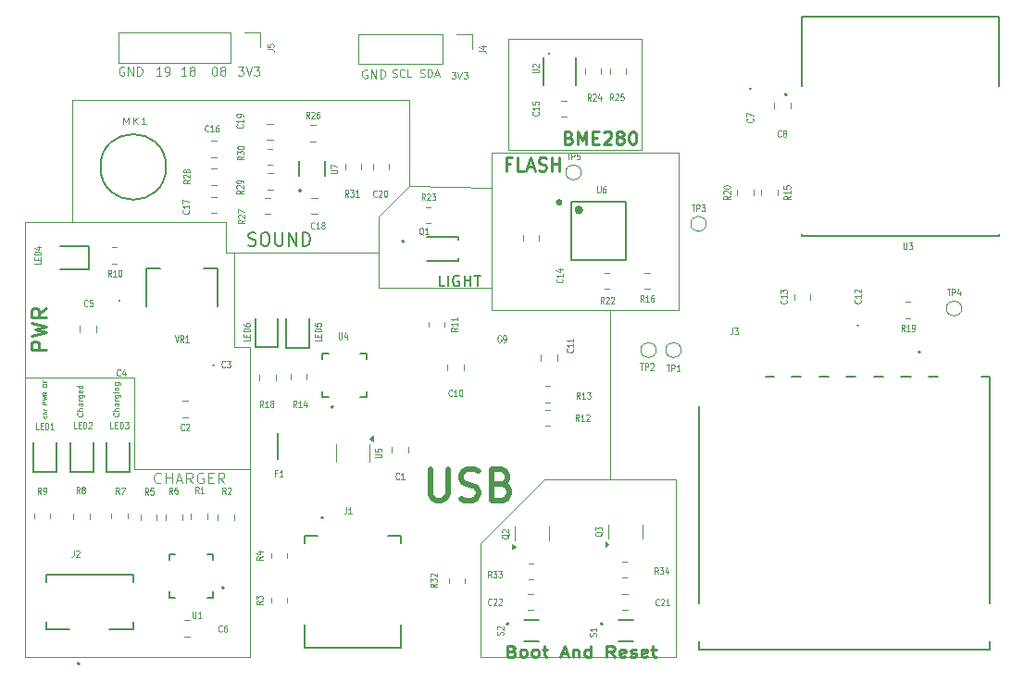
<source format=gbr>
%TF.GenerationSoftware,KiCad,Pcbnew,9.0.4*%
%TF.CreationDate,2025-12-21T22:50:03+05:30*%
%TF.ProjectId,ESP-32 C3 demo project004,4553502d-3332-4204-9333-2064656d6f20,rev?*%
%TF.SameCoordinates,Original*%
%TF.FileFunction,Legend,Top*%
%TF.FilePolarity,Positive*%
%FSLAX46Y46*%
G04 Gerber Fmt 4.6, Leading zero omitted, Abs format (unit mm)*
G04 Created by KiCad (PCBNEW 9.0.4) date 2025-12-21 22:50:03*
%MOMM*%
%LPD*%
G01*
G04 APERTURE LIST*
%ADD10C,0.240000*%
%ADD11C,0.100000*%
%ADD12C,0.500000*%
%ADD13C,0.280000*%
%ADD14C,0.200000*%
%ADD15C,0.125000*%
%ADD16C,0.120000*%
%ADD17C,0.127000*%
%ADD18C,0.152400*%
%ADD19C,0.203200*%
G04 APERTURE END LIST*
D10*
X191470608Y-52806091D02*
X191642036Y-52863234D01*
X191642036Y-52863234D02*
X191699179Y-52920377D01*
X191699179Y-52920377D02*
X191756322Y-53034662D01*
X191756322Y-53034662D02*
X191756322Y-53206091D01*
X191756322Y-53206091D02*
X191699179Y-53320377D01*
X191699179Y-53320377D02*
X191642036Y-53377520D01*
X191642036Y-53377520D02*
X191527751Y-53434662D01*
X191527751Y-53434662D02*
X191070608Y-53434662D01*
X191070608Y-53434662D02*
X191070608Y-52234662D01*
X191070608Y-52234662D02*
X191470608Y-52234662D01*
X191470608Y-52234662D02*
X191584894Y-52291805D01*
X191584894Y-52291805D02*
X191642036Y-52348948D01*
X191642036Y-52348948D02*
X191699179Y-52463234D01*
X191699179Y-52463234D02*
X191699179Y-52577520D01*
X191699179Y-52577520D02*
X191642036Y-52691805D01*
X191642036Y-52691805D02*
X191584894Y-52748948D01*
X191584894Y-52748948D02*
X191470608Y-52806091D01*
X191470608Y-52806091D02*
X191070608Y-52806091D01*
X192270608Y-53434662D02*
X192270608Y-52234662D01*
X192270608Y-52234662D02*
X192670608Y-53091805D01*
X192670608Y-53091805D02*
X193070608Y-52234662D01*
X193070608Y-52234662D02*
X193070608Y-53434662D01*
X193642037Y-52806091D02*
X194042037Y-52806091D01*
X194213465Y-53434662D02*
X193642037Y-53434662D01*
X193642037Y-53434662D02*
X193642037Y-52234662D01*
X193642037Y-52234662D02*
X194213465Y-52234662D01*
X194670608Y-52348948D02*
X194727751Y-52291805D01*
X194727751Y-52291805D02*
X194842037Y-52234662D01*
X194842037Y-52234662D02*
X195127751Y-52234662D01*
X195127751Y-52234662D02*
X195242037Y-52291805D01*
X195242037Y-52291805D02*
X195299179Y-52348948D01*
X195299179Y-52348948D02*
X195356322Y-52463234D01*
X195356322Y-52463234D02*
X195356322Y-52577520D01*
X195356322Y-52577520D02*
X195299179Y-52748948D01*
X195299179Y-52748948D02*
X194613465Y-53434662D01*
X194613465Y-53434662D02*
X195356322Y-53434662D01*
X196042036Y-52748948D02*
X195927751Y-52691805D01*
X195927751Y-52691805D02*
X195870608Y-52634662D01*
X195870608Y-52634662D02*
X195813465Y-52520377D01*
X195813465Y-52520377D02*
X195813465Y-52463234D01*
X195813465Y-52463234D02*
X195870608Y-52348948D01*
X195870608Y-52348948D02*
X195927751Y-52291805D01*
X195927751Y-52291805D02*
X196042036Y-52234662D01*
X196042036Y-52234662D02*
X196270608Y-52234662D01*
X196270608Y-52234662D02*
X196384894Y-52291805D01*
X196384894Y-52291805D02*
X196442036Y-52348948D01*
X196442036Y-52348948D02*
X196499179Y-52463234D01*
X196499179Y-52463234D02*
X196499179Y-52520377D01*
X196499179Y-52520377D02*
X196442036Y-52634662D01*
X196442036Y-52634662D02*
X196384894Y-52691805D01*
X196384894Y-52691805D02*
X196270608Y-52748948D01*
X196270608Y-52748948D02*
X196042036Y-52748948D01*
X196042036Y-52748948D02*
X195927751Y-52806091D01*
X195927751Y-52806091D02*
X195870608Y-52863234D01*
X195870608Y-52863234D02*
X195813465Y-52977520D01*
X195813465Y-52977520D02*
X195813465Y-53206091D01*
X195813465Y-53206091D02*
X195870608Y-53320377D01*
X195870608Y-53320377D02*
X195927751Y-53377520D01*
X195927751Y-53377520D02*
X196042036Y-53434662D01*
X196042036Y-53434662D02*
X196270608Y-53434662D01*
X196270608Y-53434662D02*
X196384894Y-53377520D01*
X196384894Y-53377520D02*
X196442036Y-53320377D01*
X196442036Y-53320377D02*
X196499179Y-53206091D01*
X196499179Y-53206091D02*
X196499179Y-52977520D01*
X196499179Y-52977520D02*
X196442036Y-52863234D01*
X196442036Y-52863234D02*
X196384894Y-52806091D01*
X196384894Y-52806091D02*
X196270608Y-52748948D01*
X197242036Y-52234662D02*
X197356322Y-52234662D01*
X197356322Y-52234662D02*
X197470608Y-52291805D01*
X197470608Y-52291805D02*
X197527751Y-52348948D01*
X197527751Y-52348948D02*
X197584893Y-52463234D01*
X197584893Y-52463234D02*
X197642036Y-52691805D01*
X197642036Y-52691805D02*
X197642036Y-52977520D01*
X197642036Y-52977520D02*
X197584893Y-53206091D01*
X197584893Y-53206091D02*
X197527751Y-53320377D01*
X197527751Y-53320377D02*
X197470608Y-53377520D01*
X197470608Y-53377520D02*
X197356322Y-53434662D01*
X197356322Y-53434662D02*
X197242036Y-53434662D01*
X197242036Y-53434662D02*
X197127751Y-53377520D01*
X197127751Y-53377520D02*
X197070608Y-53320377D01*
X197070608Y-53320377D02*
X197013465Y-53206091D01*
X197013465Y-53206091D02*
X196956322Y-52977520D01*
X196956322Y-52977520D02*
X196956322Y-52691805D01*
X196956322Y-52691805D02*
X197013465Y-52463234D01*
X197013465Y-52463234D02*
X197070608Y-52348948D01*
X197070608Y-52348948D02*
X197127751Y-52291805D01*
X197127751Y-52291805D02*
X197242036Y-52234662D01*
D11*
X185928000Y-43815000D02*
X198120000Y-43815000D01*
X185928000Y-53975000D02*
X185928000Y-43815000D01*
X198120000Y-53975000D02*
X185928000Y-53975000D01*
X198120000Y-43815000D02*
X198120000Y-53975000D01*
D12*
X178795613Y-83191333D02*
X178795613Y-85458000D01*
X178795613Y-85458000D02*
X178928947Y-85724666D01*
X178928947Y-85724666D02*
X179062280Y-85858000D01*
X179062280Y-85858000D02*
X179328947Y-85991333D01*
X179328947Y-85991333D02*
X179862280Y-85991333D01*
X179862280Y-85991333D02*
X180128947Y-85858000D01*
X180128947Y-85858000D02*
X180262280Y-85724666D01*
X180262280Y-85724666D02*
X180395613Y-85458000D01*
X180395613Y-85458000D02*
X180395613Y-83191333D01*
X181595613Y-85858000D02*
X181995613Y-85991333D01*
X181995613Y-85991333D02*
X182662280Y-85991333D01*
X182662280Y-85991333D02*
X182928946Y-85858000D01*
X182928946Y-85858000D02*
X183062280Y-85724666D01*
X183062280Y-85724666D02*
X183195613Y-85458000D01*
X183195613Y-85458000D02*
X183195613Y-85191333D01*
X183195613Y-85191333D02*
X183062280Y-84924666D01*
X183062280Y-84924666D02*
X182928946Y-84791333D01*
X182928946Y-84791333D02*
X182662280Y-84658000D01*
X182662280Y-84658000D02*
X182128946Y-84524666D01*
X182128946Y-84524666D02*
X181862280Y-84391333D01*
X181862280Y-84391333D02*
X181728946Y-84258000D01*
X181728946Y-84258000D02*
X181595613Y-83991333D01*
X181595613Y-83991333D02*
X181595613Y-83724666D01*
X181595613Y-83724666D02*
X181728946Y-83458000D01*
X181728946Y-83458000D02*
X181862280Y-83324666D01*
X181862280Y-83324666D02*
X182128946Y-83191333D01*
X182128946Y-83191333D02*
X182795613Y-83191333D01*
X182795613Y-83191333D02*
X183195613Y-83324666D01*
X185328947Y-84524666D02*
X185728947Y-84658000D01*
X185728947Y-84658000D02*
X185862280Y-84791333D01*
X185862280Y-84791333D02*
X185995613Y-85058000D01*
X185995613Y-85058000D02*
X185995613Y-85458000D01*
X185995613Y-85458000D02*
X185862280Y-85724666D01*
X185862280Y-85724666D02*
X185728947Y-85858000D01*
X185728947Y-85858000D02*
X185462280Y-85991333D01*
X185462280Y-85991333D02*
X184395613Y-85991333D01*
X184395613Y-85991333D02*
X184395613Y-83191333D01*
X184395613Y-83191333D02*
X185328947Y-83191333D01*
X185328947Y-83191333D02*
X185595613Y-83324666D01*
X185595613Y-83324666D02*
X185728947Y-83458000D01*
X185728947Y-83458000D02*
X185862280Y-83724666D01*
X185862280Y-83724666D02*
X185862280Y-83991333D01*
X185862280Y-83991333D02*
X185728947Y-84258000D01*
X185728947Y-84258000D02*
X185595613Y-84391333D01*
X185595613Y-84391333D02*
X185328947Y-84524666D01*
X185328947Y-84524666D02*
X184395613Y-84524666D01*
D11*
X195262500Y-84074000D02*
X195262500Y-68580000D01*
D13*
X143705106Y-72253456D02*
X142305106Y-72253456D01*
X142305106Y-72253456D02*
X142305106Y-71720123D01*
X142305106Y-71720123D02*
X142371773Y-71586790D01*
X142371773Y-71586790D02*
X142438440Y-71520123D01*
X142438440Y-71520123D02*
X142571773Y-71453456D01*
X142571773Y-71453456D02*
X142771773Y-71453456D01*
X142771773Y-71453456D02*
X142905106Y-71520123D01*
X142905106Y-71520123D02*
X142971773Y-71586790D01*
X142971773Y-71586790D02*
X143038440Y-71720123D01*
X143038440Y-71720123D02*
X143038440Y-72253456D01*
X142305106Y-70986790D02*
X143705106Y-70653456D01*
X143705106Y-70653456D02*
X142705106Y-70386790D01*
X142705106Y-70386790D02*
X143705106Y-70120123D01*
X143705106Y-70120123D02*
X142305106Y-69786790D01*
X143705106Y-68453456D02*
X143038440Y-68920123D01*
X143705106Y-69253456D02*
X142305106Y-69253456D01*
X142305106Y-69253456D02*
X142305106Y-68720123D01*
X142305106Y-68720123D02*
X142371773Y-68586790D01*
X142371773Y-68586790D02*
X142438440Y-68520123D01*
X142438440Y-68520123D02*
X142571773Y-68453456D01*
X142571773Y-68453456D02*
X142771773Y-68453456D01*
X142771773Y-68453456D02*
X142905106Y-68520123D01*
X142905106Y-68520123D02*
X142971773Y-68586790D01*
X142971773Y-68586790D02*
X143038440Y-68720123D01*
X143038440Y-68720123D02*
X143038440Y-69253456D01*
D11*
X160909000Y-71981000D02*
X160909000Y-63309500D01*
X162306000Y-71981000D02*
X160909000Y-71981000D01*
X162306000Y-83185000D02*
X162306000Y-71981000D01*
X141732000Y-60579000D02*
X141732000Y-74803000D01*
X146050000Y-60579000D02*
X141859000Y-60579000D01*
D14*
X162158149Y-62650600D02*
X162329578Y-62707742D01*
X162329578Y-62707742D02*
X162615292Y-62707742D01*
X162615292Y-62707742D02*
X162729578Y-62650600D01*
X162729578Y-62650600D02*
X162786720Y-62593457D01*
X162786720Y-62593457D02*
X162843863Y-62479171D01*
X162843863Y-62479171D02*
X162843863Y-62364885D01*
X162843863Y-62364885D02*
X162786720Y-62250600D01*
X162786720Y-62250600D02*
X162729578Y-62193457D01*
X162729578Y-62193457D02*
X162615292Y-62136314D01*
X162615292Y-62136314D02*
X162386720Y-62079171D01*
X162386720Y-62079171D02*
X162272435Y-62022028D01*
X162272435Y-62022028D02*
X162215292Y-61964885D01*
X162215292Y-61964885D02*
X162158149Y-61850600D01*
X162158149Y-61850600D02*
X162158149Y-61736314D01*
X162158149Y-61736314D02*
X162215292Y-61622028D01*
X162215292Y-61622028D02*
X162272435Y-61564885D01*
X162272435Y-61564885D02*
X162386720Y-61507742D01*
X162386720Y-61507742D02*
X162672435Y-61507742D01*
X162672435Y-61507742D02*
X162843863Y-61564885D01*
X163586720Y-61507742D02*
X163815292Y-61507742D01*
X163815292Y-61507742D02*
X163929577Y-61564885D01*
X163929577Y-61564885D02*
X164043863Y-61679171D01*
X164043863Y-61679171D02*
X164101006Y-61907742D01*
X164101006Y-61907742D02*
X164101006Y-62307742D01*
X164101006Y-62307742D02*
X164043863Y-62536314D01*
X164043863Y-62536314D02*
X163929577Y-62650600D01*
X163929577Y-62650600D02*
X163815292Y-62707742D01*
X163815292Y-62707742D02*
X163586720Y-62707742D01*
X163586720Y-62707742D02*
X163472435Y-62650600D01*
X163472435Y-62650600D02*
X163358149Y-62536314D01*
X163358149Y-62536314D02*
X163301006Y-62307742D01*
X163301006Y-62307742D02*
X163301006Y-61907742D01*
X163301006Y-61907742D02*
X163358149Y-61679171D01*
X163358149Y-61679171D02*
X163472435Y-61564885D01*
X163472435Y-61564885D02*
X163586720Y-61507742D01*
X164615292Y-61507742D02*
X164615292Y-62479171D01*
X164615292Y-62479171D02*
X164672435Y-62593457D01*
X164672435Y-62593457D02*
X164729578Y-62650600D01*
X164729578Y-62650600D02*
X164843863Y-62707742D01*
X164843863Y-62707742D02*
X165072435Y-62707742D01*
X165072435Y-62707742D02*
X165186720Y-62650600D01*
X165186720Y-62650600D02*
X165243863Y-62593457D01*
X165243863Y-62593457D02*
X165301006Y-62479171D01*
X165301006Y-62479171D02*
X165301006Y-61507742D01*
X165872435Y-62707742D02*
X165872435Y-61507742D01*
X165872435Y-61507742D02*
X166558149Y-62707742D01*
X166558149Y-62707742D02*
X166558149Y-61507742D01*
X167129578Y-62707742D02*
X167129578Y-61507742D01*
X167129578Y-61507742D02*
X167415292Y-61507742D01*
X167415292Y-61507742D02*
X167586721Y-61564885D01*
X167586721Y-61564885D02*
X167701006Y-61679171D01*
X167701006Y-61679171D02*
X167758149Y-61793457D01*
X167758149Y-61793457D02*
X167815292Y-62022028D01*
X167815292Y-62022028D02*
X167815292Y-62193457D01*
X167815292Y-62193457D02*
X167758149Y-62422028D01*
X167758149Y-62422028D02*
X167701006Y-62536314D01*
X167701006Y-62536314D02*
X167586721Y-62650600D01*
X167586721Y-62650600D02*
X167415292Y-62707742D01*
X167415292Y-62707742D02*
X167129578Y-62707742D01*
D11*
X176911000Y-49403000D02*
X176911000Y-57277000D01*
X146050000Y-49403000D02*
X176911000Y-49403000D01*
X146050000Y-60579000D02*
X146050000Y-49403000D01*
X160147000Y-60579000D02*
X146050000Y-60579000D01*
X160147000Y-63309500D02*
X160147000Y-60579000D01*
X174117000Y-63309500D02*
X160147000Y-63309500D01*
D14*
X180106363Y-66415219D02*
X179630173Y-66415219D01*
X179630173Y-66415219D02*
X179630173Y-65415219D01*
X180439697Y-66415219D02*
X180439697Y-65415219D01*
X181439696Y-65462838D02*
X181344458Y-65415219D01*
X181344458Y-65415219D02*
X181201601Y-65415219D01*
X181201601Y-65415219D02*
X181058744Y-65462838D01*
X181058744Y-65462838D02*
X180963506Y-65558076D01*
X180963506Y-65558076D02*
X180915887Y-65653314D01*
X180915887Y-65653314D02*
X180868268Y-65843790D01*
X180868268Y-65843790D02*
X180868268Y-65986647D01*
X180868268Y-65986647D02*
X180915887Y-66177123D01*
X180915887Y-66177123D02*
X180963506Y-66272361D01*
X180963506Y-66272361D02*
X181058744Y-66367600D01*
X181058744Y-66367600D02*
X181201601Y-66415219D01*
X181201601Y-66415219D02*
X181296839Y-66415219D01*
X181296839Y-66415219D02*
X181439696Y-66367600D01*
X181439696Y-66367600D02*
X181487315Y-66319980D01*
X181487315Y-66319980D02*
X181487315Y-65986647D01*
X181487315Y-65986647D02*
X181296839Y-65986647D01*
X181915887Y-66415219D02*
X181915887Y-65415219D01*
X181915887Y-65891409D02*
X182487315Y-65891409D01*
X182487315Y-66415219D02*
X182487315Y-65415219D01*
X182820649Y-65415219D02*
X183392077Y-65415219D01*
X183106363Y-66415219D02*
X183106363Y-65415219D01*
D11*
X174117000Y-60071000D02*
X176911000Y-57277000D01*
X174117000Y-66548000D02*
X174117000Y-60071000D01*
X184404000Y-66548000D02*
X174117000Y-66548000D01*
X184404000Y-57404000D02*
X184404000Y-66548000D01*
X176911000Y-57277000D02*
X184404000Y-57404000D01*
D10*
X186136608Y-55219091D02*
X185736608Y-55219091D01*
X185736608Y-55847662D02*
X185736608Y-54647662D01*
X185736608Y-54647662D02*
X186308036Y-54647662D01*
X187336607Y-55847662D02*
X186765179Y-55847662D01*
X186765179Y-55847662D02*
X186765179Y-54647662D01*
X187679465Y-55504805D02*
X188250894Y-55504805D01*
X187565179Y-55847662D02*
X187965179Y-54647662D01*
X187965179Y-54647662D02*
X188365179Y-55847662D01*
X188708036Y-55790520D02*
X188879465Y-55847662D01*
X188879465Y-55847662D02*
X189165179Y-55847662D01*
X189165179Y-55847662D02*
X189279465Y-55790520D01*
X189279465Y-55790520D02*
X189336607Y-55733377D01*
X189336607Y-55733377D02*
X189393750Y-55619091D01*
X189393750Y-55619091D02*
X189393750Y-55504805D01*
X189393750Y-55504805D02*
X189336607Y-55390520D01*
X189336607Y-55390520D02*
X189279465Y-55333377D01*
X189279465Y-55333377D02*
X189165179Y-55276234D01*
X189165179Y-55276234D02*
X188936607Y-55219091D01*
X188936607Y-55219091D02*
X188822322Y-55161948D01*
X188822322Y-55161948D02*
X188765179Y-55104805D01*
X188765179Y-55104805D02*
X188708036Y-54990520D01*
X188708036Y-54990520D02*
X188708036Y-54876234D01*
X188708036Y-54876234D02*
X188765179Y-54761948D01*
X188765179Y-54761948D02*
X188822322Y-54704805D01*
X188822322Y-54704805D02*
X188936607Y-54647662D01*
X188936607Y-54647662D02*
X189222322Y-54647662D01*
X189222322Y-54647662D02*
X189393750Y-54704805D01*
X189908036Y-55847662D02*
X189908036Y-54647662D01*
X189908036Y-55219091D02*
X190593750Y-55219091D01*
X190593750Y-55847662D02*
X190593750Y-54647662D01*
D11*
X201549000Y-54229000D02*
X184404000Y-54229000D01*
X201549000Y-68580000D02*
X201549000Y-54229000D01*
X184404000Y-68580000D02*
X201549000Y-68580000D01*
X184404000Y-54229000D02*
X184404000Y-68580000D01*
D10*
X186263608Y-99798329D02*
X186435036Y-99845948D01*
X186435036Y-99845948D02*
X186492179Y-99893567D01*
X186492179Y-99893567D02*
X186549322Y-99988805D01*
X186549322Y-99988805D02*
X186549322Y-100131662D01*
X186549322Y-100131662D02*
X186492179Y-100226900D01*
X186492179Y-100226900D02*
X186435036Y-100274520D01*
X186435036Y-100274520D02*
X186320751Y-100322139D01*
X186320751Y-100322139D02*
X185863608Y-100322139D01*
X185863608Y-100322139D02*
X185863608Y-99322139D01*
X185863608Y-99322139D02*
X186263608Y-99322139D01*
X186263608Y-99322139D02*
X186377894Y-99369758D01*
X186377894Y-99369758D02*
X186435036Y-99417377D01*
X186435036Y-99417377D02*
X186492179Y-99512615D01*
X186492179Y-99512615D02*
X186492179Y-99607853D01*
X186492179Y-99607853D02*
X186435036Y-99703091D01*
X186435036Y-99703091D02*
X186377894Y-99750710D01*
X186377894Y-99750710D02*
X186263608Y-99798329D01*
X186263608Y-99798329D02*
X185863608Y-99798329D01*
X187235036Y-100322139D02*
X187120751Y-100274520D01*
X187120751Y-100274520D02*
X187063608Y-100226900D01*
X187063608Y-100226900D02*
X187006465Y-100131662D01*
X187006465Y-100131662D02*
X187006465Y-99845948D01*
X187006465Y-99845948D02*
X187063608Y-99750710D01*
X187063608Y-99750710D02*
X187120751Y-99703091D01*
X187120751Y-99703091D02*
X187235036Y-99655472D01*
X187235036Y-99655472D02*
X187406465Y-99655472D01*
X187406465Y-99655472D02*
X187520751Y-99703091D01*
X187520751Y-99703091D02*
X187577894Y-99750710D01*
X187577894Y-99750710D02*
X187635036Y-99845948D01*
X187635036Y-99845948D02*
X187635036Y-100131662D01*
X187635036Y-100131662D02*
X187577894Y-100226900D01*
X187577894Y-100226900D02*
X187520751Y-100274520D01*
X187520751Y-100274520D02*
X187406465Y-100322139D01*
X187406465Y-100322139D02*
X187235036Y-100322139D01*
X188320750Y-100322139D02*
X188206465Y-100274520D01*
X188206465Y-100274520D02*
X188149322Y-100226900D01*
X188149322Y-100226900D02*
X188092179Y-100131662D01*
X188092179Y-100131662D02*
X188092179Y-99845948D01*
X188092179Y-99845948D02*
X188149322Y-99750710D01*
X188149322Y-99750710D02*
X188206465Y-99703091D01*
X188206465Y-99703091D02*
X188320750Y-99655472D01*
X188320750Y-99655472D02*
X188492179Y-99655472D01*
X188492179Y-99655472D02*
X188606465Y-99703091D01*
X188606465Y-99703091D02*
X188663608Y-99750710D01*
X188663608Y-99750710D02*
X188720750Y-99845948D01*
X188720750Y-99845948D02*
X188720750Y-100131662D01*
X188720750Y-100131662D02*
X188663608Y-100226900D01*
X188663608Y-100226900D02*
X188606465Y-100274520D01*
X188606465Y-100274520D02*
X188492179Y-100322139D01*
X188492179Y-100322139D02*
X188320750Y-100322139D01*
X189063607Y-99655472D02*
X189520750Y-99655472D01*
X189235036Y-99322139D02*
X189235036Y-100179281D01*
X189235036Y-100179281D02*
X189292179Y-100274520D01*
X189292179Y-100274520D02*
X189406464Y-100322139D01*
X189406464Y-100322139D02*
X189520750Y-100322139D01*
X190777893Y-100036424D02*
X191349322Y-100036424D01*
X190663607Y-100322139D02*
X191063607Y-99322139D01*
X191063607Y-99322139D02*
X191463607Y-100322139D01*
X191863607Y-99655472D02*
X191863607Y-100322139D01*
X191863607Y-99750710D02*
X191920750Y-99703091D01*
X191920750Y-99703091D02*
X192035035Y-99655472D01*
X192035035Y-99655472D02*
X192206464Y-99655472D01*
X192206464Y-99655472D02*
X192320750Y-99703091D01*
X192320750Y-99703091D02*
X192377893Y-99798329D01*
X192377893Y-99798329D02*
X192377893Y-100322139D01*
X193463607Y-100322139D02*
X193463607Y-99322139D01*
X193463607Y-100274520D02*
X193349321Y-100322139D01*
X193349321Y-100322139D02*
X193120749Y-100322139D01*
X193120749Y-100322139D02*
X193006464Y-100274520D01*
X193006464Y-100274520D02*
X192949321Y-100226900D01*
X192949321Y-100226900D02*
X192892178Y-100131662D01*
X192892178Y-100131662D02*
X192892178Y-99845948D01*
X192892178Y-99845948D02*
X192949321Y-99750710D01*
X192949321Y-99750710D02*
X193006464Y-99703091D01*
X193006464Y-99703091D02*
X193120749Y-99655472D01*
X193120749Y-99655472D02*
X193349321Y-99655472D01*
X193349321Y-99655472D02*
X193463607Y-99703091D01*
X195635035Y-100322139D02*
X195235035Y-99845948D01*
X194949321Y-100322139D02*
X194949321Y-99322139D01*
X194949321Y-99322139D02*
X195406464Y-99322139D01*
X195406464Y-99322139D02*
X195520749Y-99369758D01*
X195520749Y-99369758D02*
X195577892Y-99417377D01*
X195577892Y-99417377D02*
X195635035Y-99512615D01*
X195635035Y-99512615D02*
X195635035Y-99655472D01*
X195635035Y-99655472D02*
X195577892Y-99750710D01*
X195577892Y-99750710D02*
X195520749Y-99798329D01*
X195520749Y-99798329D02*
X195406464Y-99845948D01*
X195406464Y-99845948D02*
X194949321Y-99845948D01*
X196606464Y-100274520D02*
X196492178Y-100322139D01*
X196492178Y-100322139D02*
X196263607Y-100322139D01*
X196263607Y-100322139D02*
X196149321Y-100274520D01*
X196149321Y-100274520D02*
X196092178Y-100179281D01*
X196092178Y-100179281D02*
X196092178Y-99798329D01*
X196092178Y-99798329D02*
X196149321Y-99703091D01*
X196149321Y-99703091D02*
X196263607Y-99655472D01*
X196263607Y-99655472D02*
X196492178Y-99655472D01*
X196492178Y-99655472D02*
X196606464Y-99703091D01*
X196606464Y-99703091D02*
X196663607Y-99798329D01*
X196663607Y-99798329D02*
X196663607Y-99893567D01*
X196663607Y-99893567D02*
X196092178Y-99988805D01*
X197120749Y-100274520D02*
X197235035Y-100322139D01*
X197235035Y-100322139D02*
X197463606Y-100322139D01*
X197463606Y-100322139D02*
X197577892Y-100274520D01*
X197577892Y-100274520D02*
X197635035Y-100179281D01*
X197635035Y-100179281D02*
X197635035Y-100131662D01*
X197635035Y-100131662D02*
X197577892Y-100036424D01*
X197577892Y-100036424D02*
X197463606Y-99988805D01*
X197463606Y-99988805D02*
X197292178Y-99988805D01*
X197292178Y-99988805D02*
X197177892Y-99941186D01*
X197177892Y-99941186D02*
X197120749Y-99845948D01*
X197120749Y-99845948D02*
X197120749Y-99798329D01*
X197120749Y-99798329D02*
X197177892Y-99703091D01*
X197177892Y-99703091D02*
X197292178Y-99655472D01*
X197292178Y-99655472D02*
X197463606Y-99655472D01*
X197463606Y-99655472D02*
X197577892Y-99703091D01*
X198606464Y-100274520D02*
X198492178Y-100322139D01*
X198492178Y-100322139D02*
X198263607Y-100322139D01*
X198263607Y-100322139D02*
X198149321Y-100274520D01*
X198149321Y-100274520D02*
X198092178Y-100179281D01*
X198092178Y-100179281D02*
X198092178Y-99798329D01*
X198092178Y-99798329D02*
X198149321Y-99703091D01*
X198149321Y-99703091D02*
X198263607Y-99655472D01*
X198263607Y-99655472D02*
X198492178Y-99655472D01*
X198492178Y-99655472D02*
X198606464Y-99703091D01*
X198606464Y-99703091D02*
X198663607Y-99798329D01*
X198663607Y-99798329D02*
X198663607Y-99893567D01*
X198663607Y-99893567D02*
X198092178Y-99988805D01*
X199006463Y-99655472D02*
X199463606Y-99655472D01*
X199177892Y-99322139D02*
X199177892Y-100179281D01*
X199177892Y-100179281D02*
X199235035Y-100274520D01*
X199235035Y-100274520D02*
X199349320Y-100322139D01*
X199349320Y-100322139D02*
X199463606Y-100322139D01*
D11*
X189230000Y-84074000D02*
X183388000Y-89916000D01*
X201295000Y-84074000D02*
X189230000Y-84074000D01*
X201295000Y-100330000D02*
X201295000Y-84074000D01*
X183388000Y-100330000D02*
X201295000Y-100330000D01*
X183388000Y-89916000D02*
X183388000Y-100330000D01*
X180745503Y-46819371D02*
X181116931Y-46819371D01*
X181116931Y-46819371D02*
X180916931Y-47047942D01*
X180916931Y-47047942D02*
X181002646Y-47047942D01*
X181002646Y-47047942D02*
X181059789Y-47076514D01*
X181059789Y-47076514D02*
X181088360Y-47105085D01*
X181088360Y-47105085D02*
X181116931Y-47162228D01*
X181116931Y-47162228D02*
X181116931Y-47305085D01*
X181116931Y-47305085D02*
X181088360Y-47362228D01*
X181088360Y-47362228D02*
X181059789Y-47390800D01*
X181059789Y-47390800D02*
X181002646Y-47419371D01*
X181002646Y-47419371D02*
X180831217Y-47419371D01*
X180831217Y-47419371D02*
X180774074Y-47390800D01*
X180774074Y-47390800D02*
X180745503Y-47362228D01*
X181288360Y-46819371D02*
X181488360Y-47419371D01*
X181488360Y-47419371D02*
X181688360Y-46819371D01*
X181831218Y-46819371D02*
X182202646Y-46819371D01*
X182202646Y-46819371D02*
X182002646Y-47047942D01*
X182002646Y-47047942D02*
X182088361Y-47047942D01*
X182088361Y-47047942D02*
X182145504Y-47076514D01*
X182145504Y-47076514D02*
X182174075Y-47105085D01*
X182174075Y-47105085D02*
X182202646Y-47162228D01*
X182202646Y-47162228D02*
X182202646Y-47305085D01*
X182202646Y-47305085D02*
X182174075Y-47362228D01*
X182174075Y-47362228D02*
X182145504Y-47390800D01*
X182145504Y-47390800D02*
X182088361Y-47419371D01*
X182088361Y-47419371D02*
X181916932Y-47419371D01*
X181916932Y-47419371D02*
X181859789Y-47390800D01*
X181859789Y-47390800D02*
X181831218Y-47362228D01*
X177872122Y-47246800D02*
X177972122Y-47280133D01*
X177972122Y-47280133D02*
X178138789Y-47280133D01*
X178138789Y-47280133D02*
X178205455Y-47246800D01*
X178205455Y-47246800D02*
X178238789Y-47213466D01*
X178238789Y-47213466D02*
X178272122Y-47146800D01*
X178272122Y-47146800D02*
X178272122Y-47080133D01*
X178272122Y-47080133D02*
X178238789Y-47013466D01*
X178238789Y-47013466D02*
X178205455Y-46980133D01*
X178205455Y-46980133D02*
X178138789Y-46946800D01*
X178138789Y-46946800D02*
X178005455Y-46913466D01*
X178005455Y-46913466D02*
X177938789Y-46880133D01*
X177938789Y-46880133D02*
X177905455Y-46846800D01*
X177905455Y-46846800D02*
X177872122Y-46780133D01*
X177872122Y-46780133D02*
X177872122Y-46713466D01*
X177872122Y-46713466D02*
X177905455Y-46646800D01*
X177905455Y-46646800D02*
X177938789Y-46613466D01*
X177938789Y-46613466D02*
X178005455Y-46580133D01*
X178005455Y-46580133D02*
X178172122Y-46580133D01*
X178172122Y-46580133D02*
X178272122Y-46613466D01*
X178572122Y-47280133D02*
X178572122Y-46580133D01*
X178572122Y-46580133D02*
X178738789Y-46580133D01*
X178738789Y-46580133D02*
X178838789Y-46613466D01*
X178838789Y-46613466D02*
X178905456Y-46680133D01*
X178905456Y-46680133D02*
X178938789Y-46746800D01*
X178938789Y-46746800D02*
X178972122Y-46880133D01*
X178972122Y-46880133D02*
X178972122Y-46980133D01*
X178972122Y-46980133D02*
X178938789Y-47113466D01*
X178938789Y-47113466D02*
X178905456Y-47180133D01*
X178905456Y-47180133D02*
X178838789Y-47246800D01*
X178838789Y-47246800D02*
X178738789Y-47280133D01*
X178738789Y-47280133D02*
X178572122Y-47280133D01*
X179238789Y-47080133D02*
X179572122Y-47080133D01*
X179172122Y-47280133D02*
X179405456Y-46580133D01*
X179405456Y-46580133D02*
X179638789Y-47280133D01*
X175332122Y-47246800D02*
X175432122Y-47280133D01*
X175432122Y-47280133D02*
X175598789Y-47280133D01*
X175598789Y-47280133D02*
X175665455Y-47246800D01*
X175665455Y-47246800D02*
X175698789Y-47213466D01*
X175698789Y-47213466D02*
X175732122Y-47146800D01*
X175732122Y-47146800D02*
X175732122Y-47080133D01*
X175732122Y-47080133D02*
X175698789Y-47013466D01*
X175698789Y-47013466D02*
X175665455Y-46980133D01*
X175665455Y-46980133D02*
X175598789Y-46946800D01*
X175598789Y-46946800D02*
X175465455Y-46913466D01*
X175465455Y-46913466D02*
X175398789Y-46880133D01*
X175398789Y-46880133D02*
X175365455Y-46846800D01*
X175365455Y-46846800D02*
X175332122Y-46780133D01*
X175332122Y-46780133D02*
X175332122Y-46713466D01*
X175332122Y-46713466D02*
X175365455Y-46646800D01*
X175365455Y-46646800D02*
X175398789Y-46613466D01*
X175398789Y-46613466D02*
X175465455Y-46580133D01*
X175465455Y-46580133D02*
X175632122Y-46580133D01*
X175632122Y-46580133D02*
X175732122Y-46613466D01*
X176432122Y-47213466D02*
X176398789Y-47246800D01*
X176398789Y-47246800D02*
X176298789Y-47280133D01*
X176298789Y-47280133D02*
X176232122Y-47280133D01*
X176232122Y-47280133D02*
X176132122Y-47246800D01*
X176132122Y-47246800D02*
X176065456Y-47180133D01*
X176065456Y-47180133D02*
X176032122Y-47113466D01*
X176032122Y-47113466D02*
X175998789Y-46980133D01*
X175998789Y-46980133D02*
X175998789Y-46880133D01*
X175998789Y-46880133D02*
X176032122Y-46746800D01*
X176032122Y-46746800D02*
X176065456Y-46680133D01*
X176065456Y-46680133D02*
X176132122Y-46613466D01*
X176132122Y-46613466D02*
X176232122Y-46580133D01*
X176232122Y-46580133D02*
X176298789Y-46580133D01*
X176298789Y-46580133D02*
X176398789Y-46613466D01*
X176398789Y-46613466D02*
X176432122Y-46646800D01*
X177065456Y-47280133D02*
X176732122Y-47280133D01*
X176732122Y-47280133D02*
X176732122Y-46580133D01*
X173014312Y-46632990D02*
X172938122Y-46594895D01*
X172938122Y-46594895D02*
X172823836Y-46594895D01*
X172823836Y-46594895D02*
X172709550Y-46632990D01*
X172709550Y-46632990D02*
X172633360Y-46709180D01*
X172633360Y-46709180D02*
X172595265Y-46785371D01*
X172595265Y-46785371D02*
X172557169Y-46937752D01*
X172557169Y-46937752D02*
X172557169Y-47052038D01*
X172557169Y-47052038D02*
X172595265Y-47204419D01*
X172595265Y-47204419D02*
X172633360Y-47280609D01*
X172633360Y-47280609D02*
X172709550Y-47356800D01*
X172709550Y-47356800D02*
X172823836Y-47394895D01*
X172823836Y-47394895D02*
X172900027Y-47394895D01*
X172900027Y-47394895D02*
X173014312Y-47356800D01*
X173014312Y-47356800D02*
X173052408Y-47318704D01*
X173052408Y-47318704D02*
X173052408Y-47052038D01*
X173052408Y-47052038D02*
X172900027Y-47052038D01*
X173395265Y-47394895D02*
X173395265Y-46594895D01*
X173395265Y-46594895D02*
X173852408Y-47394895D01*
X173852408Y-47394895D02*
X173852408Y-46594895D01*
X174233360Y-47394895D02*
X174233360Y-46594895D01*
X174233360Y-46594895D02*
X174423836Y-46594895D01*
X174423836Y-46594895D02*
X174538122Y-46632990D01*
X174538122Y-46632990D02*
X174614312Y-46709180D01*
X174614312Y-46709180D02*
X174652407Y-46785371D01*
X174652407Y-46785371D02*
X174690503Y-46937752D01*
X174690503Y-46937752D02*
X174690503Y-47052038D01*
X174690503Y-47052038D02*
X174652407Y-47204419D01*
X174652407Y-47204419D02*
X174614312Y-47280609D01*
X174614312Y-47280609D02*
X174538122Y-47356800D01*
X174538122Y-47356800D02*
X174423836Y-47394895D01*
X174423836Y-47394895D02*
X174233360Y-47394895D01*
X161216074Y-46340895D02*
X161711312Y-46340895D01*
X161711312Y-46340895D02*
X161444646Y-46645657D01*
X161444646Y-46645657D02*
X161558931Y-46645657D01*
X161558931Y-46645657D02*
X161635122Y-46683752D01*
X161635122Y-46683752D02*
X161673217Y-46721847D01*
X161673217Y-46721847D02*
X161711312Y-46798038D01*
X161711312Y-46798038D02*
X161711312Y-46988514D01*
X161711312Y-46988514D02*
X161673217Y-47064704D01*
X161673217Y-47064704D02*
X161635122Y-47102800D01*
X161635122Y-47102800D02*
X161558931Y-47140895D01*
X161558931Y-47140895D02*
X161330360Y-47140895D01*
X161330360Y-47140895D02*
X161254169Y-47102800D01*
X161254169Y-47102800D02*
X161216074Y-47064704D01*
X161939884Y-46340895D02*
X162206551Y-47140895D01*
X162206551Y-47140895D02*
X162473217Y-46340895D01*
X162663693Y-46340895D02*
X163158931Y-46340895D01*
X163158931Y-46340895D02*
X162892265Y-46645657D01*
X162892265Y-46645657D02*
X163006550Y-46645657D01*
X163006550Y-46645657D02*
X163082741Y-46683752D01*
X163082741Y-46683752D02*
X163120836Y-46721847D01*
X163120836Y-46721847D02*
X163158931Y-46798038D01*
X163158931Y-46798038D02*
X163158931Y-46988514D01*
X163158931Y-46988514D02*
X163120836Y-47064704D01*
X163120836Y-47064704D02*
X163082741Y-47102800D01*
X163082741Y-47102800D02*
X163006550Y-47140895D01*
X163006550Y-47140895D02*
X162777979Y-47140895D01*
X162777979Y-47140895D02*
X162701788Y-47102800D01*
X162701788Y-47102800D02*
X162663693Y-47064704D01*
X159031646Y-46340895D02*
X159107836Y-46340895D01*
X159107836Y-46340895D02*
X159184027Y-46378990D01*
X159184027Y-46378990D02*
X159222122Y-46417085D01*
X159222122Y-46417085D02*
X159260217Y-46493276D01*
X159260217Y-46493276D02*
X159298312Y-46645657D01*
X159298312Y-46645657D02*
X159298312Y-46836133D01*
X159298312Y-46836133D02*
X159260217Y-46988514D01*
X159260217Y-46988514D02*
X159222122Y-47064704D01*
X159222122Y-47064704D02*
X159184027Y-47102800D01*
X159184027Y-47102800D02*
X159107836Y-47140895D01*
X159107836Y-47140895D02*
X159031646Y-47140895D01*
X159031646Y-47140895D02*
X158955455Y-47102800D01*
X158955455Y-47102800D02*
X158917360Y-47064704D01*
X158917360Y-47064704D02*
X158879265Y-46988514D01*
X158879265Y-46988514D02*
X158841169Y-46836133D01*
X158841169Y-46836133D02*
X158841169Y-46645657D01*
X158841169Y-46645657D02*
X158879265Y-46493276D01*
X158879265Y-46493276D02*
X158917360Y-46417085D01*
X158917360Y-46417085D02*
X158955455Y-46378990D01*
X158955455Y-46378990D02*
X159031646Y-46340895D01*
X159755455Y-46683752D02*
X159679265Y-46645657D01*
X159679265Y-46645657D02*
X159641170Y-46607561D01*
X159641170Y-46607561D02*
X159603074Y-46531371D01*
X159603074Y-46531371D02*
X159603074Y-46493276D01*
X159603074Y-46493276D02*
X159641170Y-46417085D01*
X159641170Y-46417085D02*
X159679265Y-46378990D01*
X159679265Y-46378990D02*
X159755455Y-46340895D01*
X159755455Y-46340895D02*
X159907836Y-46340895D01*
X159907836Y-46340895D02*
X159984027Y-46378990D01*
X159984027Y-46378990D02*
X160022122Y-46417085D01*
X160022122Y-46417085D02*
X160060217Y-46493276D01*
X160060217Y-46493276D02*
X160060217Y-46531371D01*
X160060217Y-46531371D02*
X160022122Y-46607561D01*
X160022122Y-46607561D02*
X159984027Y-46645657D01*
X159984027Y-46645657D02*
X159907836Y-46683752D01*
X159907836Y-46683752D02*
X159755455Y-46683752D01*
X159755455Y-46683752D02*
X159679265Y-46721847D01*
X159679265Y-46721847D02*
X159641170Y-46759942D01*
X159641170Y-46759942D02*
X159603074Y-46836133D01*
X159603074Y-46836133D02*
X159603074Y-46988514D01*
X159603074Y-46988514D02*
X159641170Y-47064704D01*
X159641170Y-47064704D02*
X159679265Y-47102800D01*
X159679265Y-47102800D02*
X159755455Y-47140895D01*
X159755455Y-47140895D02*
X159907836Y-47140895D01*
X159907836Y-47140895D02*
X159984027Y-47102800D01*
X159984027Y-47102800D02*
X160022122Y-47064704D01*
X160022122Y-47064704D02*
X160060217Y-46988514D01*
X160060217Y-46988514D02*
X160060217Y-46836133D01*
X160060217Y-46836133D02*
X160022122Y-46759942D01*
X160022122Y-46759942D02*
X159984027Y-46721847D01*
X159984027Y-46721847D02*
X159907836Y-46683752D01*
X156504312Y-47140895D02*
X156047169Y-47140895D01*
X156275741Y-47140895D02*
X156275741Y-46340895D01*
X156275741Y-46340895D02*
X156199550Y-46455180D01*
X156199550Y-46455180D02*
X156123360Y-46531371D01*
X156123360Y-46531371D02*
X156047169Y-46569466D01*
X156961455Y-46683752D02*
X156885265Y-46645657D01*
X156885265Y-46645657D02*
X156847170Y-46607561D01*
X156847170Y-46607561D02*
X156809074Y-46531371D01*
X156809074Y-46531371D02*
X156809074Y-46493276D01*
X156809074Y-46493276D02*
X156847170Y-46417085D01*
X156847170Y-46417085D02*
X156885265Y-46378990D01*
X156885265Y-46378990D02*
X156961455Y-46340895D01*
X156961455Y-46340895D02*
X157113836Y-46340895D01*
X157113836Y-46340895D02*
X157190027Y-46378990D01*
X157190027Y-46378990D02*
X157228122Y-46417085D01*
X157228122Y-46417085D02*
X157266217Y-46493276D01*
X157266217Y-46493276D02*
X157266217Y-46531371D01*
X157266217Y-46531371D02*
X157228122Y-46607561D01*
X157228122Y-46607561D02*
X157190027Y-46645657D01*
X157190027Y-46645657D02*
X157113836Y-46683752D01*
X157113836Y-46683752D02*
X156961455Y-46683752D01*
X156961455Y-46683752D02*
X156885265Y-46721847D01*
X156885265Y-46721847D02*
X156847170Y-46759942D01*
X156847170Y-46759942D02*
X156809074Y-46836133D01*
X156809074Y-46836133D02*
X156809074Y-46988514D01*
X156809074Y-46988514D02*
X156847170Y-47064704D01*
X156847170Y-47064704D02*
X156885265Y-47102800D01*
X156885265Y-47102800D02*
X156961455Y-47140895D01*
X156961455Y-47140895D02*
X157113836Y-47140895D01*
X157113836Y-47140895D02*
X157190027Y-47102800D01*
X157190027Y-47102800D02*
X157228122Y-47064704D01*
X157228122Y-47064704D02*
X157266217Y-46988514D01*
X157266217Y-46988514D02*
X157266217Y-46836133D01*
X157266217Y-46836133D02*
X157228122Y-46759942D01*
X157228122Y-46759942D02*
X157190027Y-46721847D01*
X157190027Y-46721847D02*
X157113836Y-46683752D01*
X154218312Y-47140895D02*
X153761169Y-47140895D01*
X153989741Y-47140895D02*
X153989741Y-46340895D01*
X153989741Y-46340895D02*
X153913550Y-46455180D01*
X153913550Y-46455180D02*
X153837360Y-46531371D01*
X153837360Y-46531371D02*
X153761169Y-46569466D01*
X154599265Y-47140895D02*
X154751646Y-47140895D01*
X154751646Y-47140895D02*
X154827836Y-47102800D01*
X154827836Y-47102800D02*
X154865932Y-47064704D01*
X154865932Y-47064704D02*
X154942122Y-46950419D01*
X154942122Y-46950419D02*
X154980217Y-46798038D01*
X154980217Y-46798038D02*
X154980217Y-46493276D01*
X154980217Y-46493276D02*
X154942122Y-46417085D01*
X154942122Y-46417085D02*
X154904027Y-46378990D01*
X154904027Y-46378990D02*
X154827836Y-46340895D01*
X154827836Y-46340895D02*
X154675455Y-46340895D01*
X154675455Y-46340895D02*
X154599265Y-46378990D01*
X154599265Y-46378990D02*
X154561170Y-46417085D01*
X154561170Y-46417085D02*
X154523074Y-46493276D01*
X154523074Y-46493276D02*
X154523074Y-46683752D01*
X154523074Y-46683752D02*
X154561170Y-46759942D01*
X154561170Y-46759942D02*
X154599265Y-46798038D01*
X154599265Y-46798038D02*
X154675455Y-46836133D01*
X154675455Y-46836133D02*
X154827836Y-46836133D01*
X154827836Y-46836133D02*
X154904027Y-46798038D01*
X154904027Y-46798038D02*
X154942122Y-46759942D01*
X154942122Y-46759942D02*
X154980217Y-46683752D01*
X150789312Y-46378990D02*
X150713122Y-46340895D01*
X150713122Y-46340895D02*
X150598836Y-46340895D01*
X150598836Y-46340895D02*
X150484550Y-46378990D01*
X150484550Y-46378990D02*
X150408360Y-46455180D01*
X150408360Y-46455180D02*
X150370265Y-46531371D01*
X150370265Y-46531371D02*
X150332169Y-46683752D01*
X150332169Y-46683752D02*
X150332169Y-46798038D01*
X150332169Y-46798038D02*
X150370265Y-46950419D01*
X150370265Y-46950419D02*
X150408360Y-47026609D01*
X150408360Y-47026609D02*
X150484550Y-47102800D01*
X150484550Y-47102800D02*
X150598836Y-47140895D01*
X150598836Y-47140895D02*
X150675027Y-47140895D01*
X150675027Y-47140895D02*
X150789312Y-47102800D01*
X150789312Y-47102800D02*
X150827408Y-47064704D01*
X150827408Y-47064704D02*
X150827408Y-46798038D01*
X150827408Y-46798038D02*
X150675027Y-46798038D01*
X151170265Y-47140895D02*
X151170265Y-46340895D01*
X151170265Y-46340895D02*
X151627408Y-47140895D01*
X151627408Y-47140895D02*
X151627408Y-46340895D01*
X152008360Y-47140895D02*
X152008360Y-46340895D01*
X152008360Y-46340895D02*
X152198836Y-46340895D01*
X152198836Y-46340895D02*
X152313122Y-46378990D01*
X152313122Y-46378990D02*
X152389312Y-46455180D01*
X152389312Y-46455180D02*
X152427407Y-46531371D01*
X152427407Y-46531371D02*
X152465503Y-46683752D01*
X152465503Y-46683752D02*
X152465503Y-46798038D01*
X152465503Y-46798038D02*
X152427407Y-46950419D01*
X152427407Y-46950419D02*
X152389312Y-47026609D01*
X152389312Y-47026609D02*
X152313122Y-47102800D01*
X152313122Y-47102800D02*
X152198836Y-47140895D01*
X152198836Y-47140895D02*
X152008360Y-47140895D01*
X154164312Y-84359180D02*
X154116693Y-84406800D01*
X154116693Y-84406800D02*
X153973836Y-84454419D01*
X153973836Y-84454419D02*
X153878598Y-84454419D01*
X153878598Y-84454419D02*
X153735741Y-84406800D01*
X153735741Y-84406800D02*
X153640503Y-84311561D01*
X153640503Y-84311561D02*
X153592884Y-84216323D01*
X153592884Y-84216323D02*
X153545265Y-84025847D01*
X153545265Y-84025847D02*
X153545265Y-83882990D01*
X153545265Y-83882990D02*
X153592884Y-83692514D01*
X153592884Y-83692514D02*
X153640503Y-83597276D01*
X153640503Y-83597276D02*
X153735741Y-83502038D01*
X153735741Y-83502038D02*
X153878598Y-83454419D01*
X153878598Y-83454419D02*
X153973836Y-83454419D01*
X153973836Y-83454419D02*
X154116693Y-83502038D01*
X154116693Y-83502038D02*
X154164312Y-83549657D01*
X154592884Y-84454419D02*
X154592884Y-83454419D01*
X154592884Y-83930609D02*
X155164312Y-83930609D01*
X155164312Y-84454419D02*
X155164312Y-83454419D01*
X155592884Y-84168704D02*
X156069074Y-84168704D01*
X155497646Y-84454419D02*
X155830979Y-83454419D01*
X155830979Y-83454419D02*
X156164312Y-84454419D01*
X157069074Y-84454419D02*
X156735741Y-83978228D01*
X156497646Y-84454419D02*
X156497646Y-83454419D01*
X156497646Y-83454419D02*
X156878598Y-83454419D01*
X156878598Y-83454419D02*
X156973836Y-83502038D01*
X156973836Y-83502038D02*
X157021455Y-83549657D01*
X157021455Y-83549657D02*
X157069074Y-83644895D01*
X157069074Y-83644895D02*
X157069074Y-83787752D01*
X157069074Y-83787752D02*
X157021455Y-83882990D01*
X157021455Y-83882990D02*
X156973836Y-83930609D01*
X156973836Y-83930609D02*
X156878598Y-83978228D01*
X156878598Y-83978228D02*
X156497646Y-83978228D01*
X158021455Y-83502038D02*
X157926217Y-83454419D01*
X157926217Y-83454419D02*
X157783360Y-83454419D01*
X157783360Y-83454419D02*
X157640503Y-83502038D01*
X157640503Y-83502038D02*
X157545265Y-83597276D01*
X157545265Y-83597276D02*
X157497646Y-83692514D01*
X157497646Y-83692514D02*
X157450027Y-83882990D01*
X157450027Y-83882990D02*
X157450027Y-84025847D01*
X157450027Y-84025847D02*
X157497646Y-84216323D01*
X157497646Y-84216323D02*
X157545265Y-84311561D01*
X157545265Y-84311561D02*
X157640503Y-84406800D01*
X157640503Y-84406800D02*
X157783360Y-84454419D01*
X157783360Y-84454419D02*
X157878598Y-84454419D01*
X157878598Y-84454419D02*
X158021455Y-84406800D01*
X158021455Y-84406800D02*
X158069074Y-84359180D01*
X158069074Y-84359180D02*
X158069074Y-84025847D01*
X158069074Y-84025847D02*
X157878598Y-84025847D01*
X158497646Y-83930609D02*
X158830979Y-83930609D01*
X158973836Y-84454419D02*
X158497646Y-84454419D01*
X158497646Y-84454419D02*
X158497646Y-83454419D01*
X158497646Y-83454419D02*
X158973836Y-83454419D01*
X159973836Y-84454419D02*
X159640503Y-83978228D01*
X159402408Y-84454419D02*
X159402408Y-83454419D01*
X159402408Y-83454419D02*
X159783360Y-83454419D01*
X159783360Y-83454419D02*
X159878598Y-83502038D01*
X159878598Y-83502038D02*
X159926217Y-83549657D01*
X159926217Y-83549657D02*
X159973836Y-83644895D01*
X159973836Y-83644895D02*
X159973836Y-83787752D01*
X159973836Y-83787752D02*
X159926217Y-83882990D01*
X159926217Y-83882990D02*
X159878598Y-83930609D01*
X159878598Y-83930609D02*
X159783360Y-83978228D01*
X159783360Y-83978228D02*
X159402408Y-83978228D01*
X150253990Y-78015449D02*
X150277800Y-78039258D01*
X150277800Y-78039258D02*
X150301609Y-78110687D01*
X150301609Y-78110687D02*
X150301609Y-78158306D01*
X150301609Y-78158306D02*
X150277800Y-78229734D01*
X150277800Y-78229734D02*
X150230180Y-78277353D01*
X150230180Y-78277353D02*
X150182561Y-78301163D01*
X150182561Y-78301163D02*
X150087323Y-78324972D01*
X150087323Y-78324972D02*
X150015895Y-78324972D01*
X150015895Y-78324972D02*
X149920657Y-78301163D01*
X149920657Y-78301163D02*
X149873038Y-78277353D01*
X149873038Y-78277353D02*
X149825419Y-78229734D01*
X149825419Y-78229734D02*
X149801609Y-78158306D01*
X149801609Y-78158306D02*
X149801609Y-78110687D01*
X149801609Y-78110687D02*
X149825419Y-78039258D01*
X149825419Y-78039258D02*
X149849228Y-78015449D01*
X150301609Y-77801163D02*
X149801609Y-77801163D01*
X150301609Y-77586877D02*
X150039704Y-77586877D01*
X150039704Y-77586877D02*
X149992085Y-77610687D01*
X149992085Y-77610687D02*
X149968276Y-77658306D01*
X149968276Y-77658306D02*
X149968276Y-77729734D01*
X149968276Y-77729734D02*
X149992085Y-77777353D01*
X149992085Y-77777353D02*
X150015895Y-77801163D01*
X150301609Y-77134496D02*
X150039704Y-77134496D01*
X150039704Y-77134496D02*
X149992085Y-77158306D01*
X149992085Y-77158306D02*
X149968276Y-77205925D01*
X149968276Y-77205925D02*
X149968276Y-77301163D01*
X149968276Y-77301163D02*
X149992085Y-77348782D01*
X150277800Y-77134496D02*
X150301609Y-77182115D01*
X150301609Y-77182115D02*
X150301609Y-77301163D01*
X150301609Y-77301163D02*
X150277800Y-77348782D01*
X150277800Y-77348782D02*
X150230180Y-77372591D01*
X150230180Y-77372591D02*
X150182561Y-77372591D01*
X150182561Y-77372591D02*
X150134942Y-77348782D01*
X150134942Y-77348782D02*
X150111133Y-77301163D01*
X150111133Y-77301163D02*
X150111133Y-77182115D01*
X150111133Y-77182115D02*
X150087323Y-77134496D01*
X150301609Y-76896401D02*
X149968276Y-76896401D01*
X150063514Y-76896401D02*
X150015895Y-76872591D01*
X150015895Y-76872591D02*
X149992085Y-76848782D01*
X149992085Y-76848782D02*
X149968276Y-76801163D01*
X149968276Y-76801163D02*
X149968276Y-76753544D01*
X149968276Y-76372591D02*
X150373038Y-76372591D01*
X150373038Y-76372591D02*
X150420657Y-76396401D01*
X150420657Y-76396401D02*
X150444466Y-76420210D01*
X150444466Y-76420210D02*
X150468276Y-76467829D01*
X150468276Y-76467829D02*
X150468276Y-76539258D01*
X150468276Y-76539258D02*
X150444466Y-76586877D01*
X150277800Y-76372591D02*
X150301609Y-76420210D01*
X150301609Y-76420210D02*
X150301609Y-76515448D01*
X150301609Y-76515448D02*
X150277800Y-76563067D01*
X150277800Y-76563067D02*
X150253990Y-76586877D01*
X150253990Y-76586877D02*
X150206371Y-76610686D01*
X150206371Y-76610686D02*
X150063514Y-76610686D01*
X150063514Y-76610686D02*
X150015895Y-76586877D01*
X150015895Y-76586877D02*
X149992085Y-76563067D01*
X149992085Y-76563067D02*
X149968276Y-76515448D01*
X149968276Y-76515448D02*
X149968276Y-76420210D01*
X149968276Y-76420210D02*
X149992085Y-76372591D01*
X150301609Y-76134496D02*
X149968276Y-76134496D01*
X149801609Y-76134496D02*
X149825419Y-76158305D01*
X149825419Y-76158305D02*
X149849228Y-76134496D01*
X149849228Y-76134496D02*
X149825419Y-76110686D01*
X149825419Y-76110686D02*
X149801609Y-76134496D01*
X149801609Y-76134496D02*
X149849228Y-76134496D01*
X149968276Y-75896401D02*
X150301609Y-75896401D01*
X150015895Y-75896401D02*
X149992085Y-75872591D01*
X149992085Y-75872591D02*
X149968276Y-75824972D01*
X149968276Y-75824972D02*
X149968276Y-75753544D01*
X149968276Y-75753544D02*
X149992085Y-75705925D01*
X149992085Y-75705925D02*
X150039704Y-75682115D01*
X150039704Y-75682115D02*
X150301609Y-75682115D01*
X149968276Y-75229734D02*
X150373038Y-75229734D01*
X150373038Y-75229734D02*
X150420657Y-75253544D01*
X150420657Y-75253544D02*
X150444466Y-75277353D01*
X150444466Y-75277353D02*
X150468276Y-75324972D01*
X150468276Y-75324972D02*
X150468276Y-75396401D01*
X150468276Y-75396401D02*
X150444466Y-75444020D01*
X150277800Y-75229734D02*
X150301609Y-75277353D01*
X150301609Y-75277353D02*
X150301609Y-75372591D01*
X150301609Y-75372591D02*
X150277800Y-75420210D01*
X150277800Y-75420210D02*
X150253990Y-75444020D01*
X150253990Y-75444020D02*
X150206371Y-75467829D01*
X150206371Y-75467829D02*
X150063514Y-75467829D01*
X150063514Y-75467829D02*
X150015895Y-75444020D01*
X150015895Y-75444020D02*
X149992085Y-75420210D01*
X149992085Y-75420210D02*
X149968276Y-75372591D01*
X149968276Y-75372591D02*
X149968276Y-75277353D01*
X149968276Y-75277353D02*
X149992085Y-75229734D01*
X146951990Y-78015449D02*
X146975800Y-78039258D01*
X146975800Y-78039258D02*
X146999609Y-78110687D01*
X146999609Y-78110687D02*
X146999609Y-78158306D01*
X146999609Y-78158306D02*
X146975800Y-78229734D01*
X146975800Y-78229734D02*
X146928180Y-78277353D01*
X146928180Y-78277353D02*
X146880561Y-78301163D01*
X146880561Y-78301163D02*
X146785323Y-78324972D01*
X146785323Y-78324972D02*
X146713895Y-78324972D01*
X146713895Y-78324972D02*
X146618657Y-78301163D01*
X146618657Y-78301163D02*
X146571038Y-78277353D01*
X146571038Y-78277353D02*
X146523419Y-78229734D01*
X146523419Y-78229734D02*
X146499609Y-78158306D01*
X146499609Y-78158306D02*
X146499609Y-78110687D01*
X146499609Y-78110687D02*
X146523419Y-78039258D01*
X146523419Y-78039258D02*
X146547228Y-78015449D01*
X146999609Y-77801163D02*
X146499609Y-77801163D01*
X146999609Y-77586877D02*
X146737704Y-77586877D01*
X146737704Y-77586877D02*
X146690085Y-77610687D01*
X146690085Y-77610687D02*
X146666276Y-77658306D01*
X146666276Y-77658306D02*
X146666276Y-77729734D01*
X146666276Y-77729734D02*
X146690085Y-77777353D01*
X146690085Y-77777353D02*
X146713895Y-77801163D01*
X146999609Y-77134496D02*
X146737704Y-77134496D01*
X146737704Y-77134496D02*
X146690085Y-77158306D01*
X146690085Y-77158306D02*
X146666276Y-77205925D01*
X146666276Y-77205925D02*
X146666276Y-77301163D01*
X146666276Y-77301163D02*
X146690085Y-77348782D01*
X146975800Y-77134496D02*
X146999609Y-77182115D01*
X146999609Y-77182115D02*
X146999609Y-77301163D01*
X146999609Y-77301163D02*
X146975800Y-77348782D01*
X146975800Y-77348782D02*
X146928180Y-77372591D01*
X146928180Y-77372591D02*
X146880561Y-77372591D01*
X146880561Y-77372591D02*
X146832942Y-77348782D01*
X146832942Y-77348782D02*
X146809133Y-77301163D01*
X146809133Y-77301163D02*
X146809133Y-77182115D01*
X146809133Y-77182115D02*
X146785323Y-77134496D01*
X146999609Y-76896401D02*
X146666276Y-76896401D01*
X146761514Y-76896401D02*
X146713895Y-76872591D01*
X146713895Y-76872591D02*
X146690085Y-76848782D01*
X146690085Y-76848782D02*
X146666276Y-76801163D01*
X146666276Y-76801163D02*
X146666276Y-76753544D01*
X146666276Y-76372591D02*
X147071038Y-76372591D01*
X147071038Y-76372591D02*
X147118657Y-76396401D01*
X147118657Y-76396401D02*
X147142466Y-76420210D01*
X147142466Y-76420210D02*
X147166276Y-76467829D01*
X147166276Y-76467829D02*
X147166276Y-76539258D01*
X147166276Y-76539258D02*
X147142466Y-76586877D01*
X146975800Y-76372591D02*
X146999609Y-76420210D01*
X146999609Y-76420210D02*
X146999609Y-76515448D01*
X146999609Y-76515448D02*
X146975800Y-76563067D01*
X146975800Y-76563067D02*
X146951990Y-76586877D01*
X146951990Y-76586877D02*
X146904371Y-76610686D01*
X146904371Y-76610686D02*
X146761514Y-76610686D01*
X146761514Y-76610686D02*
X146713895Y-76586877D01*
X146713895Y-76586877D02*
X146690085Y-76563067D01*
X146690085Y-76563067D02*
X146666276Y-76515448D01*
X146666276Y-76515448D02*
X146666276Y-76420210D01*
X146666276Y-76420210D02*
X146690085Y-76372591D01*
X146975800Y-75944020D02*
X146999609Y-75991639D01*
X146999609Y-75991639D02*
X146999609Y-76086877D01*
X146999609Y-76086877D02*
X146975800Y-76134496D01*
X146975800Y-76134496D02*
X146928180Y-76158305D01*
X146928180Y-76158305D02*
X146737704Y-76158305D01*
X146737704Y-76158305D02*
X146690085Y-76134496D01*
X146690085Y-76134496D02*
X146666276Y-76086877D01*
X146666276Y-76086877D02*
X146666276Y-75991639D01*
X146666276Y-75991639D02*
X146690085Y-75944020D01*
X146690085Y-75944020D02*
X146737704Y-75920210D01*
X146737704Y-75920210D02*
X146785323Y-75920210D01*
X146785323Y-75920210D02*
X146832942Y-76158305D01*
X146999609Y-75491639D02*
X146499609Y-75491639D01*
X146975800Y-75491639D02*
X146999609Y-75539258D01*
X146999609Y-75539258D02*
X146999609Y-75634496D01*
X146999609Y-75634496D02*
X146975800Y-75682115D01*
X146975800Y-75682115D02*
X146951990Y-75705925D01*
X146951990Y-75705925D02*
X146904371Y-75729734D01*
X146904371Y-75729734D02*
X146761514Y-75729734D01*
X146761514Y-75729734D02*
X146713895Y-75705925D01*
X146713895Y-75705925D02*
X146690085Y-75682115D01*
X146690085Y-75682115D02*
X146666276Y-75634496D01*
X146666276Y-75634496D02*
X146666276Y-75539258D01*
X146666276Y-75539258D02*
X146690085Y-75491639D01*
X143690800Y-78280544D02*
X143709847Y-78318639D01*
X143709847Y-78318639D02*
X143709847Y-78394830D01*
X143709847Y-78394830D02*
X143690800Y-78432925D01*
X143690800Y-78432925D02*
X143671752Y-78451972D01*
X143671752Y-78451972D02*
X143633657Y-78471020D01*
X143633657Y-78471020D02*
X143519371Y-78471020D01*
X143519371Y-78471020D02*
X143481276Y-78451972D01*
X143481276Y-78451972D02*
X143462228Y-78432925D01*
X143462228Y-78432925D02*
X143443180Y-78394830D01*
X143443180Y-78394830D02*
X143443180Y-78318639D01*
X143443180Y-78318639D02*
X143462228Y-78280544D01*
X143709847Y-78109115D02*
X143309847Y-78109115D01*
X143709847Y-77937687D02*
X143500323Y-77937687D01*
X143500323Y-77937687D02*
X143462228Y-77956734D01*
X143462228Y-77956734D02*
X143443180Y-77994830D01*
X143443180Y-77994830D02*
X143443180Y-78051973D01*
X143443180Y-78051973D02*
X143462228Y-78090068D01*
X143462228Y-78090068D02*
X143481276Y-78109115D01*
X143709847Y-77747210D02*
X143443180Y-77747210D01*
X143519371Y-77747210D02*
X143481276Y-77728163D01*
X143481276Y-77728163D02*
X143462228Y-77709115D01*
X143462228Y-77709115D02*
X143443180Y-77671020D01*
X143443180Y-77671020D02*
X143443180Y-77632925D01*
X143709847Y-77194829D02*
X143309847Y-77194829D01*
X143309847Y-77194829D02*
X143309847Y-77042448D01*
X143309847Y-77042448D02*
X143328895Y-77004353D01*
X143328895Y-77004353D02*
X143347942Y-76985306D01*
X143347942Y-76985306D02*
X143386038Y-76966258D01*
X143386038Y-76966258D02*
X143443180Y-76966258D01*
X143443180Y-76966258D02*
X143481276Y-76985306D01*
X143481276Y-76985306D02*
X143500323Y-77004353D01*
X143500323Y-77004353D02*
X143519371Y-77042448D01*
X143519371Y-77042448D02*
X143519371Y-77194829D01*
X143309847Y-76832925D02*
X143709847Y-76737687D01*
X143709847Y-76737687D02*
X143424133Y-76661496D01*
X143424133Y-76661496D02*
X143709847Y-76585306D01*
X143709847Y-76585306D02*
X143309847Y-76490068D01*
X143709847Y-76109115D02*
X143519371Y-76242448D01*
X143709847Y-76337686D02*
X143309847Y-76337686D01*
X143309847Y-76337686D02*
X143309847Y-76185305D01*
X143309847Y-76185305D02*
X143328895Y-76147210D01*
X143328895Y-76147210D02*
X143347942Y-76128163D01*
X143347942Y-76128163D02*
X143386038Y-76109115D01*
X143386038Y-76109115D02*
X143443180Y-76109115D01*
X143443180Y-76109115D02*
X143481276Y-76128163D01*
X143481276Y-76128163D02*
X143500323Y-76147210D01*
X143500323Y-76147210D02*
X143519371Y-76185305D01*
X143519371Y-76185305D02*
X143519371Y-76337686D01*
X143309847Y-75556734D02*
X143309847Y-75480543D01*
X143309847Y-75480543D02*
X143328895Y-75442448D01*
X143328895Y-75442448D02*
X143366990Y-75404353D01*
X143366990Y-75404353D02*
X143443180Y-75385305D01*
X143443180Y-75385305D02*
X143576514Y-75385305D01*
X143576514Y-75385305D02*
X143652704Y-75404353D01*
X143652704Y-75404353D02*
X143690800Y-75442448D01*
X143690800Y-75442448D02*
X143709847Y-75480543D01*
X143709847Y-75480543D02*
X143709847Y-75556734D01*
X143709847Y-75556734D02*
X143690800Y-75594829D01*
X143690800Y-75594829D02*
X143652704Y-75632924D01*
X143652704Y-75632924D02*
X143576514Y-75651972D01*
X143576514Y-75651972D02*
X143443180Y-75651972D01*
X143443180Y-75651972D02*
X143366990Y-75632924D01*
X143366990Y-75632924D02*
X143328895Y-75594829D01*
X143328895Y-75594829D02*
X143309847Y-75556734D01*
X143709847Y-75213876D02*
X143309847Y-75213876D01*
X143709847Y-74985305D02*
X143481276Y-75156734D01*
X143309847Y-74985305D02*
X143538419Y-75213876D01*
X162306000Y-83185000D02*
X162306000Y-84074000D01*
X141732000Y-100330000D02*
X141732000Y-74803000D01*
X162306000Y-100330000D02*
X141732000Y-100330000D01*
X162306000Y-84074000D02*
X162306000Y-100330000D01*
X151765000Y-83185000D02*
X162306000Y-83185000D01*
X151765000Y-74803000D02*
X151765000Y-83185000D01*
X141732000Y-74803000D02*
X151765000Y-74803000D01*
D15*
X171112333Y-86648071D02*
X171112333Y-87076642D01*
X171112333Y-87076642D02*
X171088524Y-87162357D01*
X171088524Y-87162357D02*
X171040905Y-87219500D01*
X171040905Y-87219500D02*
X170969476Y-87248071D01*
X170969476Y-87248071D02*
X170921857Y-87248071D01*
X171612333Y-87248071D02*
X171326619Y-87248071D01*
X171469476Y-87248071D02*
X171469476Y-86648071D01*
X171469476Y-86648071D02*
X171421857Y-86733785D01*
X171421857Y-86733785D02*
X171374238Y-86790928D01*
X171374238Y-86790928D02*
X171326619Y-86819500D01*
X188139071Y-46862952D02*
X188624785Y-46862952D01*
X188624785Y-46862952D02*
X188681928Y-46839142D01*
X188681928Y-46839142D02*
X188710500Y-46815333D01*
X188710500Y-46815333D02*
X188739071Y-46767714D01*
X188739071Y-46767714D02*
X188739071Y-46672476D01*
X188739071Y-46672476D02*
X188710500Y-46624857D01*
X188710500Y-46624857D02*
X188681928Y-46601047D01*
X188681928Y-46601047D02*
X188624785Y-46577238D01*
X188624785Y-46577238D02*
X188139071Y-46577238D01*
X188196214Y-46362951D02*
X188167642Y-46339142D01*
X188167642Y-46339142D02*
X188139071Y-46291523D01*
X188139071Y-46291523D02*
X188139071Y-46172475D01*
X188139071Y-46172475D02*
X188167642Y-46124856D01*
X188167642Y-46124856D02*
X188196214Y-46101047D01*
X188196214Y-46101047D02*
X188253357Y-46077237D01*
X188253357Y-46077237D02*
X188310500Y-46077237D01*
X188310500Y-46077237D02*
X188396214Y-46101047D01*
X188396214Y-46101047D02*
X188739071Y-46386761D01*
X188739071Y-46386761D02*
X188739071Y-46077237D01*
X206216571Y-58147928D02*
X205930857Y-58314594D01*
X206216571Y-58433642D02*
X205616571Y-58433642D01*
X205616571Y-58433642D02*
X205616571Y-58243166D01*
X205616571Y-58243166D02*
X205645142Y-58195547D01*
X205645142Y-58195547D02*
X205673714Y-58171737D01*
X205673714Y-58171737D02*
X205730857Y-58147928D01*
X205730857Y-58147928D02*
X205816571Y-58147928D01*
X205816571Y-58147928D02*
X205873714Y-58171737D01*
X205873714Y-58171737D02*
X205902285Y-58195547D01*
X205902285Y-58195547D02*
X205930857Y-58243166D01*
X205930857Y-58243166D02*
X205930857Y-58433642D01*
X205673714Y-57957451D02*
X205645142Y-57933642D01*
X205645142Y-57933642D02*
X205616571Y-57886023D01*
X205616571Y-57886023D02*
X205616571Y-57766975D01*
X205616571Y-57766975D02*
X205645142Y-57719356D01*
X205645142Y-57719356D02*
X205673714Y-57695547D01*
X205673714Y-57695547D02*
X205730857Y-57671737D01*
X205730857Y-57671737D02*
X205788000Y-57671737D01*
X205788000Y-57671737D02*
X205873714Y-57695547D01*
X205873714Y-57695547D02*
X206216571Y-57981261D01*
X206216571Y-57981261D02*
X206216571Y-57671737D01*
X205616571Y-57362214D02*
X205616571Y-57314595D01*
X205616571Y-57314595D02*
X205645142Y-57266976D01*
X205645142Y-57266976D02*
X205673714Y-57243166D01*
X205673714Y-57243166D02*
X205730857Y-57219357D01*
X205730857Y-57219357D02*
X205845142Y-57195547D01*
X205845142Y-57195547D02*
X205988000Y-57195547D01*
X205988000Y-57195547D02*
X206102285Y-57219357D01*
X206102285Y-57219357D02*
X206159428Y-57243166D01*
X206159428Y-57243166D02*
X206188000Y-57266976D01*
X206188000Y-57266976D02*
X206216571Y-57314595D01*
X206216571Y-57314595D02*
X206216571Y-57362214D01*
X206216571Y-57362214D02*
X206188000Y-57409833D01*
X206188000Y-57409833D02*
X206159428Y-57433642D01*
X206159428Y-57433642D02*
X206102285Y-57457452D01*
X206102285Y-57457452D02*
X205988000Y-57481261D01*
X205988000Y-57481261D02*
X205845142Y-57481261D01*
X205845142Y-57481261D02*
X205730857Y-57457452D01*
X205730857Y-57457452D02*
X205673714Y-57433642D01*
X205673714Y-57433642D02*
X205645142Y-57409833D01*
X205645142Y-57409833D02*
X205616571Y-57362214D01*
X210871166Y-52668428D02*
X210847357Y-52697000D01*
X210847357Y-52697000D02*
X210775928Y-52725571D01*
X210775928Y-52725571D02*
X210728309Y-52725571D01*
X210728309Y-52725571D02*
X210656881Y-52697000D01*
X210656881Y-52697000D02*
X210609262Y-52639857D01*
X210609262Y-52639857D02*
X210585452Y-52582714D01*
X210585452Y-52582714D02*
X210561643Y-52468428D01*
X210561643Y-52468428D02*
X210561643Y-52382714D01*
X210561643Y-52382714D02*
X210585452Y-52268428D01*
X210585452Y-52268428D02*
X210609262Y-52211285D01*
X210609262Y-52211285D02*
X210656881Y-52154142D01*
X210656881Y-52154142D02*
X210728309Y-52125571D01*
X210728309Y-52125571D02*
X210775928Y-52125571D01*
X210775928Y-52125571D02*
X210847357Y-52154142D01*
X210847357Y-52154142D02*
X210871166Y-52182714D01*
X211156881Y-52382714D02*
X211109262Y-52354142D01*
X211109262Y-52354142D02*
X211085452Y-52325571D01*
X211085452Y-52325571D02*
X211061643Y-52268428D01*
X211061643Y-52268428D02*
X211061643Y-52239857D01*
X211061643Y-52239857D02*
X211085452Y-52182714D01*
X211085452Y-52182714D02*
X211109262Y-52154142D01*
X211109262Y-52154142D02*
X211156881Y-52125571D01*
X211156881Y-52125571D02*
X211252119Y-52125571D01*
X211252119Y-52125571D02*
X211299738Y-52154142D01*
X211299738Y-52154142D02*
X211323547Y-52182714D01*
X211323547Y-52182714D02*
X211347357Y-52239857D01*
X211347357Y-52239857D02*
X211347357Y-52268428D01*
X211347357Y-52268428D02*
X211323547Y-52325571D01*
X211323547Y-52325571D02*
X211299738Y-52354142D01*
X211299738Y-52354142D02*
X211252119Y-52382714D01*
X211252119Y-52382714D02*
X211156881Y-52382714D01*
X211156881Y-52382714D02*
X211109262Y-52411285D01*
X211109262Y-52411285D02*
X211085452Y-52439857D01*
X211085452Y-52439857D02*
X211061643Y-52497000D01*
X211061643Y-52497000D02*
X211061643Y-52611285D01*
X211061643Y-52611285D02*
X211085452Y-52668428D01*
X211085452Y-52668428D02*
X211109262Y-52697000D01*
X211109262Y-52697000D02*
X211156881Y-52725571D01*
X211156881Y-52725571D02*
X211252119Y-52725571D01*
X211252119Y-52725571D02*
X211299738Y-52697000D01*
X211299738Y-52697000D02*
X211323547Y-52668428D01*
X211323547Y-52668428D02*
X211347357Y-52611285D01*
X211347357Y-52611285D02*
X211347357Y-52497000D01*
X211347357Y-52497000D02*
X211323547Y-52439857D01*
X211323547Y-52439857D02*
X211299738Y-52411285D01*
X211299738Y-52411285D02*
X211252119Y-52382714D01*
X222079047Y-62441071D02*
X222079047Y-62926785D01*
X222079047Y-62926785D02*
X222102857Y-62983928D01*
X222102857Y-62983928D02*
X222126666Y-63012500D01*
X222126666Y-63012500D02*
X222174285Y-63041071D01*
X222174285Y-63041071D02*
X222269523Y-63041071D01*
X222269523Y-63041071D02*
X222317142Y-63012500D01*
X222317142Y-63012500D02*
X222340952Y-62983928D01*
X222340952Y-62983928D02*
X222364761Y-62926785D01*
X222364761Y-62926785D02*
X222364761Y-62441071D01*
X222555238Y-62441071D02*
X222864762Y-62441071D01*
X222864762Y-62441071D02*
X222698095Y-62669642D01*
X222698095Y-62669642D02*
X222769524Y-62669642D01*
X222769524Y-62669642D02*
X222817143Y-62698214D01*
X222817143Y-62698214D02*
X222840952Y-62726785D01*
X222840952Y-62726785D02*
X222864762Y-62783928D01*
X222864762Y-62783928D02*
X222864762Y-62926785D01*
X222864762Y-62926785D02*
X222840952Y-62983928D01*
X222840952Y-62983928D02*
X222817143Y-63012500D01*
X222817143Y-63012500D02*
X222769524Y-63041071D01*
X222769524Y-63041071D02*
X222626667Y-63041071D01*
X222626667Y-63041071D02*
X222579048Y-63012500D01*
X222579048Y-63012500D02*
X222555238Y-62983928D01*
X200410048Y-73585071D02*
X200695762Y-73585071D01*
X200552905Y-74185071D02*
X200552905Y-73585071D01*
X200862428Y-74185071D02*
X200862428Y-73585071D01*
X200862428Y-73585071D02*
X201052904Y-73585071D01*
X201052904Y-73585071D02*
X201100523Y-73613642D01*
X201100523Y-73613642D02*
X201124333Y-73642214D01*
X201124333Y-73642214D02*
X201148142Y-73699357D01*
X201148142Y-73699357D02*
X201148142Y-73785071D01*
X201148142Y-73785071D02*
X201124333Y-73842214D01*
X201124333Y-73842214D02*
X201100523Y-73870785D01*
X201100523Y-73870785D02*
X201052904Y-73899357D01*
X201052904Y-73899357D02*
X200862428Y-73899357D01*
X201624333Y-74185071D02*
X201338619Y-74185071D01*
X201481476Y-74185071D02*
X201481476Y-73585071D01*
X201481476Y-73585071D02*
X201433857Y-73670785D01*
X201433857Y-73670785D02*
X201386238Y-73727928D01*
X201386238Y-73727928D02*
X201338619Y-73756500D01*
X202696048Y-58929071D02*
X202981762Y-58929071D01*
X202838905Y-59529071D02*
X202838905Y-58929071D01*
X203148428Y-59529071D02*
X203148428Y-58929071D01*
X203148428Y-58929071D02*
X203338904Y-58929071D01*
X203338904Y-58929071D02*
X203386523Y-58957642D01*
X203386523Y-58957642D02*
X203410333Y-58986214D01*
X203410333Y-58986214D02*
X203434142Y-59043357D01*
X203434142Y-59043357D02*
X203434142Y-59129071D01*
X203434142Y-59129071D02*
X203410333Y-59186214D01*
X203410333Y-59186214D02*
X203386523Y-59214785D01*
X203386523Y-59214785D02*
X203338904Y-59243357D01*
X203338904Y-59243357D02*
X203148428Y-59243357D01*
X203600809Y-58929071D02*
X203910333Y-58929071D01*
X203910333Y-58929071D02*
X203743666Y-59157642D01*
X203743666Y-59157642D02*
X203815095Y-59157642D01*
X203815095Y-59157642D02*
X203862714Y-59186214D01*
X203862714Y-59186214D02*
X203886523Y-59214785D01*
X203886523Y-59214785D02*
X203910333Y-59271928D01*
X203910333Y-59271928D02*
X203910333Y-59414785D01*
X203910333Y-59414785D02*
X203886523Y-59471928D01*
X203886523Y-59471928D02*
X203862714Y-59500500D01*
X203862714Y-59500500D02*
X203815095Y-59529071D01*
X203815095Y-59529071D02*
X203672238Y-59529071D01*
X203672238Y-59529071D02*
X203624619Y-59500500D01*
X203624619Y-59500500D02*
X203600809Y-59471928D01*
X191266048Y-54230071D02*
X191551762Y-54230071D01*
X191408905Y-54830071D02*
X191408905Y-54230071D01*
X191718428Y-54830071D02*
X191718428Y-54230071D01*
X191718428Y-54230071D02*
X191908904Y-54230071D01*
X191908904Y-54230071D02*
X191956523Y-54258642D01*
X191956523Y-54258642D02*
X191980333Y-54287214D01*
X191980333Y-54287214D02*
X192004142Y-54344357D01*
X192004142Y-54344357D02*
X192004142Y-54430071D01*
X192004142Y-54430071D02*
X191980333Y-54487214D01*
X191980333Y-54487214D02*
X191956523Y-54515785D01*
X191956523Y-54515785D02*
X191908904Y-54544357D01*
X191908904Y-54544357D02*
X191718428Y-54544357D01*
X192456523Y-54230071D02*
X192218428Y-54230071D01*
X192218428Y-54230071D02*
X192194619Y-54515785D01*
X192194619Y-54515785D02*
X192218428Y-54487214D01*
X192218428Y-54487214D02*
X192266047Y-54458642D01*
X192266047Y-54458642D02*
X192385095Y-54458642D01*
X192385095Y-54458642D02*
X192432714Y-54487214D01*
X192432714Y-54487214D02*
X192456523Y-54515785D01*
X192456523Y-54515785D02*
X192480333Y-54572928D01*
X192480333Y-54572928D02*
X192480333Y-54715785D01*
X192480333Y-54715785D02*
X192456523Y-54772928D01*
X192456523Y-54772928D02*
X192432714Y-54801500D01*
X192432714Y-54801500D02*
X192385095Y-54830071D01*
X192385095Y-54830071D02*
X192266047Y-54830071D01*
X192266047Y-54830071D02*
X192218428Y-54801500D01*
X192218428Y-54801500D02*
X192194619Y-54772928D01*
X208273928Y-51083833D02*
X208302500Y-51107642D01*
X208302500Y-51107642D02*
X208331071Y-51179071D01*
X208331071Y-51179071D02*
X208331071Y-51226690D01*
X208331071Y-51226690D02*
X208302500Y-51298118D01*
X208302500Y-51298118D02*
X208245357Y-51345737D01*
X208245357Y-51345737D02*
X208188214Y-51369547D01*
X208188214Y-51369547D02*
X208073928Y-51393356D01*
X208073928Y-51393356D02*
X207988214Y-51393356D01*
X207988214Y-51393356D02*
X207873928Y-51369547D01*
X207873928Y-51369547D02*
X207816785Y-51345737D01*
X207816785Y-51345737D02*
X207759642Y-51298118D01*
X207759642Y-51298118D02*
X207731071Y-51226690D01*
X207731071Y-51226690D02*
X207731071Y-51179071D01*
X207731071Y-51179071D02*
X207759642Y-51107642D01*
X207759642Y-51107642D02*
X207788214Y-51083833D01*
X207731071Y-50917166D02*
X207731071Y-50583833D01*
X207731071Y-50583833D02*
X208331071Y-50798118D01*
X226064048Y-66676071D02*
X226349762Y-66676071D01*
X226206905Y-67276071D02*
X226206905Y-66676071D01*
X226516428Y-67276071D02*
X226516428Y-66676071D01*
X226516428Y-66676071D02*
X226706904Y-66676071D01*
X226706904Y-66676071D02*
X226754523Y-66704642D01*
X226754523Y-66704642D02*
X226778333Y-66733214D01*
X226778333Y-66733214D02*
X226802142Y-66790357D01*
X226802142Y-66790357D02*
X226802142Y-66876071D01*
X226802142Y-66876071D02*
X226778333Y-66933214D01*
X226778333Y-66933214D02*
X226754523Y-66961785D01*
X226754523Y-66961785D02*
X226706904Y-66990357D01*
X226706904Y-66990357D02*
X226516428Y-66990357D01*
X227230714Y-66876071D02*
X227230714Y-67276071D01*
X227111666Y-66647500D02*
X226992619Y-67076071D01*
X226992619Y-67076071D02*
X227302142Y-67076071D01*
X211716571Y-58147928D02*
X211430857Y-58314594D01*
X211716571Y-58433642D02*
X211116571Y-58433642D01*
X211116571Y-58433642D02*
X211116571Y-58243166D01*
X211116571Y-58243166D02*
X211145142Y-58195547D01*
X211145142Y-58195547D02*
X211173714Y-58171737D01*
X211173714Y-58171737D02*
X211230857Y-58147928D01*
X211230857Y-58147928D02*
X211316571Y-58147928D01*
X211316571Y-58147928D02*
X211373714Y-58171737D01*
X211373714Y-58171737D02*
X211402285Y-58195547D01*
X211402285Y-58195547D02*
X211430857Y-58243166D01*
X211430857Y-58243166D02*
X211430857Y-58433642D01*
X211716571Y-57671737D02*
X211716571Y-57957451D01*
X211716571Y-57814594D02*
X211116571Y-57814594D01*
X211116571Y-57814594D02*
X211202285Y-57862213D01*
X211202285Y-57862213D02*
X211259428Y-57909832D01*
X211259428Y-57909832D02*
X211288000Y-57957451D01*
X211116571Y-57219357D02*
X211116571Y-57457452D01*
X211116571Y-57457452D02*
X211402285Y-57481261D01*
X211402285Y-57481261D02*
X211373714Y-57457452D01*
X211373714Y-57457452D02*
X211345142Y-57409833D01*
X211345142Y-57409833D02*
X211345142Y-57290785D01*
X211345142Y-57290785D02*
X211373714Y-57243166D01*
X211373714Y-57243166D02*
X211402285Y-57219357D01*
X211402285Y-57219357D02*
X211459428Y-57195547D01*
X211459428Y-57195547D02*
X211602285Y-57195547D01*
X211602285Y-57195547D02*
X211659428Y-57219357D01*
X211659428Y-57219357D02*
X211688000Y-57243166D01*
X211688000Y-57243166D02*
X211716571Y-57290785D01*
X211716571Y-57290785D02*
X211716571Y-57409833D01*
X211716571Y-57409833D02*
X211688000Y-57457452D01*
X211688000Y-57457452D02*
X211659428Y-57481261D01*
X197997048Y-73458071D02*
X198282762Y-73458071D01*
X198139905Y-74058071D02*
X198139905Y-73458071D01*
X198449428Y-74058071D02*
X198449428Y-73458071D01*
X198449428Y-73458071D02*
X198639904Y-73458071D01*
X198639904Y-73458071D02*
X198687523Y-73486642D01*
X198687523Y-73486642D02*
X198711333Y-73515214D01*
X198711333Y-73515214D02*
X198735142Y-73572357D01*
X198735142Y-73572357D02*
X198735142Y-73658071D01*
X198735142Y-73658071D02*
X198711333Y-73715214D01*
X198711333Y-73715214D02*
X198687523Y-73743785D01*
X198687523Y-73743785D02*
X198639904Y-73772357D01*
X198639904Y-73772357D02*
X198449428Y-73772357D01*
X198925619Y-73515214D02*
X198949428Y-73486642D01*
X198949428Y-73486642D02*
X198997047Y-73458071D01*
X198997047Y-73458071D02*
X199116095Y-73458071D01*
X199116095Y-73458071D02*
X199163714Y-73486642D01*
X199163714Y-73486642D02*
X199187523Y-73515214D01*
X199187523Y-73515214D02*
X199211333Y-73572357D01*
X199211333Y-73572357D02*
X199211333Y-73629500D01*
X199211333Y-73629500D02*
X199187523Y-73715214D01*
X199187523Y-73715214D02*
X198901809Y-74058071D01*
X198901809Y-74058071D02*
X199211333Y-74058071D01*
X163466071Y-95206333D02*
X163180357Y-95372999D01*
X163466071Y-95492047D02*
X162866071Y-95492047D01*
X162866071Y-95492047D02*
X162866071Y-95301571D01*
X162866071Y-95301571D02*
X162894642Y-95253952D01*
X162894642Y-95253952D02*
X162923214Y-95230142D01*
X162923214Y-95230142D02*
X162980357Y-95206333D01*
X162980357Y-95206333D02*
X163066071Y-95206333D01*
X163066071Y-95206333D02*
X163123214Y-95230142D01*
X163123214Y-95230142D02*
X163151785Y-95253952D01*
X163151785Y-95253952D02*
X163180357Y-95301571D01*
X163180357Y-95301571D02*
X163180357Y-95492047D01*
X162866071Y-95039666D02*
X162866071Y-94730142D01*
X162866071Y-94730142D02*
X163094642Y-94896809D01*
X163094642Y-94896809D02*
X163094642Y-94825380D01*
X163094642Y-94825380D02*
X163123214Y-94777761D01*
X163123214Y-94777761D02*
X163151785Y-94753952D01*
X163151785Y-94753952D02*
X163208928Y-94730142D01*
X163208928Y-94730142D02*
X163351785Y-94730142D01*
X163351785Y-94730142D02*
X163408928Y-94753952D01*
X163408928Y-94753952D02*
X163437500Y-94777761D01*
X163437500Y-94777761D02*
X163466071Y-94825380D01*
X163466071Y-94825380D02*
X163466071Y-94968237D01*
X163466071Y-94968237D02*
X163437500Y-95015856D01*
X163437500Y-95015856D02*
X163408928Y-95039666D01*
X199628571Y-92741071D02*
X199461905Y-92455357D01*
X199342857Y-92741071D02*
X199342857Y-92141071D01*
X199342857Y-92141071D02*
X199533333Y-92141071D01*
X199533333Y-92141071D02*
X199580952Y-92169642D01*
X199580952Y-92169642D02*
X199604762Y-92198214D01*
X199604762Y-92198214D02*
X199628571Y-92255357D01*
X199628571Y-92255357D02*
X199628571Y-92341071D01*
X199628571Y-92341071D02*
X199604762Y-92398214D01*
X199604762Y-92398214D02*
X199580952Y-92426785D01*
X199580952Y-92426785D02*
X199533333Y-92455357D01*
X199533333Y-92455357D02*
X199342857Y-92455357D01*
X199795238Y-92141071D02*
X200104762Y-92141071D01*
X200104762Y-92141071D02*
X199938095Y-92369642D01*
X199938095Y-92369642D02*
X200009524Y-92369642D01*
X200009524Y-92369642D02*
X200057143Y-92398214D01*
X200057143Y-92398214D02*
X200080952Y-92426785D01*
X200080952Y-92426785D02*
X200104762Y-92483928D01*
X200104762Y-92483928D02*
X200104762Y-92626785D01*
X200104762Y-92626785D02*
X200080952Y-92683928D01*
X200080952Y-92683928D02*
X200057143Y-92712500D01*
X200057143Y-92712500D02*
X200009524Y-92741071D01*
X200009524Y-92741071D02*
X199866667Y-92741071D01*
X199866667Y-92741071D02*
X199819048Y-92712500D01*
X199819048Y-92712500D02*
X199795238Y-92683928D01*
X200533333Y-92341071D02*
X200533333Y-92741071D01*
X200414285Y-92112500D02*
X200295238Y-92541071D01*
X200295238Y-92541071D02*
X200604761Y-92541071D01*
X150446666Y-74563928D02*
X150422857Y-74592500D01*
X150422857Y-74592500D02*
X150351428Y-74621071D01*
X150351428Y-74621071D02*
X150303809Y-74621071D01*
X150303809Y-74621071D02*
X150232381Y-74592500D01*
X150232381Y-74592500D02*
X150184762Y-74535357D01*
X150184762Y-74535357D02*
X150160952Y-74478214D01*
X150160952Y-74478214D02*
X150137143Y-74363928D01*
X150137143Y-74363928D02*
X150137143Y-74278214D01*
X150137143Y-74278214D02*
X150160952Y-74163928D01*
X150160952Y-74163928D02*
X150184762Y-74106785D01*
X150184762Y-74106785D02*
X150232381Y-74049642D01*
X150232381Y-74049642D02*
X150303809Y-74021071D01*
X150303809Y-74021071D02*
X150351428Y-74021071D01*
X150351428Y-74021071D02*
X150422857Y-74049642D01*
X150422857Y-74049642D02*
X150446666Y-74078214D01*
X150875238Y-74221071D02*
X150875238Y-74621071D01*
X150756190Y-73992500D02*
X150637143Y-74421071D01*
X150637143Y-74421071D02*
X150946666Y-74421071D01*
X193480571Y-49420071D02*
X193313905Y-49134357D01*
X193194857Y-49420071D02*
X193194857Y-48820071D01*
X193194857Y-48820071D02*
X193385333Y-48820071D01*
X193385333Y-48820071D02*
X193432952Y-48848642D01*
X193432952Y-48848642D02*
X193456762Y-48877214D01*
X193456762Y-48877214D02*
X193480571Y-48934357D01*
X193480571Y-48934357D02*
X193480571Y-49020071D01*
X193480571Y-49020071D02*
X193456762Y-49077214D01*
X193456762Y-49077214D02*
X193432952Y-49105785D01*
X193432952Y-49105785D02*
X193385333Y-49134357D01*
X193385333Y-49134357D02*
X193194857Y-49134357D01*
X193671048Y-48877214D02*
X193694857Y-48848642D01*
X193694857Y-48848642D02*
X193742476Y-48820071D01*
X193742476Y-48820071D02*
X193861524Y-48820071D01*
X193861524Y-48820071D02*
X193909143Y-48848642D01*
X193909143Y-48848642D02*
X193932952Y-48877214D01*
X193932952Y-48877214D02*
X193956762Y-48934357D01*
X193956762Y-48934357D02*
X193956762Y-48991500D01*
X193956762Y-48991500D02*
X193932952Y-49077214D01*
X193932952Y-49077214D02*
X193647238Y-49420071D01*
X193647238Y-49420071D02*
X193956762Y-49420071D01*
X194385333Y-49020071D02*
X194385333Y-49420071D01*
X194266285Y-48791500D02*
X194147238Y-49220071D01*
X194147238Y-49220071D02*
X194456761Y-49220071D01*
X198306571Y-67834071D02*
X198139905Y-67548357D01*
X198020857Y-67834071D02*
X198020857Y-67234071D01*
X198020857Y-67234071D02*
X198211333Y-67234071D01*
X198211333Y-67234071D02*
X198258952Y-67262642D01*
X198258952Y-67262642D02*
X198282762Y-67291214D01*
X198282762Y-67291214D02*
X198306571Y-67348357D01*
X198306571Y-67348357D02*
X198306571Y-67434071D01*
X198306571Y-67434071D02*
X198282762Y-67491214D01*
X198282762Y-67491214D02*
X198258952Y-67519785D01*
X198258952Y-67519785D02*
X198211333Y-67548357D01*
X198211333Y-67548357D02*
X198020857Y-67548357D01*
X198782762Y-67834071D02*
X198497048Y-67834071D01*
X198639905Y-67834071D02*
X198639905Y-67234071D01*
X198639905Y-67234071D02*
X198592286Y-67319785D01*
X198592286Y-67319785D02*
X198544667Y-67376928D01*
X198544667Y-67376928D02*
X198497048Y-67405500D01*
X199211333Y-67234071D02*
X199116095Y-67234071D01*
X199116095Y-67234071D02*
X199068476Y-67262642D01*
X199068476Y-67262642D02*
X199044666Y-67291214D01*
X199044666Y-67291214D02*
X198997047Y-67376928D01*
X198997047Y-67376928D02*
X198973238Y-67491214D01*
X198973238Y-67491214D02*
X198973238Y-67719785D01*
X198973238Y-67719785D02*
X198997047Y-67776928D01*
X198997047Y-67776928D02*
X199020857Y-67805500D01*
X199020857Y-67805500D02*
X199068476Y-67834071D01*
X199068476Y-67834071D02*
X199163714Y-67834071D01*
X199163714Y-67834071D02*
X199211333Y-67805500D01*
X199211333Y-67805500D02*
X199235142Y-67776928D01*
X199235142Y-67776928D02*
X199258952Y-67719785D01*
X199258952Y-67719785D02*
X199258952Y-67576928D01*
X199258952Y-67576928D02*
X199235142Y-67519785D01*
X199235142Y-67519785D02*
X199211333Y-67491214D01*
X199211333Y-67491214D02*
X199163714Y-67462642D01*
X199163714Y-67462642D02*
X199068476Y-67462642D01*
X199068476Y-67462642D02*
X199020857Y-67491214D01*
X199020857Y-67491214D02*
X198997047Y-67519785D01*
X198997047Y-67519785D02*
X198973238Y-67576928D01*
X186008214Y-89107619D02*
X185979642Y-89155238D01*
X185979642Y-89155238D02*
X185922500Y-89202857D01*
X185922500Y-89202857D02*
X185836785Y-89274285D01*
X185836785Y-89274285D02*
X185808214Y-89321904D01*
X185808214Y-89321904D02*
X185808214Y-89369523D01*
X185951071Y-89345714D02*
X185922500Y-89393333D01*
X185922500Y-89393333D02*
X185865357Y-89440952D01*
X185865357Y-89440952D02*
X185751071Y-89464761D01*
X185751071Y-89464761D02*
X185551071Y-89464761D01*
X185551071Y-89464761D02*
X185436785Y-89440952D01*
X185436785Y-89440952D02*
X185379642Y-89393333D01*
X185379642Y-89393333D02*
X185351071Y-89345714D01*
X185351071Y-89345714D02*
X185351071Y-89250476D01*
X185351071Y-89250476D02*
X185379642Y-89202857D01*
X185379642Y-89202857D02*
X185436785Y-89155238D01*
X185436785Y-89155238D02*
X185551071Y-89131428D01*
X185551071Y-89131428D02*
X185751071Y-89131428D01*
X185751071Y-89131428D02*
X185865357Y-89155238D01*
X185865357Y-89155238D02*
X185922500Y-89202857D01*
X185922500Y-89202857D02*
X185951071Y-89250476D01*
X185951071Y-89250476D02*
X185951071Y-89345714D01*
X185408214Y-88940951D02*
X185379642Y-88917142D01*
X185379642Y-88917142D02*
X185351071Y-88869523D01*
X185351071Y-88869523D02*
X185351071Y-88750475D01*
X185351071Y-88750475D02*
X185379642Y-88702856D01*
X185379642Y-88702856D02*
X185408214Y-88679047D01*
X185408214Y-88679047D02*
X185465357Y-88655237D01*
X185465357Y-88655237D02*
X185522500Y-88655237D01*
X185522500Y-88655237D02*
X185608214Y-88679047D01*
X185608214Y-88679047D02*
X185951071Y-88964761D01*
X185951071Y-88964761D02*
X185951071Y-88655237D01*
X161681071Y-57651428D02*
X161395357Y-57818094D01*
X161681071Y-57937142D02*
X161081071Y-57937142D01*
X161081071Y-57937142D02*
X161081071Y-57746666D01*
X161081071Y-57746666D02*
X161109642Y-57699047D01*
X161109642Y-57699047D02*
X161138214Y-57675237D01*
X161138214Y-57675237D02*
X161195357Y-57651428D01*
X161195357Y-57651428D02*
X161281071Y-57651428D01*
X161281071Y-57651428D02*
X161338214Y-57675237D01*
X161338214Y-57675237D02*
X161366785Y-57699047D01*
X161366785Y-57699047D02*
X161395357Y-57746666D01*
X161395357Y-57746666D02*
X161395357Y-57937142D01*
X161138214Y-57460951D02*
X161109642Y-57437142D01*
X161109642Y-57437142D02*
X161081071Y-57389523D01*
X161081071Y-57389523D02*
X161081071Y-57270475D01*
X161081071Y-57270475D02*
X161109642Y-57222856D01*
X161109642Y-57222856D02*
X161138214Y-57199047D01*
X161138214Y-57199047D02*
X161195357Y-57175237D01*
X161195357Y-57175237D02*
X161252500Y-57175237D01*
X161252500Y-57175237D02*
X161338214Y-57199047D01*
X161338214Y-57199047D02*
X161681071Y-57484761D01*
X161681071Y-57484761D02*
X161681071Y-57175237D01*
X161681071Y-56937142D02*
X161681071Y-56841904D01*
X161681071Y-56841904D02*
X161652500Y-56794285D01*
X161652500Y-56794285D02*
X161623928Y-56770476D01*
X161623928Y-56770476D02*
X161538214Y-56722857D01*
X161538214Y-56722857D02*
X161423928Y-56699047D01*
X161423928Y-56699047D02*
X161195357Y-56699047D01*
X161195357Y-56699047D02*
X161138214Y-56722857D01*
X161138214Y-56722857D02*
X161109642Y-56746666D01*
X161109642Y-56746666D02*
X161081071Y-56794285D01*
X161081071Y-56794285D02*
X161081071Y-56889523D01*
X161081071Y-56889523D02*
X161109642Y-56937142D01*
X161109642Y-56937142D02*
X161138214Y-56960952D01*
X161138214Y-56960952D02*
X161195357Y-56984761D01*
X161195357Y-56984761D02*
X161338214Y-56984761D01*
X161338214Y-56984761D02*
X161395357Y-56960952D01*
X161395357Y-56960952D02*
X161423928Y-56937142D01*
X161423928Y-56937142D02*
X161452500Y-56889523D01*
X161452500Y-56889523D02*
X161452500Y-56794285D01*
X161452500Y-56794285D02*
X161423928Y-56746666D01*
X161423928Y-56746666D02*
X161395357Y-56722857D01*
X161395357Y-56722857D02*
X161338214Y-56699047D01*
X194077357Y-57272901D02*
X194077357Y-57758615D01*
X194077357Y-57758615D02*
X194101167Y-57815758D01*
X194101167Y-57815758D02*
X194124976Y-57844330D01*
X194124976Y-57844330D02*
X194172595Y-57872901D01*
X194172595Y-57872901D02*
X194267833Y-57872901D01*
X194267833Y-57872901D02*
X194315452Y-57844330D01*
X194315452Y-57844330D02*
X194339262Y-57815758D01*
X194339262Y-57815758D02*
X194363071Y-57758615D01*
X194363071Y-57758615D02*
X194363071Y-57272901D01*
X194815453Y-57272901D02*
X194720215Y-57272901D01*
X194720215Y-57272901D02*
X194672596Y-57301472D01*
X194672596Y-57301472D02*
X194648786Y-57330044D01*
X194648786Y-57330044D02*
X194601167Y-57415758D01*
X194601167Y-57415758D02*
X194577358Y-57530044D01*
X194577358Y-57530044D02*
X194577358Y-57758615D01*
X194577358Y-57758615D02*
X194601167Y-57815758D01*
X194601167Y-57815758D02*
X194624977Y-57844330D01*
X194624977Y-57844330D02*
X194672596Y-57872901D01*
X194672596Y-57872901D02*
X194767834Y-57872901D01*
X194767834Y-57872901D02*
X194815453Y-57844330D01*
X194815453Y-57844330D02*
X194839262Y-57815758D01*
X194839262Y-57815758D02*
X194863072Y-57758615D01*
X194863072Y-57758615D02*
X194863072Y-57615758D01*
X194863072Y-57615758D02*
X194839262Y-57558615D01*
X194839262Y-57558615D02*
X194815453Y-57530044D01*
X194815453Y-57530044D02*
X194767834Y-57501472D01*
X194767834Y-57501472D02*
X194672596Y-57501472D01*
X194672596Y-57501472D02*
X194624977Y-57530044D01*
X194624977Y-57530044D02*
X194601167Y-57558615D01*
X194601167Y-57558615D02*
X194577358Y-57615758D01*
X166556571Y-77487071D02*
X166389905Y-77201357D01*
X166270857Y-77487071D02*
X166270857Y-76887071D01*
X166270857Y-76887071D02*
X166461333Y-76887071D01*
X166461333Y-76887071D02*
X166508952Y-76915642D01*
X166508952Y-76915642D02*
X166532762Y-76944214D01*
X166532762Y-76944214D02*
X166556571Y-77001357D01*
X166556571Y-77001357D02*
X166556571Y-77087071D01*
X166556571Y-77087071D02*
X166532762Y-77144214D01*
X166532762Y-77144214D02*
X166508952Y-77172785D01*
X166508952Y-77172785D02*
X166461333Y-77201357D01*
X166461333Y-77201357D02*
X166270857Y-77201357D01*
X167032762Y-77487071D02*
X166747048Y-77487071D01*
X166889905Y-77487071D02*
X166889905Y-76887071D01*
X166889905Y-76887071D02*
X166842286Y-76972785D01*
X166842286Y-76972785D02*
X166794667Y-77029928D01*
X166794667Y-77029928D02*
X166747048Y-77058500D01*
X167461333Y-77087071D02*
X167461333Y-77487071D01*
X167342285Y-76858500D02*
X167223238Y-77287071D01*
X167223238Y-77287071D02*
X167532761Y-77287071D01*
X146460476Y-79431071D02*
X146222381Y-79431071D01*
X146222381Y-79431071D02*
X146222381Y-78831071D01*
X146627143Y-79116785D02*
X146793810Y-79116785D01*
X146865238Y-79431071D02*
X146627143Y-79431071D01*
X146627143Y-79431071D02*
X146627143Y-78831071D01*
X146627143Y-78831071D02*
X146865238Y-78831071D01*
X147079524Y-79431071D02*
X147079524Y-78831071D01*
X147079524Y-78831071D02*
X147198572Y-78831071D01*
X147198572Y-78831071D02*
X147270000Y-78859642D01*
X147270000Y-78859642D02*
X147317619Y-78916785D01*
X147317619Y-78916785D02*
X147341429Y-78973928D01*
X147341429Y-78973928D02*
X147365238Y-79088214D01*
X147365238Y-79088214D02*
X147365238Y-79173928D01*
X147365238Y-79173928D02*
X147341429Y-79288214D01*
X147341429Y-79288214D02*
X147317619Y-79345357D01*
X147317619Y-79345357D02*
X147270000Y-79402500D01*
X147270000Y-79402500D02*
X147198572Y-79431071D01*
X147198572Y-79431071D02*
X147079524Y-79431071D01*
X147555715Y-78888214D02*
X147579524Y-78859642D01*
X147579524Y-78859642D02*
X147627143Y-78831071D01*
X147627143Y-78831071D02*
X147746191Y-78831071D01*
X147746191Y-78831071D02*
X147793810Y-78859642D01*
X147793810Y-78859642D02*
X147817619Y-78888214D01*
X147817619Y-78888214D02*
X147841429Y-78945357D01*
X147841429Y-78945357D02*
X147841429Y-79002500D01*
X147841429Y-79002500D02*
X147817619Y-79088214D01*
X147817619Y-79088214D02*
X147531905Y-79431071D01*
X147531905Y-79431071D02*
X147841429Y-79431071D01*
X192398571Y-78736071D02*
X192231905Y-78450357D01*
X192112857Y-78736071D02*
X192112857Y-78136071D01*
X192112857Y-78136071D02*
X192303333Y-78136071D01*
X192303333Y-78136071D02*
X192350952Y-78164642D01*
X192350952Y-78164642D02*
X192374762Y-78193214D01*
X192374762Y-78193214D02*
X192398571Y-78250357D01*
X192398571Y-78250357D02*
X192398571Y-78336071D01*
X192398571Y-78336071D02*
X192374762Y-78393214D01*
X192374762Y-78393214D02*
X192350952Y-78421785D01*
X192350952Y-78421785D02*
X192303333Y-78450357D01*
X192303333Y-78450357D02*
X192112857Y-78450357D01*
X192874762Y-78736071D02*
X192589048Y-78736071D01*
X192731905Y-78736071D02*
X192731905Y-78136071D01*
X192731905Y-78136071D02*
X192684286Y-78221785D01*
X192684286Y-78221785D02*
X192636667Y-78278928D01*
X192636667Y-78278928D02*
X192589048Y-78307500D01*
X193065238Y-78193214D02*
X193089047Y-78164642D01*
X193089047Y-78164642D02*
X193136666Y-78136071D01*
X193136666Y-78136071D02*
X193255714Y-78136071D01*
X193255714Y-78136071D02*
X193303333Y-78164642D01*
X193303333Y-78164642D02*
X193327142Y-78193214D01*
X193327142Y-78193214D02*
X193350952Y-78250357D01*
X193350952Y-78250357D02*
X193350952Y-78307500D01*
X193350952Y-78307500D02*
X193327142Y-78393214D01*
X193327142Y-78393214D02*
X193041428Y-78736071D01*
X193041428Y-78736071D02*
X193350952Y-78736071D01*
X142990476Y-79501071D02*
X142752381Y-79501071D01*
X142752381Y-79501071D02*
X142752381Y-78901071D01*
X143157143Y-79186785D02*
X143323810Y-79186785D01*
X143395238Y-79501071D02*
X143157143Y-79501071D01*
X143157143Y-79501071D02*
X143157143Y-78901071D01*
X143157143Y-78901071D02*
X143395238Y-78901071D01*
X143609524Y-79501071D02*
X143609524Y-78901071D01*
X143609524Y-78901071D02*
X143728572Y-78901071D01*
X143728572Y-78901071D02*
X143800000Y-78929642D01*
X143800000Y-78929642D02*
X143847619Y-78986785D01*
X143847619Y-78986785D02*
X143871429Y-79043928D01*
X143871429Y-79043928D02*
X143895238Y-79158214D01*
X143895238Y-79158214D02*
X143895238Y-79243928D01*
X143895238Y-79243928D02*
X143871429Y-79358214D01*
X143871429Y-79358214D02*
X143847619Y-79415357D01*
X143847619Y-79415357D02*
X143800000Y-79472500D01*
X143800000Y-79472500D02*
X143728572Y-79501071D01*
X143728572Y-79501071D02*
X143609524Y-79501071D01*
X144371429Y-79501071D02*
X144085715Y-79501071D01*
X144228572Y-79501071D02*
X144228572Y-78901071D01*
X144228572Y-78901071D02*
X144180953Y-78986785D01*
X144180953Y-78986785D02*
X144133334Y-79043928D01*
X144133334Y-79043928D02*
X144085715Y-79072500D01*
X178308571Y-58551071D02*
X178141905Y-58265357D01*
X178022857Y-58551071D02*
X178022857Y-57951071D01*
X178022857Y-57951071D02*
X178213333Y-57951071D01*
X178213333Y-57951071D02*
X178260952Y-57979642D01*
X178260952Y-57979642D02*
X178284762Y-58008214D01*
X178284762Y-58008214D02*
X178308571Y-58065357D01*
X178308571Y-58065357D02*
X178308571Y-58151071D01*
X178308571Y-58151071D02*
X178284762Y-58208214D01*
X178284762Y-58208214D02*
X178260952Y-58236785D01*
X178260952Y-58236785D02*
X178213333Y-58265357D01*
X178213333Y-58265357D02*
X178022857Y-58265357D01*
X178499048Y-58008214D02*
X178522857Y-57979642D01*
X178522857Y-57979642D02*
X178570476Y-57951071D01*
X178570476Y-57951071D02*
X178689524Y-57951071D01*
X178689524Y-57951071D02*
X178737143Y-57979642D01*
X178737143Y-57979642D02*
X178760952Y-58008214D01*
X178760952Y-58008214D02*
X178784762Y-58065357D01*
X178784762Y-58065357D02*
X178784762Y-58122500D01*
X178784762Y-58122500D02*
X178760952Y-58208214D01*
X178760952Y-58208214D02*
X178475238Y-58551071D01*
X178475238Y-58551071D02*
X178784762Y-58551071D01*
X178951428Y-57951071D02*
X179260952Y-57951071D01*
X179260952Y-57951071D02*
X179094285Y-58179642D01*
X179094285Y-58179642D02*
X179165714Y-58179642D01*
X179165714Y-58179642D02*
X179213333Y-58208214D01*
X179213333Y-58208214D02*
X179237142Y-58236785D01*
X179237142Y-58236785D02*
X179260952Y-58293928D01*
X179260952Y-58293928D02*
X179260952Y-58436785D01*
X179260952Y-58436785D02*
X179237142Y-58493928D01*
X179237142Y-58493928D02*
X179213333Y-58522500D01*
X179213333Y-58522500D02*
X179165714Y-58551071D01*
X179165714Y-58551071D02*
X179022857Y-58551071D01*
X179022857Y-58551071D02*
X178975238Y-58522500D01*
X178975238Y-58522500D02*
X178951428Y-58493928D01*
X218113928Y-67661928D02*
X218142500Y-67685737D01*
X218142500Y-67685737D02*
X218171071Y-67757166D01*
X218171071Y-67757166D02*
X218171071Y-67804785D01*
X218171071Y-67804785D02*
X218142500Y-67876213D01*
X218142500Y-67876213D02*
X218085357Y-67923832D01*
X218085357Y-67923832D02*
X218028214Y-67947642D01*
X218028214Y-67947642D02*
X217913928Y-67971451D01*
X217913928Y-67971451D02*
X217828214Y-67971451D01*
X217828214Y-67971451D02*
X217713928Y-67947642D01*
X217713928Y-67947642D02*
X217656785Y-67923832D01*
X217656785Y-67923832D02*
X217599642Y-67876213D01*
X217599642Y-67876213D02*
X217571071Y-67804785D01*
X217571071Y-67804785D02*
X217571071Y-67757166D01*
X217571071Y-67757166D02*
X217599642Y-67685737D01*
X217599642Y-67685737D02*
X217628214Y-67661928D01*
X218171071Y-67185737D02*
X218171071Y-67471451D01*
X218171071Y-67328594D02*
X217571071Y-67328594D01*
X217571071Y-67328594D02*
X217656785Y-67376213D01*
X217656785Y-67376213D02*
X217713928Y-67423832D01*
X217713928Y-67423832D02*
X217742500Y-67471451D01*
X217628214Y-66995261D02*
X217599642Y-66971452D01*
X217599642Y-66971452D02*
X217571071Y-66923833D01*
X217571071Y-66923833D02*
X217571071Y-66804785D01*
X217571071Y-66804785D02*
X217599642Y-66757166D01*
X217599642Y-66757166D02*
X217628214Y-66733357D01*
X217628214Y-66733357D02*
X217685357Y-66709547D01*
X217685357Y-66709547D02*
X217742500Y-66709547D01*
X217742500Y-66709547D02*
X217828214Y-66733357D01*
X217828214Y-66733357D02*
X218171071Y-67019071D01*
X218171071Y-67019071D02*
X218171071Y-66709547D01*
X211363928Y-67691928D02*
X211392500Y-67715737D01*
X211392500Y-67715737D02*
X211421071Y-67787166D01*
X211421071Y-67787166D02*
X211421071Y-67834785D01*
X211421071Y-67834785D02*
X211392500Y-67906213D01*
X211392500Y-67906213D02*
X211335357Y-67953832D01*
X211335357Y-67953832D02*
X211278214Y-67977642D01*
X211278214Y-67977642D02*
X211163928Y-68001451D01*
X211163928Y-68001451D02*
X211078214Y-68001451D01*
X211078214Y-68001451D02*
X210963928Y-67977642D01*
X210963928Y-67977642D02*
X210906785Y-67953832D01*
X210906785Y-67953832D02*
X210849642Y-67906213D01*
X210849642Y-67906213D02*
X210821071Y-67834785D01*
X210821071Y-67834785D02*
X210821071Y-67787166D01*
X210821071Y-67787166D02*
X210849642Y-67715737D01*
X210849642Y-67715737D02*
X210878214Y-67691928D01*
X211421071Y-67215737D02*
X211421071Y-67501451D01*
X211421071Y-67358594D02*
X210821071Y-67358594D01*
X210821071Y-67358594D02*
X210906785Y-67406213D01*
X210906785Y-67406213D02*
X210963928Y-67453832D01*
X210963928Y-67453832D02*
X210992500Y-67501451D01*
X210821071Y-67049071D02*
X210821071Y-66739547D01*
X210821071Y-66739547D02*
X211049642Y-66906214D01*
X211049642Y-66906214D02*
X211049642Y-66834785D01*
X211049642Y-66834785D02*
X211078214Y-66787166D01*
X211078214Y-66787166D02*
X211106785Y-66763357D01*
X211106785Y-66763357D02*
X211163928Y-66739547D01*
X211163928Y-66739547D02*
X211306785Y-66739547D01*
X211306785Y-66739547D02*
X211363928Y-66763357D01*
X211363928Y-66763357D02*
X211392500Y-66787166D01*
X211392500Y-66787166D02*
X211421071Y-66834785D01*
X211421071Y-66834785D02*
X211421071Y-66977642D01*
X211421071Y-66977642D02*
X211392500Y-67025261D01*
X211392500Y-67025261D02*
X211363928Y-67049071D01*
X162323071Y-71171523D02*
X162323071Y-71409618D01*
X162323071Y-71409618D02*
X161723071Y-71409618D01*
X162008785Y-71004856D02*
X162008785Y-70838189D01*
X162323071Y-70766761D02*
X162323071Y-71004856D01*
X162323071Y-71004856D02*
X161723071Y-71004856D01*
X161723071Y-71004856D02*
X161723071Y-70766761D01*
X162323071Y-70552475D02*
X161723071Y-70552475D01*
X161723071Y-70552475D02*
X161723071Y-70433427D01*
X161723071Y-70433427D02*
X161751642Y-70361999D01*
X161751642Y-70361999D02*
X161808785Y-70314380D01*
X161808785Y-70314380D02*
X161865928Y-70290570D01*
X161865928Y-70290570D02*
X161980214Y-70266761D01*
X161980214Y-70266761D02*
X162065928Y-70266761D01*
X162065928Y-70266761D02*
X162180214Y-70290570D01*
X162180214Y-70290570D02*
X162237357Y-70314380D01*
X162237357Y-70314380D02*
X162294500Y-70361999D01*
X162294500Y-70361999D02*
X162323071Y-70433427D01*
X162323071Y-70433427D02*
X162323071Y-70552475D01*
X161723071Y-69838189D02*
X161723071Y-69933427D01*
X161723071Y-69933427D02*
X161751642Y-69981046D01*
X161751642Y-69981046D02*
X161780214Y-70004856D01*
X161780214Y-70004856D02*
X161865928Y-70052475D01*
X161865928Y-70052475D02*
X161980214Y-70076284D01*
X161980214Y-70076284D02*
X162208785Y-70076284D01*
X162208785Y-70076284D02*
X162265928Y-70052475D01*
X162265928Y-70052475D02*
X162294500Y-70028665D01*
X162294500Y-70028665D02*
X162323071Y-69981046D01*
X162323071Y-69981046D02*
X162323071Y-69885808D01*
X162323071Y-69885808D02*
X162294500Y-69838189D01*
X162294500Y-69838189D02*
X162265928Y-69814380D01*
X162265928Y-69814380D02*
X162208785Y-69790570D01*
X162208785Y-69790570D02*
X162065928Y-69790570D01*
X162065928Y-69790570D02*
X162008785Y-69814380D01*
X162008785Y-69814380D02*
X161980214Y-69838189D01*
X161980214Y-69838189D02*
X161951642Y-69885808D01*
X161951642Y-69885808D02*
X161951642Y-69981046D01*
X161951642Y-69981046D02*
X161980214Y-70028665D01*
X161980214Y-70028665D02*
X162008785Y-70052475D01*
X162008785Y-70052475D02*
X162065928Y-70076284D01*
X173898571Y-58173928D02*
X173874762Y-58202500D01*
X173874762Y-58202500D02*
X173803333Y-58231071D01*
X173803333Y-58231071D02*
X173755714Y-58231071D01*
X173755714Y-58231071D02*
X173684286Y-58202500D01*
X173684286Y-58202500D02*
X173636667Y-58145357D01*
X173636667Y-58145357D02*
X173612857Y-58088214D01*
X173612857Y-58088214D02*
X173589048Y-57973928D01*
X173589048Y-57973928D02*
X173589048Y-57888214D01*
X173589048Y-57888214D02*
X173612857Y-57773928D01*
X173612857Y-57773928D02*
X173636667Y-57716785D01*
X173636667Y-57716785D02*
X173684286Y-57659642D01*
X173684286Y-57659642D02*
X173755714Y-57631071D01*
X173755714Y-57631071D02*
X173803333Y-57631071D01*
X173803333Y-57631071D02*
X173874762Y-57659642D01*
X173874762Y-57659642D02*
X173898571Y-57688214D01*
X174089048Y-57688214D02*
X174112857Y-57659642D01*
X174112857Y-57659642D02*
X174160476Y-57631071D01*
X174160476Y-57631071D02*
X174279524Y-57631071D01*
X174279524Y-57631071D02*
X174327143Y-57659642D01*
X174327143Y-57659642D02*
X174350952Y-57688214D01*
X174350952Y-57688214D02*
X174374762Y-57745357D01*
X174374762Y-57745357D02*
X174374762Y-57802500D01*
X174374762Y-57802500D02*
X174350952Y-57888214D01*
X174350952Y-57888214D02*
X174065238Y-58231071D01*
X174065238Y-58231071D02*
X174374762Y-58231071D01*
X174684285Y-57631071D02*
X174731904Y-57631071D01*
X174731904Y-57631071D02*
X174779523Y-57659642D01*
X174779523Y-57659642D02*
X174803333Y-57688214D01*
X174803333Y-57688214D02*
X174827142Y-57745357D01*
X174827142Y-57745357D02*
X174850952Y-57859642D01*
X174850952Y-57859642D02*
X174850952Y-58002500D01*
X174850952Y-58002500D02*
X174827142Y-58116785D01*
X174827142Y-58116785D02*
X174803333Y-58173928D01*
X174803333Y-58173928D02*
X174779523Y-58202500D01*
X174779523Y-58202500D02*
X174731904Y-58231071D01*
X174731904Y-58231071D02*
X174684285Y-58231071D01*
X174684285Y-58231071D02*
X174636666Y-58202500D01*
X174636666Y-58202500D02*
X174612857Y-58173928D01*
X174612857Y-58173928D02*
X174589047Y-58116785D01*
X174589047Y-58116785D02*
X174565238Y-58002500D01*
X174565238Y-58002500D02*
X174565238Y-57859642D01*
X174565238Y-57859642D02*
X174589047Y-57745357D01*
X174589047Y-57745357D02*
X174612857Y-57688214D01*
X174612857Y-57688214D02*
X174636666Y-57659642D01*
X174636666Y-57659642D02*
X174684285Y-57631071D01*
X169671071Y-56070952D02*
X170156785Y-56070952D01*
X170156785Y-56070952D02*
X170213928Y-56047142D01*
X170213928Y-56047142D02*
X170242500Y-56023333D01*
X170242500Y-56023333D02*
X170271071Y-55975714D01*
X170271071Y-55975714D02*
X170271071Y-55880476D01*
X170271071Y-55880476D02*
X170242500Y-55832857D01*
X170242500Y-55832857D02*
X170213928Y-55809047D01*
X170213928Y-55809047D02*
X170156785Y-55785238D01*
X170156785Y-55785238D02*
X169671071Y-55785238D01*
X169671071Y-55594761D02*
X169671071Y-55261428D01*
X169671071Y-55261428D02*
X170271071Y-55475713D01*
X149800476Y-79431071D02*
X149562381Y-79431071D01*
X149562381Y-79431071D02*
X149562381Y-78831071D01*
X149967143Y-79116785D02*
X150133810Y-79116785D01*
X150205238Y-79431071D02*
X149967143Y-79431071D01*
X149967143Y-79431071D02*
X149967143Y-78831071D01*
X149967143Y-78831071D02*
X150205238Y-78831071D01*
X150419524Y-79431071D02*
X150419524Y-78831071D01*
X150419524Y-78831071D02*
X150538572Y-78831071D01*
X150538572Y-78831071D02*
X150610000Y-78859642D01*
X150610000Y-78859642D02*
X150657619Y-78916785D01*
X150657619Y-78916785D02*
X150681429Y-78973928D01*
X150681429Y-78973928D02*
X150705238Y-79088214D01*
X150705238Y-79088214D02*
X150705238Y-79173928D01*
X150705238Y-79173928D02*
X150681429Y-79288214D01*
X150681429Y-79288214D02*
X150657619Y-79345357D01*
X150657619Y-79345357D02*
X150610000Y-79402500D01*
X150610000Y-79402500D02*
X150538572Y-79431071D01*
X150538572Y-79431071D02*
X150419524Y-79431071D01*
X150871905Y-78831071D02*
X151181429Y-78831071D01*
X151181429Y-78831071D02*
X151014762Y-79059642D01*
X151014762Y-79059642D02*
X151086191Y-79059642D01*
X151086191Y-79059642D02*
X151133810Y-79088214D01*
X151133810Y-79088214D02*
X151157619Y-79116785D01*
X151157619Y-79116785D02*
X151181429Y-79173928D01*
X151181429Y-79173928D02*
X151181429Y-79316785D01*
X151181429Y-79316785D02*
X151157619Y-79373928D01*
X151157619Y-79373928D02*
X151133810Y-79402500D01*
X151133810Y-79402500D02*
X151086191Y-79431071D01*
X151086191Y-79431071D02*
X150943334Y-79431071D01*
X150943334Y-79431071D02*
X150895715Y-79402500D01*
X150895715Y-79402500D02*
X150871905Y-79373928D01*
X160086666Y-85421071D02*
X159920000Y-85135357D01*
X159800952Y-85421071D02*
X159800952Y-84821071D01*
X159800952Y-84821071D02*
X159991428Y-84821071D01*
X159991428Y-84821071D02*
X160039047Y-84849642D01*
X160039047Y-84849642D02*
X160062857Y-84878214D01*
X160062857Y-84878214D02*
X160086666Y-84935357D01*
X160086666Y-84935357D02*
X160086666Y-85021071D01*
X160086666Y-85021071D02*
X160062857Y-85078214D01*
X160062857Y-85078214D02*
X160039047Y-85106785D01*
X160039047Y-85106785D02*
X159991428Y-85135357D01*
X159991428Y-85135357D02*
X159800952Y-85135357D01*
X160277143Y-84878214D02*
X160300952Y-84849642D01*
X160300952Y-84849642D02*
X160348571Y-84821071D01*
X160348571Y-84821071D02*
X160467619Y-84821071D01*
X160467619Y-84821071D02*
X160515238Y-84849642D01*
X160515238Y-84849642D02*
X160539047Y-84878214D01*
X160539047Y-84878214D02*
X160562857Y-84935357D01*
X160562857Y-84935357D02*
X160562857Y-84992500D01*
X160562857Y-84992500D02*
X160539047Y-85078214D01*
X160539047Y-85078214D02*
X160253333Y-85421071D01*
X160253333Y-85421071D02*
X160562857Y-85421071D01*
X159736666Y-97963928D02*
X159712857Y-97992500D01*
X159712857Y-97992500D02*
X159641428Y-98021071D01*
X159641428Y-98021071D02*
X159593809Y-98021071D01*
X159593809Y-98021071D02*
X159522381Y-97992500D01*
X159522381Y-97992500D02*
X159474762Y-97935357D01*
X159474762Y-97935357D02*
X159450952Y-97878214D01*
X159450952Y-97878214D02*
X159427143Y-97763928D01*
X159427143Y-97763928D02*
X159427143Y-97678214D01*
X159427143Y-97678214D02*
X159450952Y-97563928D01*
X159450952Y-97563928D02*
X159474762Y-97506785D01*
X159474762Y-97506785D02*
X159522381Y-97449642D01*
X159522381Y-97449642D02*
X159593809Y-97421071D01*
X159593809Y-97421071D02*
X159641428Y-97421071D01*
X159641428Y-97421071D02*
X159712857Y-97449642D01*
X159712857Y-97449642D02*
X159736666Y-97478214D01*
X160165238Y-97421071D02*
X160070000Y-97421071D01*
X160070000Y-97421071D02*
X160022381Y-97449642D01*
X160022381Y-97449642D02*
X159998571Y-97478214D01*
X159998571Y-97478214D02*
X159950952Y-97563928D01*
X159950952Y-97563928D02*
X159927143Y-97678214D01*
X159927143Y-97678214D02*
X159927143Y-97906785D01*
X159927143Y-97906785D02*
X159950952Y-97963928D01*
X159950952Y-97963928D02*
X159974762Y-97992500D01*
X159974762Y-97992500D02*
X160022381Y-98021071D01*
X160022381Y-98021071D02*
X160117619Y-98021071D01*
X160117619Y-98021071D02*
X160165238Y-97992500D01*
X160165238Y-97992500D02*
X160189047Y-97963928D01*
X160189047Y-97963928D02*
X160212857Y-97906785D01*
X160212857Y-97906785D02*
X160212857Y-97763928D01*
X160212857Y-97763928D02*
X160189047Y-97706785D01*
X160189047Y-97706785D02*
X160165238Y-97678214D01*
X160165238Y-97678214D02*
X160117619Y-97649642D01*
X160117619Y-97649642D02*
X160022381Y-97649642D01*
X160022381Y-97649642D02*
X159974762Y-97678214D01*
X159974762Y-97678214D02*
X159950952Y-97706785D01*
X159950952Y-97706785D02*
X159927143Y-97763928D01*
X149608571Y-65521071D02*
X149441905Y-65235357D01*
X149322857Y-65521071D02*
X149322857Y-64921071D01*
X149322857Y-64921071D02*
X149513333Y-64921071D01*
X149513333Y-64921071D02*
X149560952Y-64949642D01*
X149560952Y-64949642D02*
X149584762Y-64978214D01*
X149584762Y-64978214D02*
X149608571Y-65035357D01*
X149608571Y-65035357D02*
X149608571Y-65121071D01*
X149608571Y-65121071D02*
X149584762Y-65178214D01*
X149584762Y-65178214D02*
X149560952Y-65206785D01*
X149560952Y-65206785D02*
X149513333Y-65235357D01*
X149513333Y-65235357D02*
X149322857Y-65235357D01*
X150084762Y-65521071D02*
X149799048Y-65521071D01*
X149941905Y-65521071D02*
X149941905Y-64921071D01*
X149941905Y-64921071D02*
X149894286Y-65006785D01*
X149894286Y-65006785D02*
X149846667Y-65063928D01*
X149846667Y-65063928D02*
X149799048Y-65092500D01*
X150394285Y-64921071D02*
X150441904Y-64921071D01*
X150441904Y-64921071D02*
X150489523Y-64949642D01*
X150489523Y-64949642D02*
X150513333Y-64978214D01*
X150513333Y-64978214D02*
X150537142Y-65035357D01*
X150537142Y-65035357D02*
X150560952Y-65149642D01*
X150560952Y-65149642D02*
X150560952Y-65292500D01*
X150560952Y-65292500D02*
X150537142Y-65406785D01*
X150537142Y-65406785D02*
X150513333Y-65463928D01*
X150513333Y-65463928D02*
X150489523Y-65492500D01*
X150489523Y-65492500D02*
X150441904Y-65521071D01*
X150441904Y-65521071D02*
X150394285Y-65521071D01*
X150394285Y-65521071D02*
X150346666Y-65492500D01*
X150346666Y-65492500D02*
X150322857Y-65463928D01*
X150322857Y-65463928D02*
X150299047Y-65406785D01*
X150299047Y-65406785D02*
X150275238Y-65292500D01*
X150275238Y-65292500D02*
X150275238Y-65149642D01*
X150275238Y-65149642D02*
X150299047Y-65035357D01*
X150299047Y-65035357D02*
X150322857Y-64978214D01*
X150322857Y-64978214D02*
X150346666Y-64949642D01*
X150346666Y-64949642D02*
X150394285Y-64921071D01*
X143205071Y-64144523D02*
X143205071Y-64382618D01*
X143205071Y-64382618D02*
X142605071Y-64382618D01*
X142890785Y-63977856D02*
X142890785Y-63811189D01*
X143205071Y-63739761D02*
X143205071Y-63977856D01*
X143205071Y-63977856D02*
X142605071Y-63977856D01*
X142605071Y-63977856D02*
X142605071Y-63739761D01*
X143205071Y-63525475D02*
X142605071Y-63525475D01*
X142605071Y-63525475D02*
X142605071Y-63406427D01*
X142605071Y-63406427D02*
X142633642Y-63334999D01*
X142633642Y-63334999D02*
X142690785Y-63287380D01*
X142690785Y-63287380D02*
X142747928Y-63263570D01*
X142747928Y-63263570D02*
X142862214Y-63239761D01*
X142862214Y-63239761D02*
X142947928Y-63239761D01*
X142947928Y-63239761D02*
X143062214Y-63263570D01*
X143062214Y-63263570D02*
X143119357Y-63287380D01*
X143119357Y-63287380D02*
X143176500Y-63334999D01*
X143176500Y-63334999D02*
X143205071Y-63406427D01*
X143205071Y-63406427D02*
X143205071Y-63525475D01*
X142805071Y-62811189D02*
X143205071Y-62811189D01*
X142576500Y-62930237D02*
X143005071Y-63049284D01*
X143005071Y-63049284D02*
X143005071Y-62739761D01*
X170434047Y-70664071D02*
X170434047Y-71149785D01*
X170434047Y-71149785D02*
X170457857Y-71206928D01*
X170457857Y-71206928D02*
X170481666Y-71235500D01*
X170481666Y-71235500D02*
X170529285Y-71264071D01*
X170529285Y-71264071D02*
X170624523Y-71264071D01*
X170624523Y-71264071D02*
X170672142Y-71235500D01*
X170672142Y-71235500D02*
X170695952Y-71206928D01*
X170695952Y-71206928D02*
X170719761Y-71149785D01*
X170719761Y-71149785D02*
X170719761Y-70664071D01*
X171172143Y-70864071D02*
X171172143Y-71264071D01*
X171053095Y-70635500D02*
X170934048Y-71064071D01*
X170934048Y-71064071D02*
X171243571Y-71064071D01*
X163466071Y-91142333D02*
X163180357Y-91308999D01*
X163466071Y-91428047D02*
X162866071Y-91428047D01*
X162866071Y-91428047D02*
X162866071Y-91237571D01*
X162866071Y-91237571D02*
X162894642Y-91189952D01*
X162894642Y-91189952D02*
X162923214Y-91166142D01*
X162923214Y-91166142D02*
X162980357Y-91142333D01*
X162980357Y-91142333D02*
X163066071Y-91142333D01*
X163066071Y-91142333D02*
X163123214Y-91166142D01*
X163123214Y-91166142D02*
X163151785Y-91189952D01*
X163151785Y-91189952D02*
X163180357Y-91237571D01*
X163180357Y-91237571D02*
X163180357Y-91428047D01*
X163066071Y-90713761D02*
X163466071Y-90713761D01*
X162837500Y-90832809D02*
X163266071Y-90951856D01*
X163266071Y-90951856D02*
X163266071Y-90642333D01*
X179381071Y-93641428D02*
X179095357Y-93808094D01*
X179381071Y-93927142D02*
X178781071Y-93927142D01*
X178781071Y-93927142D02*
X178781071Y-93736666D01*
X178781071Y-93736666D02*
X178809642Y-93689047D01*
X178809642Y-93689047D02*
X178838214Y-93665237D01*
X178838214Y-93665237D02*
X178895357Y-93641428D01*
X178895357Y-93641428D02*
X178981071Y-93641428D01*
X178981071Y-93641428D02*
X179038214Y-93665237D01*
X179038214Y-93665237D02*
X179066785Y-93689047D01*
X179066785Y-93689047D02*
X179095357Y-93736666D01*
X179095357Y-93736666D02*
X179095357Y-93927142D01*
X178781071Y-93474761D02*
X178781071Y-93165237D01*
X178781071Y-93165237D02*
X179009642Y-93331904D01*
X179009642Y-93331904D02*
X179009642Y-93260475D01*
X179009642Y-93260475D02*
X179038214Y-93212856D01*
X179038214Y-93212856D02*
X179066785Y-93189047D01*
X179066785Y-93189047D02*
X179123928Y-93165237D01*
X179123928Y-93165237D02*
X179266785Y-93165237D01*
X179266785Y-93165237D02*
X179323928Y-93189047D01*
X179323928Y-93189047D02*
X179352500Y-93212856D01*
X179352500Y-93212856D02*
X179381071Y-93260475D01*
X179381071Y-93260475D02*
X179381071Y-93403332D01*
X179381071Y-93403332D02*
X179352500Y-93450951D01*
X179352500Y-93450951D02*
X179323928Y-93474761D01*
X178838214Y-92974761D02*
X178809642Y-92950952D01*
X178809642Y-92950952D02*
X178781071Y-92903333D01*
X178781071Y-92903333D02*
X178781071Y-92784285D01*
X178781071Y-92784285D02*
X178809642Y-92736666D01*
X178809642Y-92736666D02*
X178838214Y-92712857D01*
X178838214Y-92712857D02*
X178895357Y-92689047D01*
X178895357Y-92689047D02*
X178952500Y-92689047D01*
X178952500Y-92689047D02*
X179038214Y-92712857D01*
X179038214Y-92712857D02*
X179381071Y-92998571D01*
X179381071Y-92998571D02*
X179381071Y-92689047D01*
X173775071Y-82041952D02*
X174260785Y-82041952D01*
X174260785Y-82041952D02*
X174317928Y-82018142D01*
X174317928Y-82018142D02*
X174346500Y-81994333D01*
X174346500Y-81994333D02*
X174375071Y-81946714D01*
X174375071Y-81946714D02*
X174375071Y-81851476D01*
X174375071Y-81851476D02*
X174346500Y-81803857D01*
X174346500Y-81803857D02*
X174317928Y-81780047D01*
X174317928Y-81780047D02*
X174260785Y-81756238D01*
X174260785Y-81756238D02*
X173775071Y-81756238D01*
X173775071Y-81280047D02*
X173775071Y-81518142D01*
X173775071Y-81518142D02*
X174060785Y-81541951D01*
X174060785Y-81541951D02*
X174032214Y-81518142D01*
X174032214Y-81518142D02*
X174003642Y-81470523D01*
X174003642Y-81470523D02*
X174003642Y-81351475D01*
X174003642Y-81351475D02*
X174032214Y-81303856D01*
X174032214Y-81303856D02*
X174060785Y-81280047D01*
X174060785Y-81280047D02*
X174117928Y-81256237D01*
X174117928Y-81256237D02*
X174260785Y-81256237D01*
X174260785Y-81256237D02*
X174317928Y-81280047D01*
X174317928Y-81280047D02*
X174346500Y-81303856D01*
X174346500Y-81303856D02*
X174375071Y-81351475D01*
X174375071Y-81351475D02*
X174375071Y-81470523D01*
X174375071Y-81470523D02*
X174346500Y-81518142D01*
X174346500Y-81518142D02*
X174317928Y-81541951D01*
X191823928Y-72156428D02*
X191852500Y-72180237D01*
X191852500Y-72180237D02*
X191881071Y-72251666D01*
X191881071Y-72251666D02*
X191881071Y-72299285D01*
X191881071Y-72299285D02*
X191852500Y-72370713D01*
X191852500Y-72370713D02*
X191795357Y-72418332D01*
X191795357Y-72418332D02*
X191738214Y-72442142D01*
X191738214Y-72442142D02*
X191623928Y-72465951D01*
X191623928Y-72465951D02*
X191538214Y-72465951D01*
X191538214Y-72465951D02*
X191423928Y-72442142D01*
X191423928Y-72442142D02*
X191366785Y-72418332D01*
X191366785Y-72418332D02*
X191309642Y-72370713D01*
X191309642Y-72370713D02*
X191281071Y-72299285D01*
X191281071Y-72299285D02*
X191281071Y-72251666D01*
X191281071Y-72251666D02*
X191309642Y-72180237D01*
X191309642Y-72180237D02*
X191338214Y-72156428D01*
X191881071Y-71680237D02*
X191881071Y-71965951D01*
X191881071Y-71823094D02*
X191281071Y-71823094D01*
X191281071Y-71823094D02*
X191366785Y-71870713D01*
X191366785Y-71870713D02*
X191423928Y-71918332D01*
X191423928Y-71918332D02*
X191452500Y-71965951D01*
X191881071Y-71204047D02*
X191881071Y-71489761D01*
X191881071Y-71346904D02*
X191281071Y-71346904D01*
X191281071Y-71346904D02*
X191366785Y-71394523D01*
X191366785Y-71394523D02*
X191423928Y-71442142D01*
X191423928Y-71442142D02*
X191452500Y-71489761D01*
X156286666Y-79533928D02*
X156262857Y-79562500D01*
X156262857Y-79562500D02*
X156191428Y-79591071D01*
X156191428Y-79591071D02*
X156143809Y-79591071D01*
X156143809Y-79591071D02*
X156072381Y-79562500D01*
X156072381Y-79562500D02*
X156024762Y-79505357D01*
X156024762Y-79505357D02*
X156000952Y-79448214D01*
X156000952Y-79448214D02*
X155977143Y-79333928D01*
X155977143Y-79333928D02*
X155977143Y-79248214D01*
X155977143Y-79248214D02*
X156000952Y-79133928D01*
X156000952Y-79133928D02*
X156024762Y-79076785D01*
X156024762Y-79076785D02*
X156072381Y-79019642D01*
X156072381Y-79019642D02*
X156143809Y-78991071D01*
X156143809Y-78991071D02*
X156191428Y-78991071D01*
X156191428Y-78991071D02*
X156262857Y-79019642D01*
X156262857Y-79019642D02*
X156286666Y-79048214D01*
X156477143Y-79048214D02*
X156500952Y-79019642D01*
X156500952Y-79019642D02*
X156548571Y-78991071D01*
X156548571Y-78991071D02*
X156667619Y-78991071D01*
X156667619Y-78991071D02*
X156715238Y-79019642D01*
X156715238Y-79019642D02*
X156739047Y-79048214D01*
X156739047Y-79048214D02*
X156762857Y-79105357D01*
X156762857Y-79105357D02*
X156762857Y-79162500D01*
X156762857Y-79162500D02*
X156739047Y-79248214D01*
X156739047Y-79248214D02*
X156453333Y-79591071D01*
X156453333Y-79591071D02*
X156762857Y-79591071D01*
X192488571Y-76686071D02*
X192321905Y-76400357D01*
X192202857Y-76686071D02*
X192202857Y-76086071D01*
X192202857Y-76086071D02*
X192393333Y-76086071D01*
X192393333Y-76086071D02*
X192440952Y-76114642D01*
X192440952Y-76114642D02*
X192464762Y-76143214D01*
X192464762Y-76143214D02*
X192488571Y-76200357D01*
X192488571Y-76200357D02*
X192488571Y-76286071D01*
X192488571Y-76286071D02*
X192464762Y-76343214D01*
X192464762Y-76343214D02*
X192440952Y-76371785D01*
X192440952Y-76371785D02*
X192393333Y-76400357D01*
X192393333Y-76400357D02*
X192202857Y-76400357D01*
X192964762Y-76686071D02*
X192679048Y-76686071D01*
X192821905Y-76686071D02*
X192821905Y-76086071D01*
X192821905Y-76086071D02*
X192774286Y-76171785D01*
X192774286Y-76171785D02*
X192726667Y-76228928D01*
X192726667Y-76228928D02*
X192679048Y-76257500D01*
X193131428Y-76086071D02*
X193440952Y-76086071D01*
X193440952Y-76086071D02*
X193274285Y-76314642D01*
X193274285Y-76314642D02*
X193345714Y-76314642D01*
X193345714Y-76314642D02*
X193393333Y-76343214D01*
X193393333Y-76343214D02*
X193417142Y-76371785D01*
X193417142Y-76371785D02*
X193440952Y-76428928D01*
X193440952Y-76428928D02*
X193440952Y-76571785D01*
X193440952Y-76571785D02*
X193417142Y-76628928D01*
X193417142Y-76628928D02*
X193393333Y-76657500D01*
X193393333Y-76657500D02*
X193345714Y-76686071D01*
X193345714Y-76686071D02*
X193202857Y-76686071D01*
X193202857Y-76686071D02*
X193155238Y-76657500D01*
X193155238Y-76657500D02*
X193131428Y-76628928D01*
X168800071Y-71171523D02*
X168800071Y-71409618D01*
X168800071Y-71409618D02*
X168200071Y-71409618D01*
X168485785Y-71004856D02*
X168485785Y-70838189D01*
X168800071Y-70766761D02*
X168800071Y-71004856D01*
X168800071Y-71004856D02*
X168200071Y-71004856D01*
X168200071Y-71004856D02*
X168200071Y-70766761D01*
X168800071Y-70552475D02*
X168200071Y-70552475D01*
X168200071Y-70552475D02*
X168200071Y-70433427D01*
X168200071Y-70433427D02*
X168228642Y-70361999D01*
X168228642Y-70361999D02*
X168285785Y-70314380D01*
X168285785Y-70314380D02*
X168342928Y-70290570D01*
X168342928Y-70290570D02*
X168457214Y-70266761D01*
X168457214Y-70266761D02*
X168542928Y-70266761D01*
X168542928Y-70266761D02*
X168657214Y-70290570D01*
X168657214Y-70290570D02*
X168714357Y-70314380D01*
X168714357Y-70314380D02*
X168771500Y-70361999D01*
X168771500Y-70361999D02*
X168800071Y-70433427D01*
X168800071Y-70433427D02*
X168800071Y-70552475D01*
X168200071Y-69814380D02*
X168200071Y-70052475D01*
X168200071Y-70052475D02*
X168485785Y-70076284D01*
X168485785Y-70076284D02*
X168457214Y-70052475D01*
X168457214Y-70052475D02*
X168428642Y-70004856D01*
X168428642Y-70004856D02*
X168428642Y-69885808D01*
X168428642Y-69885808D02*
X168457214Y-69838189D01*
X168457214Y-69838189D02*
X168485785Y-69814380D01*
X168485785Y-69814380D02*
X168542928Y-69790570D01*
X168542928Y-69790570D02*
X168685785Y-69790570D01*
X168685785Y-69790570D02*
X168742928Y-69814380D01*
X168742928Y-69814380D02*
X168771500Y-69838189D01*
X168771500Y-69838189D02*
X168800071Y-69885808D01*
X168800071Y-69885808D02*
X168800071Y-70004856D01*
X168800071Y-70004856D02*
X168771500Y-70052475D01*
X168771500Y-70052475D02*
X168742928Y-70076284D01*
X161801071Y-60361428D02*
X161515357Y-60528094D01*
X161801071Y-60647142D02*
X161201071Y-60647142D01*
X161201071Y-60647142D02*
X161201071Y-60456666D01*
X161201071Y-60456666D02*
X161229642Y-60409047D01*
X161229642Y-60409047D02*
X161258214Y-60385237D01*
X161258214Y-60385237D02*
X161315357Y-60361428D01*
X161315357Y-60361428D02*
X161401071Y-60361428D01*
X161401071Y-60361428D02*
X161458214Y-60385237D01*
X161458214Y-60385237D02*
X161486785Y-60409047D01*
X161486785Y-60409047D02*
X161515357Y-60456666D01*
X161515357Y-60456666D02*
X161515357Y-60647142D01*
X161258214Y-60170951D02*
X161229642Y-60147142D01*
X161229642Y-60147142D02*
X161201071Y-60099523D01*
X161201071Y-60099523D02*
X161201071Y-59980475D01*
X161201071Y-59980475D02*
X161229642Y-59932856D01*
X161229642Y-59932856D02*
X161258214Y-59909047D01*
X161258214Y-59909047D02*
X161315357Y-59885237D01*
X161315357Y-59885237D02*
X161372500Y-59885237D01*
X161372500Y-59885237D02*
X161458214Y-59909047D01*
X161458214Y-59909047D02*
X161801071Y-60194761D01*
X161801071Y-60194761D02*
X161801071Y-59885237D01*
X161201071Y-59718571D02*
X161201071Y-59385238D01*
X161201071Y-59385238D02*
X161801071Y-59599523D01*
X146198333Y-90566071D02*
X146198333Y-90994642D01*
X146198333Y-90994642D02*
X146174524Y-91080357D01*
X146174524Y-91080357D02*
X146126905Y-91137500D01*
X146126905Y-91137500D02*
X146055476Y-91166071D01*
X146055476Y-91166071D02*
X146007857Y-91166071D01*
X146412619Y-90623214D02*
X146436428Y-90594642D01*
X146436428Y-90594642D02*
X146484047Y-90566071D01*
X146484047Y-90566071D02*
X146603095Y-90566071D01*
X146603095Y-90566071D02*
X146650714Y-90594642D01*
X146650714Y-90594642D02*
X146674523Y-90623214D01*
X146674523Y-90623214D02*
X146698333Y-90680357D01*
X146698333Y-90680357D02*
X146698333Y-90737500D01*
X146698333Y-90737500D02*
X146674523Y-90823214D01*
X146674523Y-90823214D02*
X146388809Y-91166071D01*
X146388809Y-91166071D02*
X146698333Y-91166071D01*
X171308571Y-58221071D02*
X171141905Y-57935357D01*
X171022857Y-58221071D02*
X171022857Y-57621071D01*
X171022857Y-57621071D02*
X171213333Y-57621071D01*
X171213333Y-57621071D02*
X171260952Y-57649642D01*
X171260952Y-57649642D02*
X171284762Y-57678214D01*
X171284762Y-57678214D02*
X171308571Y-57735357D01*
X171308571Y-57735357D02*
X171308571Y-57821071D01*
X171308571Y-57821071D02*
X171284762Y-57878214D01*
X171284762Y-57878214D02*
X171260952Y-57906785D01*
X171260952Y-57906785D02*
X171213333Y-57935357D01*
X171213333Y-57935357D02*
X171022857Y-57935357D01*
X171475238Y-57621071D02*
X171784762Y-57621071D01*
X171784762Y-57621071D02*
X171618095Y-57849642D01*
X171618095Y-57849642D02*
X171689524Y-57849642D01*
X171689524Y-57849642D02*
X171737143Y-57878214D01*
X171737143Y-57878214D02*
X171760952Y-57906785D01*
X171760952Y-57906785D02*
X171784762Y-57963928D01*
X171784762Y-57963928D02*
X171784762Y-58106785D01*
X171784762Y-58106785D02*
X171760952Y-58163928D01*
X171760952Y-58163928D02*
X171737143Y-58192500D01*
X171737143Y-58192500D02*
X171689524Y-58221071D01*
X171689524Y-58221071D02*
X171546667Y-58221071D01*
X171546667Y-58221071D02*
X171499048Y-58192500D01*
X171499048Y-58192500D02*
X171475238Y-58163928D01*
X172260952Y-58221071D02*
X171975238Y-58221071D01*
X172118095Y-58221071D02*
X172118095Y-57621071D01*
X172118095Y-57621071D02*
X172070476Y-57706785D01*
X172070476Y-57706785D02*
X172022857Y-57763928D01*
X172022857Y-57763928D02*
X171975238Y-57792500D01*
D16*
X150695381Y-51568331D02*
X150695381Y-50968331D01*
X150695381Y-50968331D02*
X150962047Y-51396902D01*
X150962047Y-51396902D02*
X151228714Y-50968331D01*
X151228714Y-50968331D02*
X151228714Y-51568331D01*
X151609667Y-51568331D02*
X151609667Y-50968331D01*
X152066810Y-51568331D02*
X151723952Y-51225474D01*
X152066810Y-50968331D02*
X151609667Y-51311188D01*
X152828714Y-51568331D02*
X152371571Y-51568331D01*
X152600143Y-51568331D02*
X152600143Y-50968331D01*
X152600143Y-50968331D02*
X152523952Y-51054045D01*
X152523952Y-51054045D02*
X152447762Y-51111188D01*
X152447762Y-51111188D02*
X152371571Y-51139760D01*
D15*
X156821071Y-56681428D02*
X156535357Y-56848094D01*
X156821071Y-56967142D02*
X156221071Y-56967142D01*
X156221071Y-56967142D02*
X156221071Y-56776666D01*
X156221071Y-56776666D02*
X156249642Y-56729047D01*
X156249642Y-56729047D02*
X156278214Y-56705237D01*
X156278214Y-56705237D02*
X156335357Y-56681428D01*
X156335357Y-56681428D02*
X156421071Y-56681428D01*
X156421071Y-56681428D02*
X156478214Y-56705237D01*
X156478214Y-56705237D02*
X156506785Y-56729047D01*
X156506785Y-56729047D02*
X156535357Y-56776666D01*
X156535357Y-56776666D02*
X156535357Y-56967142D01*
X156278214Y-56490951D02*
X156249642Y-56467142D01*
X156249642Y-56467142D02*
X156221071Y-56419523D01*
X156221071Y-56419523D02*
X156221071Y-56300475D01*
X156221071Y-56300475D02*
X156249642Y-56252856D01*
X156249642Y-56252856D02*
X156278214Y-56229047D01*
X156278214Y-56229047D02*
X156335357Y-56205237D01*
X156335357Y-56205237D02*
X156392500Y-56205237D01*
X156392500Y-56205237D02*
X156478214Y-56229047D01*
X156478214Y-56229047D02*
X156821071Y-56514761D01*
X156821071Y-56514761D02*
X156821071Y-56205237D01*
X156478214Y-55919523D02*
X156449642Y-55967142D01*
X156449642Y-55967142D02*
X156421071Y-55990952D01*
X156421071Y-55990952D02*
X156363928Y-56014761D01*
X156363928Y-56014761D02*
X156335357Y-56014761D01*
X156335357Y-56014761D02*
X156278214Y-55990952D01*
X156278214Y-55990952D02*
X156249642Y-55967142D01*
X156249642Y-55967142D02*
X156221071Y-55919523D01*
X156221071Y-55919523D02*
X156221071Y-55824285D01*
X156221071Y-55824285D02*
X156249642Y-55776666D01*
X156249642Y-55776666D02*
X156278214Y-55752857D01*
X156278214Y-55752857D02*
X156335357Y-55729047D01*
X156335357Y-55729047D02*
X156363928Y-55729047D01*
X156363928Y-55729047D02*
X156421071Y-55752857D01*
X156421071Y-55752857D02*
X156449642Y-55776666D01*
X156449642Y-55776666D02*
X156478214Y-55824285D01*
X156478214Y-55824285D02*
X156478214Y-55919523D01*
X156478214Y-55919523D02*
X156506785Y-55967142D01*
X156506785Y-55967142D02*
X156535357Y-55990952D01*
X156535357Y-55990952D02*
X156592500Y-56014761D01*
X156592500Y-56014761D02*
X156706785Y-56014761D01*
X156706785Y-56014761D02*
X156763928Y-55990952D01*
X156763928Y-55990952D02*
X156792500Y-55967142D01*
X156792500Y-55967142D02*
X156821071Y-55919523D01*
X156821071Y-55919523D02*
X156821071Y-55824285D01*
X156821071Y-55824285D02*
X156792500Y-55776666D01*
X156792500Y-55776666D02*
X156763928Y-55752857D01*
X156763928Y-55752857D02*
X156706785Y-55729047D01*
X156706785Y-55729047D02*
X156592500Y-55729047D01*
X156592500Y-55729047D02*
X156535357Y-55752857D01*
X156535357Y-55752857D02*
X156506785Y-55776666D01*
X156506785Y-55776666D02*
X156478214Y-55824285D01*
X193942500Y-98440951D02*
X193971071Y-98369523D01*
X193971071Y-98369523D02*
X193971071Y-98250475D01*
X193971071Y-98250475D02*
X193942500Y-98202856D01*
X193942500Y-98202856D02*
X193913928Y-98179047D01*
X193913928Y-98179047D02*
X193856785Y-98155237D01*
X193856785Y-98155237D02*
X193799642Y-98155237D01*
X193799642Y-98155237D02*
X193742500Y-98179047D01*
X193742500Y-98179047D02*
X193713928Y-98202856D01*
X193713928Y-98202856D02*
X193685357Y-98250475D01*
X193685357Y-98250475D02*
X193656785Y-98345713D01*
X193656785Y-98345713D02*
X193628214Y-98393332D01*
X193628214Y-98393332D02*
X193599642Y-98417142D01*
X193599642Y-98417142D02*
X193542500Y-98440951D01*
X193542500Y-98440951D02*
X193485357Y-98440951D01*
X193485357Y-98440951D02*
X193428214Y-98417142D01*
X193428214Y-98417142D02*
X193399642Y-98393332D01*
X193399642Y-98393332D02*
X193371071Y-98345713D01*
X193371071Y-98345713D02*
X193371071Y-98226666D01*
X193371071Y-98226666D02*
X193399642Y-98155237D01*
X193971071Y-97679047D02*
X193971071Y-97964761D01*
X193971071Y-97821904D02*
X193371071Y-97821904D01*
X193371071Y-97821904D02*
X193456785Y-97869523D01*
X193456785Y-97869523D02*
X193513928Y-97917142D01*
X193513928Y-97917142D02*
X193542500Y-97964761D01*
X222168571Y-70521571D02*
X222001905Y-70235857D01*
X221882857Y-70521571D02*
X221882857Y-69921571D01*
X221882857Y-69921571D02*
X222073333Y-69921571D01*
X222073333Y-69921571D02*
X222120952Y-69950142D01*
X222120952Y-69950142D02*
X222144762Y-69978714D01*
X222144762Y-69978714D02*
X222168571Y-70035857D01*
X222168571Y-70035857D02*
X222168571Y-70121571D01*
X222168571Y-70121571D02*
X222144762Y-70178714D01*
X222144762Y-70178714D02*
X222120952Y-70207285D01*
X222120952Y-70207285D02*
X222073333Y-70235857D01*
X222073333Y-70235857D02*
X221882857Y-70235857D01*
X222644762Y-70521571D02*
X222359048Y-70521571D01*
X222501905Y-70521571D02*
X222501905Y-69921571D01*
X222501905Y-69921571D02*
X222454286Y-70007285D01*
X222454286Y-70007285D02*
X222406667Y-70064428D01*
X222406667Y-70064428D02*
X222359048Y-70093000D01*
X222882857Y-70521571D02*
X222978095Y-70521571D01*
X222978095Y-70521571D02*
X223025714Y-70493000D01*
X223025714Y-70493000D02*
X223049523Y-70464428D01*
X223049523Y-70464428D02*
X223097142Y-70378714D01*
X223097142Y-70378714D02*
X223120952Y-70264428D01*
X223120952Y-70264428D02*
X223120952Y-70035857D01*
X223120952Y-70035857D02*
X223097142Y-69978714D01*
X223097142Y-69978714D02*
X223073333Y-69950142D01*
X223073333Y-69950142D02*
X223025714Y-69921571D01*
X223025714Y-69921571D02*
X222930476Y-69921571D01*
X222930476Y-69921571D02*
X222882857Y-69950142D01*
X222882857Y-69950142D02*
X222859047Y-69978714D01*
X222859047Y-69978714D02*
X222835238Y-70035857D01*
X222835238Y-70035857D02*
X222835238Y-70178714D01*
X222835238Y-70178714D02*
X222859047Y-70235857D01*
X222859047Y-70235857D02*
X222882857Y-70264428D01*
X222882857Y-70264428D02*
X222930476Y-70293000D01*
X222930476Y-70293000D02*
X223025714Y-70293000D01*
X223025714Y-70293000D02*
X223073333Y-70264428D01*
X223073333Y-70264428D02*
X223097142Y-70235857D01*
X223097142Y-70235857D02*
X223120952Y-70178714D01*
X160026666Y-73783928D02*
X160002857Y-73812500D01*
X160002857Y-73812500D02*
X159931428Y-73841071D01*
X159931428Y-73841071D02*
X159883809Y-73841071D01*
X159883809Y-73841071D02*
X159812381Y-73812500D01*
X159812381Y-73812500D02*
X159764762Y-73755357D01*
X159764762Y-73755357D02*
X159740952Y-73698214D01*
X159740952Y-73698214D02*
X159717143Y-73583928D01*
X159717143Y-73583928D02*
X159717143Y-73498214D01*
X159717143Y-73498214D02*
X159740952Y-73383928D01*
X159740952Y-73383928D02*
X159764762Y-73326785D01*
X159764762Y-73326785D02*
X159812381Y-73269642D01*
X159812381Y-73269642D02*
X159883809Y-73241071D01*
X159883809Y-73241071D02*
X159931428Y-73241071D01*
X159931428Y-73241071D02*
X160002857Y-73269642D01*
X160002857Y-73269642D02*
X160026666Y-73298214D01*
X160193333Y-73241071D02*
X160502857Y-73241071D01*
X160502857Y-73241071D02*
X160336190Y-73469642D01*
X160336190Y-73469642D02*
X160407619Y-73469642D01*
X160407619Y-73469642D02*
X160455238Y-73498214D01*
X160455238Y-73498214D02*
X160479047Y-73526785D01*
X160479047Y-73526785D02*
X160502857Y-73583928D01*
X160502857Y-73583928D02*
X160502857Y-73726785D01*
X160502857Y-73726785D02*
X160479047Y-73783928D01*
X160479047Y-73783928D02*
X160455238Y-73812500D01*
X160455238Y-73812500D02*
X160407619Y-73841071D01*
X160407619Y-73841071D02*
X160264762Y-73841071D01*
X160264762Y-73841071D02*
X160217143Y-73812500D01*
X160217143Y-73812500D02*
X160193333Y-73783928D01*
X185462500Y-98300951D02*
X185491071Y-98229523D01*
X185491071Y-98229523D02*
X185491071Y-98110475D01*
X185491071Y-98110475D02*
X185462500Y-98062856D01*
X185462500Y-98062856D02*
X185433928Y-98039047D01*
X185433928Y-98039047D02*
X185376785Y-98015237D01*
X185376785Y-98015237D02*
X185319642Y-98015237D01*
X185319642Y-98015237D02*
X185262500Y-98039047D01*
X185262500Y-98039047D02*
X185233928Y-98062856D01*
X185233928Y-98062856D02*
X185205357Y-98110475D01*
X185205357Y-98110475D02*
X185176785Y-98205713D01*
X185176785Y-98205713D02*
X185148214Y-98253332D01*
X185148214Y-98253332D02*
X185119642Y-98277142D01*
X185119642Y-98277142D02*
X185062500Y-98300951D01*
X185062500Y-98300951D02*
X185005357Y-98300951D01*
X185005357Y-98300951D02*
X184948214Y-98277142D01*
X184948214Y-98277142D02*
X184919642Y-98253332D01*
X184919642Y-98253332D02*
X184891071Y-98205713D01*
X184891071Y-98205713D02*
X184891071Y-98086666D01*
X184891071Y-98086666D02*
X184919642Y-98015237D01*
X184948214Y-97824761D02*
X184919642Y-97800952D01*
X184919642Y-97800952D02*
X184891071Y-97753333D01*
X184891071Y-97753333D02*
X184891071Y-97634285D01*
X184891071Y-97634285D02*
X184919642Y-97586666D01*
X184919642Y-97586666D02*
X184948214Y-97562857D01*
X184948214Y-97562857D02*
X185005357Y-97539047D01*
X185005357Y-97539047D02*
X185062500Y-97539047D01*
X185062500Y-97539047D02*
X185148214Y-97562857D01*
X185148214Y-97562857D02*
X185491071Y-97848571D01*
X185491071Y-97848571D02*
X185491071Y-97539047D01*
X146736666Y-85351071D02*
X146570000Y-85065357D01*
X146450952Y-85351071D02*
X146450952Y-84751071D01*
X146450952Y-84751071D02*
X146641428Y-84751071D01*
X146641428Y-84751071D02*
X146689047Y-84779642D01*
X146689047Y-84779642D02*
X146712857Y-84808214D01*
X146712857Y-84808214D02*
X146736666Y-84865357D01*
X146736666Y-84865357D02*
X146736666Y-84951071D01*
X146736666Y-84951071D02*
X146712857Y-85008214D01*
X146712857Y-85008214D02*
X146689047Y-85036785D01*
X146689047Y-85036785D02*
X146641428Y-85065357D01*
X146641428Y-85065357D02*
X146450952Y-85065357D01*
X147022381Y-85008214D02*
X146974762Y-84979642D01*
X146974762Y-84979642D02*
X146950952Y-84951071D01*
X146950952Y-84951071D02*
X146927143Y-84893928D01*
X146927143Y-84893928D02*
X146927143Y-84865357D01*
X146927143Y-84865357D02*
X146950952Y-84808214D01*
X146950952Y-84808214D02*
X146974762Y-84779642D01*
X146974762Y-84779642D02*
X147022381Y-84751071D01*
X147022381Y-84751071D02*
X147117619Y-84751071D01*
X147117619Y-84751071D02*
X147165238Y-84779642D01*
X147165238Y-84779642D02*
X147189047Y-84808214D01*
X147189047Y-84808214D02*
X147212857Y-84865357D01*
X147212857Y-84865357D02*
X147212857Y-84893928D01*
X147212857Y-84893928D02*
X147189047Y-84951071D01*
X147189047Y-84951071D02*
X147165238Y-84979642D01*
X147165238Y-84979642D02*
X147117619Y-85008214D01*
X147117619Y-85008214D02*
X147022381Y-85008214D01*
X147022381Y-85008214D02*
X146974762Y-85036785D01*
X146974762Y-85036785D02*
X146950952Y-85065357D01*
X146950952Y-85065357D02*
X146927143Y-85122500D01*
X146927143Y-85122500D02*
X146927143Y-85236785D01*
X146927143Y-85236785D02*
X146950952Y-85293928D01*
X146950952Y-85293928D02*
X146974762Y-85322500D01*
X146974762Y-85322500D02*
X147022381Y-85351071D01*
X147022381Y-85351071D02*
X147117619Y-85351071D01*
X147117619Y-85351071D02*
X147165238Y-85322500D01*
X147165238Y-85322500D02*
X147189047Y-85293928D01*
X147189047Y-85293928D02*
X147212857Y-85236785D01*
X147212857Y-85236785D02*
X147212857Y-85122500D01*
X147212857Y-85122500D02*
X147189047Y-85065357D01*
X147189047Y-85065357D02*
X147165238Y-85036785D01*
X147165238Y-85036785D02*
X147117619Y-85008214D01*
X143206666Y-85421071D02*
X143040000Y-85135357D01*
X142920952Y-85421071D02*
X142920952Y-84821071D01*
X142920952Y-84821071D02*
X143111428Y-84821071D01*
X143111428Y-84821071D02*
X143159047Y-84849642D01*
X143159047Y-84849642D02*
X143182857Y-84878214D01*
X143182857Y-84878214D02*
X143206666Y-84935357D01*
X143206666Y-84935357D02*
X143206666Y-85021071D01*
X143206666Y-85021071D02*
X143182857Y-85078214D01*
X143182857Y-85078214D02*
X143159047Y-85106785D01*
X143159047Y-85106785D02*
X143111428Y-85135357D01*
X143111428Y-85135357D02*
X142920952Y-85135357D01*
X143444762Y-85421071D02*
X143540000Y-85421071D01*
X143540000Y-85421071D02*
X143587619Y-85392500D01*
X143587619Y-85392500D02*
X143611428Y-85363928D01*
X143611428Y-85363928D02*
X143659047Y-85278214D01*
X143659047Y-85278214D02*
X143682857Y-85163928D01*
X143682857Y-85163928D02*
X143682857Y-84935357D01*
X143682857Y-84935357D02*
X143659047Y-84878214D01*
X143659047Y-84878214D02*
X143635238Y-84849642D01*
X143635238Y-84849642D02*
X143587619Y-84821071D01*
X143587619Y-84821071D02*
X143492381Y-84821071D01*
X143492381Y-84821071D02*
X143444762Y-84849642D01*
X143444762Y-84849642D02*
X143420952Y-84878214D01*
X143420952Y-84878214D02*
X143397143Y-84935357D01*
X143397143Y-84935357D02*
X143397143Y-85078214D01*
X143397143Y-85078214D02*
X143420952Y-85135357D01*
X143420952Y-85135357D02*
X143444762Y-85163928D01*
X143444762Y-85163928D02*
X143492381Y-85192500D01*
X143492381Y-85192500D02*
X143587619Y-85192500D01*
X143587619Y-85192500D02*
X143635238Y-85163928D01*
X143635238Y-85163928D02*
X143659047Y-85135357D01*
X143659047Y-85135357D02*
X143682857Y-85078214D01*
X178174797Y-61731056D02*
X178127178Y-61702484D01*
X178127178Y-61702484D02*
X178079559Y-61645342D01*
X178079559Y-61645342D02*
X178008131Y-61559627D01*
X178008131Y-61559627D02*
X177960512Y-61531056D01*
X177960512Y-61531056D02*
X177912893Y-61531056D01*
X177936702Y-61673913D02*
X177889083Y-61645342D01*
X177889083Y-61645342D02*
X177841464Y-61588199D01*
X177841464Y-61588199D02*
X177817655Y-61473913D01*
X177817655Y-61473913D02*
X177817655Y-61273913D01*
X177817655Y-61273913D02*
X177841464Y-61159627D01*
X177841464Y-61159627D02*
X177889083Y-61102484D01*
X177889083Y-61102484D02*
X177936702Y-61073913D01*
X177936702Y-61073913D02*
X178031940Y-61073913D01*
X178031940Y-61073913D02*
X178079559Y-61102484D01*
X178079559Y-61102484D02*
X178127178Y-61159627D01*
X178127178Y-61159627D02*
X178150988Y-61273913D01*
X178150988Y-61273913D02*
X178150988Y-61473913D01*
X178150988Y-61473913D02*
X178127178Y-61588199D01*
X178127178Y-61588199D02*
X178079559Y-61645342D01*
X178079559Y-61645342D02*
X178031940Y-61673913D01*
X178031940Y-61673913D02*
X177936702Y-61673913D01*
X178627179Y-61673913D02*
X178341465Y-61673913D01*
X178484322Y-61673913D02*
X178484322Y-61073913D01*
X178484322Y-61073913D02*
X178436703Y-61159627D01*
X178436703Y-61159627D02*
X178389084Y-61216770D01*
X178389084Y-61216770D02*
X178341465Y-61245342D01*
X161761071Y-54531428D02*
X161475357Y-54698094D01*
X161761071Y-54817142D02*
X161161071Y-54817142D01*
X161161071Y-54817142D02*
X161161071Y-54626666D01*
X161161071Y-54626666D02*
X161189642Y-54579047D01*
X161189642Y-54579047D02*
X161218214Y-54555237D01*
X161218214Y-54555237D02*
X161275357Y-54531428D01*
X161275357Y-54531428D02*
X161361071Y-54531428D01*
X161361071Y-54531428D02*
X161418214Y-54555237D01*
X161418214Y-54555237D02*
X161446785Y-54579047D01*
X161446785Y-54579047D02*
X161475357Y-54626666D01*
X161475357Y-54626666D02*
X161475357Y-54817142D01*
X161161071Y-54364761D02*
X161161071Y-54055237D01*
X161161071Y-54055237D02*
X161389642Y-54221904D01*
X161389642Y-54221904D02*
X161389642Y-54150475D01*
X161389642Y-54150475D02*
X161418214Y-54102856D01*
X161418214Y-54102856D02*
X161446785Y-54079047D01*
X161446785Y-54079047D02*
X161503928Y-54055237D01*
X161503928Y-54055237D02*
X161646785Y-54055237D01*
X161646785Y-54055237D02*
X161703928Y-54079047D01*
X161703928Y-54079047D02*
X161732500Y-54102856D01*
X161732500Y-54102856D02*
X161761071Y-54150475D01*
X161761071Y-54150475D02*
X161761071Y-54293332D01*
X161761071Y-54293332D02*
X161732500Y-54340951D01*
X161732500Y-54340951D02*
X161703928Y-54364761D01*
X161161071Y-53745714D02*
X161161071Y-53698095D01*
X161161071Y-53698095D02*
X161189642Y-53650476D01*
X161189642Y-53650476D02*
X161218214Y-53626666D01*
X161218214Y-53626666D02*
X161275357Y-53602857D01*
X161275357Y-53602857D02*
X161389642Y-53579047D01*
X161389642Y-53579047D02*
X161532500Y-53579047D01*
X161532500Y-53579047D02*
X161646785Y-53602857D01*
X161646785Y-53602857D02*
X161703928Y-53626666D01*
X161703928Y-53626666D02*
X161732500Y-53650476D01*
X161732500Y-53650476D02*
X161761071Y-53698095D01*
X161761071Y-53698095D02*
X161761071Y-53745714D01*
X161761071Y-53745714D02*
X161732500Y-53793333D01*
X161732500Y-53793333D02*
X161703928Y-53817142D01*
X161703928Y-53817142D02*
X161646785Y-53840952D01*
X161646785Y-53840952D02*
X161532500Y-53864761D01*
X161532500Y-53864761D02*
X161389642Y-53864761D01*
X161389642Y-53864761D02*
X161275357Y-53840952D01*
X161275357Y-53840952D02*
X161218214Y-53817142D01*
X161218214Y-53817142D02*
X161189642Y-53793333D01*
X161189642Y-53793333D02*
X161161071Y-53745714D01*
X147456666Y-68193928D02*
X147432857Y-68222500D01*
X147432857Y-68222500D02*
X147361428Y-68251071D01*
X147361428Y-68251071D02*
X147313809Y-68251071D01*
X147313809Y-68251071D02*
X147242381Y-68222500D01*
X147242381Y-68222500D02*
X147194762Y-68165357D01*
X147194762Y-68165357D02*
X147170952Y-68108214D01*
X147170952Y-68108214D02*
X147147143Y-67993928D01*
X147147143Y-67993928D02*
X147147143Y-67908214D01*
X147147143Y-67908214D02*
X147170952Y-67793928D01*
X147170952Y-67793928D02*
X147194762Y-67736785D01*
X147194762Y-67736785D02*
X147242381Y-67679642D01*
X147242381Y-67679642D02*
X147313809Y-67651071D01*
X147313809Y-67651071D02*
X147361428Y-67651071D01*
X147361428Y-67651071D02*
X147432857Y-67679642D01*
X147432857Y-67679642D02*
X147456666Y-67708214D01*
X147909047Y-67651071D02*
X147670952Y-67651071D01*
X147670952Y-67651071D02*
X147647143Y-67936785D01*
X147647143Y-67936785D02*
X147670952Y-67908214D01*
X147670952Y-67908214D02*
X147718571Y-67879642D01*
X147718571Y-67879642D02*
X147837619Y-67879642D01*
X147837619Y-67879642D02*
X147885238Y-67908214D01*
X147885238Y-67908214D02*
X147909047Y-67936785D01*
X147909047Y-67936785D02*
X147932857Y-67993928D01*
X147932857Y-67993928D02*
X147932857Y-68136785D01*
X147932857Y-68136785D02*
X147909047Y-68193928D01*
X147909047Y-68193928D02*
X147885238Y-68222500D01*
X147885238Y-68222500D02*
X147837619Y-68251071D01*
X147837619Y-68251071D02*
X147718571Y-68251071D01*
X147718571Y-68251071D02*
X147670952Y-68222500D01*
X147670952Y-68222500D02*
X147647143Y-68193928D01*
X158508571Y-52233928D02*
X158484762Y-52262500D01*
X158484762Y-52262500D02*
X158413333Y-52291071D01*
X158413333Y-52291071D02*
X158365714Y-52291071D01*
X158365714Y-52291071D02*
X158294286Y-52262500D01*
X158294286Y-52262500D02*
X158246667Y-52205357D01*
X158246667Y-52205357D02*
X158222857Y-52148214D01*
X158222857Y-52148214D02*
X158199048Y-52033928D01*
X158199048Y-52033928D02*
X158199048Y-51948214D01*
X158199048Y-51948214D02*
X158222857Y-51833928D01*
X158222857Y-51833928D02*
X158246667Y-51776785D01*
X158246667Y-51776785D02*
X158294286Y-51719642D01*
X158294286Y-51719642D02*
X158365714Y-51691071D01*
X158365714Y-51691071D02*
X158413333Y-51691071D01*
X158413333Y-51691071D02*
X158484762Y-51719642D01*
X158484762Y-51719642D02*
X158508571Y-51748214D01*
X158984762Y-52291071D02*
X158699048Y-52291071D01*
X158841905Y-52291071D02*
X158841905Y-51691071D01*
X158841905Y-51691071D02*
X158794286Y-51776785D01*
X158794286Y-51776785D02*
X158746667Y-51833928D01*
X158746667Y-51833928D02*
X158699048Y-51862500D01*
X159413333Y-51691071D02*
X159318095Y-51691071D01*
X159318095Y-51691071D02*
X159270476Y-51719642D01*
X159270476Y-51719642D02*
X159246666Y-51748214D01*
X159246666Y-51748214D02*
X159199047Y-51833928D01*
X159199047Y-51833928D02*
X159175238Y-51948214D01*
X159175238Y-51948214D02*
X159175238Y-52176785D01*
X159175238Y-52176785D02*
X159199047Y-52233928D01*
X159199047Y-52233928D02*
X159222857Y-52262500D01*
X159222857Y-52262500D02*
X159270476Y-52291071D01*
X159270476Y-52291071D02*
X159365714Y-52291071D01*
X159365714Y-52291071D02*
X159413333Y-52262500D01*
X159413333Y-52262500D02*
X159437142Y-52233928D01*
X159437142Y-52233928D02*
X159460952Y-52176785D01*
X159460952Y-52176785D02*
X159460952Y-52033928D01*
X159460952Y-52033928D02*
X159437142Y-51976785D01*
X159437142Y-51976785D02*
X159413333Y-51948214D01*
X159413333Y-51948214D02*
X159365714Y-51919642D01*
X159365714Y-51919642D02*
X159270476Y-51919642D01*
X159270476Y-51919642D02*
X159222857Y-51948214D01*
X159222857Y-51948214D02*
X159199047Y-51976785D01*
X159199047Y-51976785D02*
X159175238Y-52033928D01*
X184388571Y-93061071D02*
X184221905Y-92775357D01*
X184102857Y-93061071D02*
X184102857Y-92461071D01*
X184102857Y-92461071D02*
X184293333Y-92461071D01*
X184293333Y-92461071D02*
X184340952Y-92489642D01*
X184340952Y-92489642D02*
X184364762Y-92518214D01*
X184364762Y-92518214D02*
X184388571Y-92575357D01*
X184388571Y-92575357D02*
X184388571Y-92661071D01*
X184388571Y-92661071D02*
X184364762Y-92718214D01*
X184364762Y-92718214D02*
X184340952Y-92746785D01*
X184340952Y-92746785D02*
X184293333Y-92775357D01*
X184293333Y-92775357D02*
X184102857Y-92775357D01*
X184555238Y-92461071D02*
X184864762Y-92461071D01*
X184864762Y-92461071D02*
X184698095Y-92689642D01*
X184698095Y-92689642D02*
X184769524Y-92689642D01*
X184769524Y-92689642D02*
X184817143Y-92718214D01*
X184817143Y-92718214D02*
X184840952Y-92746785D01*
X184840952Y-92746785D02*
X184864762Y-92803928D01*
X184864762Y-92803928D02*
X184864762Y-92946785D01*
X184864762Y-92946785D02*
X184840952Y-93003928D01*
X184840952Y-93003928D02*
X184817143Y-93032500D01*
X184817143Y-93032500D02*
X184769524Y-93061071D01*
X184769524Y-93061071D02*
X184626667Y-93061071D01*
X184626667Y-93061071D02*
X184579048Y-93032500D01*
X184579048Y-93032500D02*
X184555238Y-93003928D01*
X185031428Y-92461071D02*
X185340952Y-92461071D01*
X185340952Y-92461071D02*
X185174285Y-92689642D01*
X185174285Y-92689642D02*
X185245714Y-92689642D01*
X185245714Y-92689642D02*
X185293333Y-92718214D01*
X185293333Y-92718214D02*
X185317142Y-92746785D01*
X185317142Y-92746785D02*
X185340952Y-92803928D01*
X185340952Y-92803928D02*
X185340952Y-92946785D01*
X185340952Y-92946785D02*
X185317142Y-93003928D01*
X185317142Y-93003928D02*
X185293333Y-93032500D01*
X185293333Y-93032500D02*
X185245714Y-93061071D01*
X185245714Y-93061071D02*
X185102857Y-93061071D01*
X185102857Y-93061071D02*
X185055238Y-93032500D01*
X185055238Y-93032500D02*
X185031428Y-93003928D01*
X161623928Y-51611428D02*
X161652500Y-51635237D01*
X161652500Y-51635237D02*
X161681071Y-51706666D01*
X161681071Y-51706666D02*
X161681071Y-51754285D01*
X161681071Y-51754285D02*
X161652500Y-51825713D01*
X161652500Y-51825713D02*
X161595357Y-51873332D01*
X161595357Y-51873332D02*
X161538214Y-51897142D01*
X161538214Y-51897142D02*
X161423928Y-51920951D01*
X161423928Y-51920951D02*
X161338214Y-51920951D01*
X161338214Y-51920951D02*
X161223928Y-51897142D01*
X161223928Y-51897142D02*
X161166785Y-51873332D01*
X161166785Y-51873332D02*
X161109642Y-51825713D01*
X161109642Y-51825713D02*
X161081071Y-51754285D01*
X161081071Y-51754285D02*
X161081071Y-51706666D01*
X161081071Y-51706666D02*
X161109642Y-51635237D01*
X161109642Y-51635237D02*
X161138214Y-51611428D01*
X161681071Y-51135237D02*
X161681071Y-51420951D01*
X161681071Y-51278094D02*
X161081071Y-51278094D01*
X161081071Y-51278094D02*
X161166785Y-51325713D01*
X161166785Y-51325713D02*
X161223928Y-51373332D01*
X161223928Y-51373332D02*
X161252500Y-51420951D01*
X161681071Y-50897142D02*
X161681071Y-50801904D01*
X161681071Y-50801904D02*
X161652500Y-50754285D01*
X161652500Y-50754285D02*
X161623928Y-50730476D01*
X161623928Y-50730476D02*
X161538214Y-50682857D01*
X161538214Y-50682857D02*
X161423928Y-50659047D01*
X161423928Y-50659047D02*
X161195357Y-50659047D01*
X161195357Y-50659047D02*
X161138214Y-50682857D01*
X161138214Y-50682857D02*
X161109642Y-50706666D01*
X161109642Y-50706666D02*
X161081071Y-50754285D01*
X161081071Y-50754285D02*
X161081071Y-50849523D01*
X161081071Y-50849523D02*
X161109642Y-50897142D01*
X161109642Y-50897142D02*
X161138214Y-50920952D01*
X161138214Y-50920952D02*
X161195357Y-50944761D01*
X161195357Y-50944761D02*
X161338214Y-50944761D01*
X161338214Y-50944761D02*
X161395357Y-50920952D01*
X161395357Y-50920952D02*
X161423928Y-50897142D01*
X161423928Y-50897142D02*
X161452500Y-50849523D01*
X161452500Y-50849523D02*
X161452500Y-50754285D01*
X161452500Y-50754285D02*
X161423928Y-50706666D01*
X161423928Y-50706666D02*
X161395357Y-50682857D01*
X161395357Y-50682857D02*
X161338214Y-50659047D01*
X183261071Y-44886666D02*
X183689642Y-44886666D01*
X183689642Y-44886666D02*
X183775357Y-44910475D01*
X183775357Y-44910475D02*
X183832500Y-44958094D01*
X183832500Y-44958094D02*
X183861071Y-45029523D01*
X183861071Y-45029523D02*
X183861071Y-45077142D01*
X183461071Y-44434285D02*
X183861071Y-44434285D01*
X183232500Y-44553333D02*
X183661071Y-44672380D01*
X183661071Y-44672380D02*
X183661071Y-44362857D01*
X195537071Y-49397071D02*
X195370405Y-49111357D01*
X195251357Y-49397071D02*
X195251357Y-48797071D01*
X195251357Y-48797071D02*
X195441833Y-48797071D01*
X195441833Y-48797071D02*
X195489452Y-48825642D01*
X195489452Y-48825642D02*
X195513262Y-48854214D01*
X195513262Y-48854214D02*
X195537071Y-48911357D01*
X195537071Y-48911357D02*
X195537071Y-48997071D01*
X195537071Y-48997071D02*
X195513262Y-49054214D01*
X195513262Y-49054214D02*
X195489452Y-49082785D01*
X195489452Y-49082785D02*
X195441833Y-49111357D01*
X195441833Y-49111357D02*
X195251357Y-49111357D01*
X195727548Y-48854214D02*
X195751357Y-48825642D01*
X195751357Y-48825642D02*
X195798976Y-48797071D01*
X195798976Y-48797071D02*
X195918024Y-48797071D01*
X195918024Y-48797071D02*
X195965643Y-48825642D01*
X195965643Y-48825642D02*
X195989452Y-48854214D01*
X195989452Y-48854214D02*
X196013262Y-48911357D01*
X196013262Y-48911357D02*
X196013262Y-48968500D01*
X196013262Y-48968500D02*
X195989452Y-49054214D01*
X195989452Y-49054214D02*
X195703738Y-49397071D01*
X195703738Y-49397071D02*
X196013262Y-49397071D01*
X196465642Y-48797071D02*
X196227547Y-48797071D01*
X196227547Y-48797071D02*
X196203738Y-49082785D01*
X196203738Y-49082785D02*
X196227547Y-49054214D01*
X196227547Y-49054214D02*
X196275166Y-49025642D01*
X196275166Y-49025642D02*
X196394214Y-49025642D01*
X196394214Y-49025642D02*
X196441833Y-49054214D01*
X196441833Y-49054214D02*
X196465642Y-49082785D01*
X196465642Y-49082785D02*
X196489452Y-49139928D01*
X196489452Y-49139928D02*
X196489452Y-49282785D01*
X196489452Y-49282785D02*
X196465642Y-49339928D01*
X196465642Y-49339928D02*
X196441833Y-49368500D01*
X196441833Y-49368500D02*
X196394214Y-49397071D01*
X196394214Y-49397071D02*
X196275166Y-49397071D01*
X196275166Y-49397071D02*
X196227547Y-49368500D01*
X196227547Y-49368500D02*
X196203738Y-49339928D01*
X167738571Y-51031071D02*
X167571905Y-50745357D01*
X167452857Y-51031071D02*
X167452857Y-50431071D01*
X167452857Y-50431071D02*
X167643333Y-50431071D01*
X167643333Y-50431071D02*
X167690952Y-50459642D01*
X167690952Y-50459642D02*
X167714762Y-50488214D01*
X167714762Y-50488214D02*
X167738571Y-50545357D01*
X167738571Y-50545357D02*
X167738571Y-50631071D01*
X167738571Y-50631071D02*
X167714762Y-50688214D01*
X167714762Y-50688214D02*
X167690952Y-50716785D01*
X167690952Y-50716785D02*
X167643333Y-50745357D01*
X167643333Y-50745357D02*
X167452857Y-50745357D01*
X167929048Y-50488214D02*
X167952857Y-50459642D01*
X167952857Y-50459642D02*
X168000476Y-50431071D01*
X168000476Y-50431071D02*
X168119524Y-50431071D01*
X168119524Y-50431071D02*
X168167143Y-50459642D01*
X168167143Y-50459642D02*
X168190952Y-50488214D01*
X168190952Y-50488214D02*
X168214762Y-50545357D01*
X168214762Y-50545357D02*
X168214762Y-50602500D01*
X168214762Y-50602500D02*
X168190952Y-50688214D01*
X168190952Y-50688214D02*
X167905238Y-51031071D01*
X167905238Y-51031071D02*
X168214762Y-51031071D01*
X168643333Y-50431071D02*
X168548095Y-50431071D01*
X168548095Y-50431071D02*
X168500476Y-50459642D01*
X168500476Y-50459642D02*
X168476666Y-50488214D01*
X168476666Y-50488214D02*
X168429047Y-50573928D01*
X168429047Y-50573928D02*
X168405238Y-50688214D01*
X168405238Y-50688214D02*
X168405238Y-50916785D01*
X168405238Y-50916785D02*
X168429047Y-50973928D01*
X168429047Y-50973928D02*
X168452857Y-51002500D01*
X168452857Y-51002500D02*
X168500476Y-51031071D01*
X168500476Y-51031071D02*
X168595714Y-51031071D01*
X168595714Y-51031071D02*
X168643333Y-51002500D01*
X168643333Y-51002500D02*
X168667142Y-50973928D01*
X168667142Y-50973928D02*
X168690952Y-50916785D01*
X168690952Y-50916785D02*
X168690952Y-50773928D01*
X168690952Y-50773928D02*
X168667142Y-50716785D01*
X168667142Y-50716785D02*
X168643333Y-50688214D01*
X168643333Y-50688214D02*
X168595714Y-50659642D01*
X168595714Y-50659642D02*
X168500476Y-50659642D01*
X168500476Y-50659642D02*
X168452857Y-50688214D01*
X168452857Y-50688214D02*
X168429047Y-50716785D01*
X168429047Y-50716785D02*
X168405238Y-50773928D01*
X157067047Y-96172471D02*
X157067047Y-96658185D01*
X157067047Y-96658185D02*
X157090857Y-96715328D01*
X157090857Y-96715328D02*
X157114666Y-96743900D01*
X157114666Y-96743900D02*
X157162285Y-96772471D01*
X157162285Y-96772471D02*
X157257523Y-96772471D01*
X157257523Y-96772471D02*
X157305142Y-96743900D01*
X157305142Y-96743900D02*
X157328952Y-96715328D01*
X157328952Y-96715328D02*
X157352761Y-96658185D01*
X157352761Y-96658185D02*
X157352761Y-96172471D01*
X157852762Y-96772471D02*
X157567048Y-96772471D01*
X157709905Y-96772471D02*
X157709905Y-96172471D01*
X157709905Y-96172471D02*
X157662286Y-96258185D01*
X157662286Y-96258185D02*
X157614667Y-96315328D01*
X157614667Y-96315328D02*
X157567048Y-96343900D01*
X163508571Y-77487071D02*
X163341905Y-77201357D01*
X163222857Y-77487071D02*
X163222857Y-76887071D01*
X163222857Y-76887071D02*
X163413333Y-76887071D01*
X163413333Y-76887071D02*
X163460952Y-76915642D01*
X163460952Y-76915642D02*
X163484762Y-76944214D01*
X163484762Y-76944214D02*
X163508571Y-77001357D01*
X163508571Y-77001357D02*
X163508571Y-77087071D01*
X163508571Y-77087071D02*
X163484762Y-77144214D01*
X163484762Y-77144214D02*
X163460952Y-77172785D01*
X163460952Y-77172785D02*
X163413333Y-77201357D01*
X163413333Y-77201357D02*
X163222857Y-77201357D01*
X163984762Y-77487071D02*
X163699048Y-77487071D01*
X163841905Y-77487071D02*
X163841905Y-76887071D01*
X163841905Y-76887071D02*
X163794286Y-76972785D01*
X163794286Y-76972785D02*
X163746667Y-77029928D01*
X163746667Y-77029928D02*
X163699048Y-77058500D01*
X164270476Y-77144214D02*
X164222857Y-77115642D01*
X164222857Y-77115642D02*
X164199047Y-77087071D01*
X164199047Y-77087071D02*
X164175238Y-77029928D01*
X164175238Y-77029928D02*
X164175238Y-77001357D01*
X164175238Y-77001357D02*
X164199047Y-76944214D01*
X164199047Y-76944214D02*
X164222857Y-76915642D01*
X164222857Y-76915642D02*
X164270476Y-76887071D01*
X164270476Y-76887071D02*
X164365714Y-76887071D01*
X164365714Y-76887071D02*
X164413333Y-76915642D01*
X164413333Y-76915642D02*
X164437142Y-76944214D01*
X164437142Y-76944214D02*
X164460952Y-77001357D01*
X164460952Y-77001357D02*
X164460952Y-77029928D01*
X164460952Y-77029928D02*
X164437142Y-77087071D01*
X164437142Y-77087071D02*
X164413333Y-77115642D01*
X164413333Y-77115642D02*
X164365714Y-77144214D01*
X164365714Y-77144214D02*
X164270476Y-77144214D01*
X164270476Y-77144214D02*
X164222857Y-77172785D01*
X164222857Y-77172785D02*
X164199047Y-77201357D01*
X164199047Y-77201357D02*
X164175238Y-77258500D01*
X164175238Y-77258500D02*
X164175238Y-77372785D01*
X164175238Y-77372785D02*
X164199047Y-77429928D01*
X164199047Y-77429928D02*
X164222857Y-77458500D01*
X164222857Y-77458500D02*
X164270476Y-77487071D01*
X164270476Y-77487071D02*
X164365714Y-77487071D01*
X164365714Y-77487071D02*
X164413333Y-77458500D01*
X164413333Y-77458500D02*
X164437142Y-77429928D01*
X164437142Y-77429928D02*
X164460952Y-77372785D01*
X164460952Y-77372785D02*
X164460952Y-77258500D01*
X164460952Y-77258500D02*
X164437142Y-77201357D01*
X164437142Y-77201357D02*
X164413333Y-77172785D01*
X164413333Y-77172785D02*
X164365714Y-77144214D01*
X185256666Y-71460928D02*
X185232857Y-71489500D01*
X185232857Y-71489500D02*
X185161428Y-71518071D01*
X185161428Y-71518071D02*
X185113809Y-71518071D01*
X185113809Y-71518071D02*
X185042381Y-71489500D01*
X185042381Y-71489500D02*
X184994762Y-71432357D01*
X184994762Y-71432357D02*
X184970952Y-71375214D01*
X184970952Y-71375214D02*
X184947143Y-71260928D01*
X184947143Y-71260928D02*
X184947143Y-71175214D01*
X184947143Y-71175214D02*
X184970952Y-71060928D01*
X184970952Y-71060928D02*
X184994762Y-71003785D01*
X184994762Y-71003785D02*
X185042381Y-70946642D01*
X185042381Y-70946642D02*
X185113809Y-70918071D01*
X185113809Y-70918071D02*
X185161428Y-70918071D01*
X185161428Y-70918071D02*
X185232857Y-70946642D01*
X185232857Y-70946642D02*
X185256666Y-70975214D01*
X185494762Y-71518071D02*
X185590000Y-71518071D01*
X185590000Y-71518071D02*
X185637619Y-71489500D01*
X185637619Y-71489500D02*
X185661428Y-71460928D01*
X185661428Y-71460928D02*
X185709047Y-71375214D01*
X185709047Y-71375214D02*
X185732857Y-71260928D01*
X185732857Y-71260928D02*
X185732857Y-71032357D01*
X185732857Y-71032357D02*
X185709047Y-70975214D01*
X185709047Y-70975214D02*
X185685238Y-70946642D01*
X185685238Y-70946642D02*
X185637619Y-70918071D01*
X185637619Y-70918071D02*
X185542381Y-70918071D01*
X185542381Y-70918071D02*
X185494762Y-70946642D01*
X185494762Y-70946642D02*
X185470952Y-70975214D01*
X185470952Y-70975214D02*
X185447143Y-71032357D01*
X185447143Y-71032357D02*
X185447143Y-71175214D01*
X185447143Y-71175214D02*
X185470952Y-71232357D01*
X185470952Y-71232357D02*
X185494762Y-71260928D01*
X185494762Y-71260928D02*
X185542381Y-71289500D01*
X185542381Y-71289500D02*
X185637619Y-71289500D01*
X185637619Y-71289500D02*
X185685238Y-71260928D01*
X185685238Y-71260928D02*
X185709047Y-71232357D01*
X185709047Y-71232357D02*
X185732857Y-71175214D01*
X181281071Y-70226428D02*
X180995357Y-70393094D01*
X181281071Y-70512142D02*
X180681071Y-70512142D01*
X180681071Y-70512142D02*
X180681071Y-70321666D01*
X180681071Y-70321666D02*
X180709642Y-70274047D01*
X180709642Y-70274047D02*
X180738214Y-70250237D01*
X180738214Y-70250237D02*
X180795357Y-70226428D01*
X180795357Y-70226428D02*
X180881071Y-70226428D01*
X180881071Y-70226428D02*
X180938214Y-70250237D01*
X180938214Y-70250237D02*
X180966785Y-70274047D01*
X180966785Y-70274047D02*
X180995357Y-70321666D01*
X180995357Y-70321666D02*
X180995357Y-70512142D01*
X181281071Y-69750237D02*
X181281071Y-70035951D01*
X181281071Y-69893094D02*
X180681071Y-69893094D01*
X180681071Y-69893094D02*
X180766785Y-69940713D01*
X180766785Y-69940713D02*
X180823928Y-69988332D01*
X180823928Y-69988332D02*
X180852500Y-70035951D01*
X181281071Y-69274047D02*
X181281071Y-69559761D01*
X181281071Y-69416904D02*
X180681071Y-69416904D01*
X180681071Y-69416904D02*
X180766785Y-69464523D01*
X180766785Y-69464523D02*
X180823928Y-69512142D01*
X180823928Y-69512142D02*
X180852500Y-69559761D01*
X153016666Y-85481071D02*
X152850000Y-85195357D01*
X152730952Y-85481071D02*
X152730952Y-84881071D01*
X152730952Y-84881071D02*
X152921428Y-84881071D01*
X152921428Y-84881071D02*
X152969047Y-84909642D01*
X152969047Y-84909642D02*
X152992857Y-84938214D01*
X152992857Y-84938214D02*
X153016666Y-84995357D01*
X153016666Y-84995357D02*
X153016666Y-85081071D01*
X153016666Y-85081071D02*
X152992857Y-85138214D01*
X152992857Y-85138214D02*
X152969047Y-85166785D01*
X152969047Y-85166785D02*
X152921428Y-85195357D01*
X152921428Y-85195357D02*
X152730952Y-85195357D01*
X153469047Y-84881071D02*
X153230952Y-84881071D01*
X153230952Y-84881071D02*
X153207143Y-85166785D01*
X153207143Y-85166785D02*
X153230952Y-85138214D01*
X153230952Y-85138214D02*
X153278571Y-85109642D01*
X153278571Y-85109642D02*
X153397619Y-85109642D01*
X153397619Y-85109642D02*
X153445238Y-85138214D01*
X153445238Y-85138214D02*
X153469047Y-85166785D01*
X153469047Y-85166785D02*
X153492857Y-85223928D01*
X153492857Y-85223928D02*
X153492857Y-85366785D01*
X153492857Y-85366785D02*
X153469047Y-85423928D01*
X153469047Y-85423928D02*
X153445238Y-85452500D01*
X153445238Y-85452500D02*
X153397619Y-85481071D01*
X153397619Y-85481071D02*
X153278571Y-85481071D01*
X153278571Y-85481071D02*
X153230952Y-85452500D01*
X153230952Y-85452500D02*
X153207143Y-85423928D01*
X180780571Y-76413928D02*
X180756762Y-76442500D01*
X180756762Y-76442500D02*
X180685333Y-76471071D01*
X180685333Y-76471071D02*
X180637714Y-76471071D01*
X180637714Y-76471071D02*
X180566286Y-76442500D01*
X180566286Y-76442500D02*
X180518667Y-76385357D01*
X180518667Y-76385357D02*
X180494857Y-76328214D01*
X180494857Y-76328214D02*
X180471048Y-76213928D01*
X180471048Y-76213928D02*
X180471048Y-76128214D01*
X180471048Y-76128214D02*
X180494857Y-76013928D01*
X180494857Y-76013928D02*
X180518667Y-75956785D01*
X180518667Y-75956785D02*
X180566286Y-75899642D01*
X180566286Y-75899642D02*
X180637714Y-75871071D01*
X180637714Y-75871071D02*
X180685333Y-75871071D01*
X180685333Y-75871071D02*
X180756762Y-75899642D01*
X180756762Y-75899642D02*
X180780571Y-75928214D01*
X181256762Y-76471071D02*
X180971048Y-76471071D01*
X181113905Y-76471071D02*
X181113905Y-75871071D01*
X181113905Y-75871071D02*
X181066286Y-75956785D01*
X181066286Y-75956785D02*
X181018667Y-76013928D01*
X181018667Y-76013928D02*
X180971048Y-76042500D01*
X181566285Y-75871071D02*
X181613904Y-75871071D01*
X181613904Y-75871071D02*
X181661523Y-75899642D01*
X181661523Y-75899642D02*
X181685333Y-75928214D01*
X181685333Y-75928214D02*
X181709142Y-75985357D01*
X181709142Y-75985357D02*
X181732952Y-76099642D01*
X181732952Y-76099642D02*
X181732952Y-76242500D01*
X181732952Y-76242500D02*
X181709142Y-76356785D01*
X181709142Y-76356785D02*
X181685333Y-76413928D01*
X181685333Y-76413928D02*
X181661523Y-76442500D01*
X181661523Y-76442500D02*
X181613904Y-76471071D01*
X181613904Y-76471071D02*
X181566285Y-76471071D01*
X181566285Y-76471071D02*
X181518666Y-76442500D01*
X181518666Y-76442500D02*
X181494857Y-76413928D01*
X181494857Y-76413928D02*
X181471047Y-76356785D01*
X181471047Y-76356785D02*
X181447238Y-76242500D01*
X181447238Y-76242500D02*
X181447238Y-76099642D01*
X181447238Y-76099642D02*
X181471047Y-75985357D01*
X181471047Y-75985357D02*
X181494857Y-75928214D01*
X181494857Y-75928214D02*
X181518666Y-75899642D01*
X181518666Y-75899642D02*
X181566285Y-75871071D01*
X164780334Y-83532785D02*
X164613667Y-83532785D01*
X164613667Y-83847071D02*
X164613667Y-83247071D01*
X164613667Y-83247071D02*
X164851762Y-83247071D01*
X165304143Y-83847071D02*
X165018429Y-83847071D01*
X165161286Y-83847071D02*
X165161286Y-83247071D01*
X165161286Y-83247071D02*
X165113667Y-83332785D01*
X165113667Y-83332785D02*
X165066048Y-83389928D01*
X165066048Y-83389928D02*
X165018429Y-83418500D01*
X157616666Y-85351071D02*
X157450000Y-85065357D01*
X157330952Y-85351071D02*
X157330952Y-84751071D01*
X157330952Y-84751071D02*
X157521428Y-84751071D01*
X157521428Y-84751071D02*
X157569047Y-84779642D01*
X157569047Y-84779642D02*
X157592857Y-84808214D01*
X157592857Y-84808214D02*
X157616666Y-84865357D01*
X157616666Y-84865357D02*
X157616666Y-84951071D01*
X157616666Y-84951071D02*
X157592857Y-85008214D01*
X157592857Y-85008214D02*
X157569047Y-85036785D01*
X157569047Y-85036785D02*
X157521428Y-85065357D01*
X157521428Y-85065357D02*
X157330952Y-85065357D01*
X158092857Y-85351071D02*
X157807143Y-85351071D01*
X157950000Y-85351071D02*
X157950000Y-84751071D01*
X157950000Y-84751071D02*
X157902381Y-84836785D01*
X157902381Y-84836785D02*
X157854762Y-84893928D01*
X157854762Y-84893928D02*
X157807143Y-84922500D01*
X184388571Y-95533928D02*
X184364762Y-95562500D01*
X184364762Y-95562500D02*
X184293333Y-95591071D01*
X184293333Y-95591071D02*
X184245714Y-95591071D01*
X184245714Y-95591071D02*
X184174286Y-95562500D01*
X184174286Y-95562500D02*
X184126667Y-95505357D01*
X184126667Y-95505357D02*
X184102857Y-95448214D01*
X184102857Y-95448214D02*
X184079048Y-95333928D01*
X184079048Y-95333928D02*
X184079048Y-95248214D01*
X184079048Y-95248214D02*
X184102857Y-95133928D01*
X184102857Y-95133928D02*
X184126667Y-95076785D01*
X184126667Y-95076785D02*
X184174286Y-95019642D01*
X184174286Y-95019642D02*
X184245714Y-94991071D01*
X184245714Y-94991071D02*
X184293333Y-94991071D01*
X184293333Y-94991071D02*
X184364762Y-95019642D01*
X184364762Y-95019642D02*
X184388571Y-95048214D01*
X184579048Y-95048214D02*
X184602857Y-95019642D01*
X184602857Y-95019642D02*
X184650476Y-94991071D01*
X184650476Y-94991071D02*
X184769524Y-94991071D01*
X184769524Y-94991071D02*
X184817143Y-95019642D01*
X184817143Y-95019642D02*
X184840952Y-95048214D01*
X184840952Y-95048214D02*
X184864762Y-95105357D01*
X184864762Y-95105357D02*
X184864762Y-95162500D01*
X184864762Y-95162500D02*
X184840952Y-95248214D01*
X184840952Y-95248214D02*
X184555238Y-95591071D01*
X184555238Y-95591071D02*
X184864762Y-95591071D01*
X185055238Y-95048214D02*
X185079047Y-95019642D01*
X185079047Y-95019642D02*
X185126666Y-94991071D01*
X185126666Y-94991071D02*
X185245714Y-94991071D01*
X185245714Y-94991071D02*
X185293333Y-95019642D01*
X185293333Y-95019642D02*
X185317142Y-95048214D01*
X185317142Y-95048214D02*
X185340952Y-95105357D01*
X185340952Y-95105357D02*
X185340952Y-95162500D01*
X185340952Y-95162500D02*
X185317142Y-95248214D01*
X185317142Y-95248214D02*
X185031428Y-95591071D01*
X185031428Y-95591071D02*
X185340952Y-95591071D01*
X163891071Y-44746666D02*
X164319642Y-44746666D01*
X164319642Y-44746666D02*
X164405357Y-44770475D01*
X164405357Y-44770475D02*
X164462500Y-44818094D01*
X164462500Y-44818094D02*
X164491071Y-44889523D01*
X164491071Y-44889523D02*
X164491071Y-44937142D01*
X163891071Y-44270476D02*
X163891071Y-44508571D01*
X163891071Y-44508571D02*
X164176785Y-44532380D01*
X164176785Y-44532380D02*
X164148214Y-44508571D01*
X164148214Y-44508571D02*
X164119642Y-44460952D01*
X164119642Y-44460952D02*
X164119642Y-44341904D01*
X164119642Y-44341904D02*
X164148214Y-44294285D01*
X164148214Y-44294285D02*
X164176785Y-44270476D01*
X164176785Y-44270476D02*
X164233928Y-44246666D01*
X164233928Y-44246666D02*
X164376785Y-44246666D01*
X164376785Y-44246666D02*
X164433928Y-44270476D01*
X164433928Y-44270476D02*
X164462500Y-44294285D01*
X164462500Y-44294285D02*
X164491071Y-44341904D01*
X164491071Y-44341904D02*
X164491071Y-44460952D01*
X164491071Y-44460952D02*
X164462500Y-44508571D01*
X164462500Y-44508571D02*
X164433928Y-44532380D01*
X190842928Y-65770428D02*
X190871500Y-65794237D01*
X190871500Y-65794237D02*
X190900071Y-65865666D01*
X190900071Y-65865666D02*
X190900071Y-65913285D01*
X190900071Y-65913285D02*
X190871500Y-65984713D01*
X190871500Y-65984713D02*
X190814357Y-66032332D01*
X190814357Y-66032332D02*
X190757214Y-66056142D01*
X190757214Y-66056142D02*
X190642928Y-66079951D01*
X190642928Y-66079951D02*
X190557214Y-66079951D01*
X190557214Y-66079951D02*
X190442928Y-66056142D01*
X190442928Y-66056142D02*
X190385785Y-66032332D01*
X190385785Y-66032332D02*
X190328642Y-65984713D01*
X190328642Y-65984713D02*
X190300071Y-65913285D01*
X190300071Y-65913285D02*
X190300071Y-65865666D01*
X190300071Y-65865666D02*
X190328642Y-65794237D01*
X190328642Y-65794237D02*
X190357214Y-65770428D01*
X190900071Y-65294237D02*
X190900071Y-65579951D01*
X190900071Y-65437094D02*
X190300071Y-65437094D01*
X190300071Y-65437094D02*
X190385785Y-65484713D01*
X190385785Y-65484713D02*
X190442928Y-65532332D01*
X190442928Y-65532332D02*
X190471500Y-65579951D01*
X190500071Y-64865666D02*
X190900071Y-64865666D01*
X190271500Y-64984714D02*
X190700071Y-65103761D01*
X190700071Y-65103761D02*
X190700071Y-64794238D01*
X188681928Y-50486428D02*
X188710500Y-50510237D01*
X188710500Y-50510237D02*
X188739071Y-50581666D01*
X188739071Y-50581666D02*
X188739071Y-50629285D01*
X188739071Y-50629285D02*
X188710500Y-50700713D01*
X188710500Y-50700713D02*
X188653357Y-50748332D01*
X188653357Y-50748332D02*
X188596214Y-50772142D01*
X188596214Y-50772142D02*
X188481928Y-50795951D01*
X188481928Y-50795951D02*
X188396214Y-50795951D01*
X188396214Y-50795951D02*
X188281928Y-50772142D01*
X188281928Y-50772142D02*
X188224785Y-50748332D01*
X188224785Y-50748332D02*
X188167642Y-50700713D01*
X188167642Y-50700713D02*
X188139071Y-50629285D01*
X188139071Y-50629285D02*
X188139071Y-50581666D01*
X188139071Y-50581666D02*
X188167642Y-50510237D01*
X188167642Y-50510237D02*
X188196214Y-50486428D01*
X188739071Y-50010237D02*
X188739071Y-50295951D01*
X188739071Y-50153094D02*
X188139071Y-50153094D01*
X188139071Y-50153094D02*
X188224785Y-50200713D01*
X188224785Y-50200713D02*
X188281928Y-50248332D01*
X188281928Y-50248332D02*
X188310500Y-50295951D01*
X188139071Y-49557857D02*
X188139071Y-49795952D01*
X188139071Y-49795952D02*
X188424785Y-49819761D01*
X188424785Y-49819761D02*
X188396214Y-49795952D01*
X188396214Y-49795952D02*
X188367642Y-49748333D01*
X188367642Y-49748333D02*
X188367642Y-49629285D01*
X188367642Y-49629285D02*
X188396214Y-49581666D01*
X188396214Y-49581666D02*
X188424785Y-49557857D01*
X188424785Y-49557857D02*
X188481928Y-49534047D01*
X188481928Y-49534047D02*
X188624785Y-49534047D01*
X188624785Y-49534047D02*
X188681928Y-49557857D01*
X188681928Y-49557857D02*
X188710500Y-49581666D01*
X188710500Y-49581666D02*
X188739071Y-49629285D01*
X188739071Y-49629285D02*
X188739071Y-49748333D01*
X188739071Y-49748333D02*
X188710500Y-49795952D01*
X188710500Y-49795952D02*
X188681928Y-49819761D01*
X155428239Y-70918071D02*
X155594905Y-71518071D01*
X155594905Y-71518071D02*
X155761572Y-70918071D01*
X156213952Y-71518071D02*
X156047286Y-71232357D01*
X155928238Y-71518071D02*
X155928238Y-70918071D01*
X155928238Y-70918071D02*
X156118714Y-70918071D01*
X156118714Y-70918071D02*
X156166333Y-70946642D01*
X156166333Y-70946642D02*
X156190143Y-70975214D01*
X156190143Y-70975214D02*
X156213952Y-71032357D01*
X156213952Y-71032357D02*
X156213952Y-71118071D01*
X156213952Y-71118071D02*
X156190143Y-71175214D01*
X156190143Y-71175214D02*
X156166333Y-71203785D01*
X156166333Y-71203785D02*
X156118714Y-71232357D01*
X156118714Y-71232357D02*
X155928238Y-71232357D01*
X156690143Y-71518071D02*
X156404429Y-71518071D01*
X156547286Y-71518071D02*
X156547286Y-70918071D01*
X156547286Y-70918071D02*
X156499667Y-71003785D01*
X156499667Y-71003785D02*
X156452048Y-71060928D01*
X156452048Y-71060928D02*
X156404429Y-71089500D01*
X156703928Y-59461428D02*
X156732500Y-59485237D01*
X156732500Y-59485237D02*
X156761071Y-59556666D01*
X156761071Y-59556666D02*
X156761071Y-59604285D01*
X156761071Y-59604285D02*
X156732500Y-59675713D01*
X156732500Y-59675713D02*
X156675357Y-59723332D01*
X156675357Y-59723332D02*
X156618214Y-59747142D01*
X156618214Y-59747142D02*
X156503928Y-59770951D01*
X156503928Y-59770951D02*
X156418214Y-59770951D01*
X156418214Y-59770951D02*
X156303928Y-59747142D01*
X156303928Y-59747142D02*
X156246785Y-59723332D01*
X156246785Y-59723332D02*
X156189642Y-59675713D01*
X156189642Y-59675713D02*
X156161071Y-59604285D01*
X156161071Y-59604285D02*
X156161071Y-59556666D01*
X156161071Y-59556666D02*
X156189642Y-59485237D01*
X156189642Y-59485237D02*
X156218214Y-59461428D01*
X156761071Y-58985237D02*
X156761071Y-59270951D01*
X156761071Y-59128094D02*
X156161071Y-59128094D01*
X156161071Y-59128094D02*
X156246785Y-59175713D01*
X156246785Y-59175713D02*
X156303928Y-59223332D01*
X156303928Y-59223332D02*
X156332500Y-59270951D01*
X156161071Y-58818571D02*
X156161071Y-58485238D01*
X156161071Y-58485238D02*
X156761071Y-58699523D01*
X155216666Y-85421071D02*
X155050000Y-85135357D01*
X154930952Y-85421071D02*
X154930952Y-84821071D01*
X154930952Y-84821071D02*
X155121428Y-84821071D01*
X155121428Y-84821071D02*
X155169047Y-84849642D01*
X155169047Y-84849642D02*
X155192857Y-84878214D01*
X155192857Y-84878214D02*
X155216666Y-84935357D01*
X155216666Y-84935357D02*
X155216666Y-85021071D01*
X155216666Y-85021071D02*
X155192857Y-85078214D01*
X155192857Y-85078214D02*
X155169047Y-85106785D01*
X155169047Y-85106785D02*
X155121428Y-85135357D01*
X155121428Y-85135357D02*
X154930952Y-85135357D01*
X155645238Y-84821071D02*
X155550000Y-84821071D01*
X155550000Y-84821071D02*
X155502381Y-84849642D01*
X155502381Y-84849642D02*
X155478571Y-84878214D01*
X155478571Y-84878214D02*
X155430952Y-84963928D01*
X155430952Y-84963928D02*
X155407143Y-85078214D01*
X155407143Y-85078214D02*
X155407143Y-85306785D01*
X155407143Y-85306785D02*
X155430952Y-85363928D01*
X155430952Y-85363928D02*
X155454762Y-85392500D01*
X155454762Y-85392500D02*
X155502381Y-85421071D01*
X155502381Y-85421071D02*
X155597619Y-85421071D01*
X155597619Y-85421071D02*
X155645238Y-85392500D01*
X155645238Y-85392500D02*
X155669047Y-85363928D01*
X155669047Y-85363928D02*
X155692857Y-85306785D01*
X155692857Y-85306785D02*
X155692857Y-85163928D01*
X155692857Y-85163928D02*
X155669047Y-85106785D01*
X155669047Y-85106785D02*
X155645238Y-85078214D01*
X155645238Y-85078214D02*
X155597619Y-85049642D01*
X155597619Y-85049642D02*
X155502381Y-85049642D01*
X155502381Y-85049642D02*
X155454762Y-85078214D01*
X155454762Y-85078214D02*
X155430952Y-85106785D01*
X155430952Y-85106785D02*
X155407143Y-85163928D01*
X206428333Y-70226071D02*
X206428333Y-70654642D01*
X206428333Y-70654642D02*
X206404524Y-70740357D01*
X206404524Y-70740357D02*
X206356905Y-70797500D01*
X206356905Y-70797500D02*
X206285476Y-70826071D01*
X206285476Y-70826071D02*
X206237857Y-70826071D01*
X206618809Y-70226071D02*
X206928333Y-70226071D01*
X206928333Y-70226071D02*
X206761666Y-70454642D01*
X206761666Y-70454642D02*
X206833095Y-70454642D01*
X206833095Y-70454642D02*
X206880714Y-70483214D01*
X206880714Y-70483214D02*
X206904523Y-70511785D01*
X206904523Y-70511785D02*
X206928333Y-70568928D01*
X206928333Y-70568928D02*
X206928333Y-70711785D01*
X206928333Y-70711785D02*
X206904523Y-70768928D01*
X206904523Y-70768928D02*
X206880714Y-70797500D01*
X206880714Y-70797500D02*
X206833095Y-70826071D01*
X206833095Y-70826071D02*
X206690238Y-70826071D01*
X206690238Y-70826071D02*
X206642619Y-70797500D01*
X206642619Y-70797500D02*
X206618809Y-70768928D01*
X175938666Y-84033928D02*
X175914857Y-84062500D01*
X175914857Y-84062500D02*
X175843428Y-84091071D01*
X175843428Y-84091071D02*
X175795809Y-84091071D01*
X175795809Y-84091071D02*
X175724381Y-84062500D01*
X175724381Y-84062500D02*
X175676762Y-84005357D01*
X175676762Y-84005357D02*
X175652952Y-83948214D01*
X175652952Y-83948214D02*
X175629143Y-83833928D01*
X175629143Y-83833928D02*
X175629143Y-83748214D01*
X175629143Y-83748214D02*
X175652952Y-83633928D01*
X175652952Y-83633928D02*
X175676762Y-83576785D01*
X175676762Y-83576785D02*
X175724381Y-83519642D01*
X175724381Y-83519642D02*
X175795809Y-83491071D01*
X175795809Y-83491071D02*
X175843428Y-83491071D01*
X175843428Y-83491071D02*
X175914857Y-83519642D01*
X175914857Y-83519642D02*
X175938666Y-83548214D01*
X176414857Y-84091071D02*
X176129143Y-84091071D01*
X176272000Y-84091071D02*
X176272000Y-83491071D01*
X176272000Y-83491071D02*
X176224381Y-83576785D01*
X176224381Y-83576785D02*
X176176762Y-83633928D01*
X176176762Y-83633928D02*
X176129143Y-83662500D01*
X199718571Y-95563928D02*
X199694762Y-95592500D01*
X199694762Y-95592500D02*
X199623333Y-95621071D01*
X199623333Y-95621071D02*
X199575714Y-95621071D01*
X199575714Y-95621071D02*
X199504286Y-95592500D01*
X199504286Y-95592500D02*
X199456667Y-95535357D01*
X199456667Y-95535357D02*
X199432857Y-95478214D01*
X199432857Y-95478214D02*
X199409048Y-95363928D01*
X199409048Y-95363928D02*
X199409048Y-95278214D01*
X199409048Y-95278214D02*
X199432857Y-95163928D01*
X199432857Y-95163928D02*
X199456667Y-95106785D01*
X199456667Y-95106785D02*
X199504286Y-95049642D01*
X199504286Y-95049642D02*
X199575714Y-95021071D01*
X199575714Y-95021071D02*
X199623333Y-95021071D01*
X199623333Y-95021071D02*
X199694762Y-95049642D01*
X199694762Y-95049642D02*
X199718571Y-95078214D01*
X199909048Y-95078214D02*
X199932857Y-95049642D01*
X199932857Y-95049642D02*
X199980476Y-95021071D01*
X199980476Y-95021071D02*
X200099524Y-95021071D01*
X200099524Y-95021071D02*
X200147143Y-95049642D01*
X200147143Y-95049642D02*
X200170952Y-95078214D01*
X200170952Y-95078214D02*
X200194762Y-95135357D01*
X200194762Y-95135357D02*
X200194762Y-95192500D01*
X200194762Y-95192500D02*
X200170952Y-95278214D01*
X200170952Y-95278214D02*
X199885238Y-95621071D01*
X199885238Y-95621071D02*
X200194762Y-95621071D01*
X200670952Y-95621071D02*
X200385238Y-95621071D01*
X200528095Y-95621071D02*
X200528095Y-95021071D01*
X200528095Y-95021071D02*
X200480476Y-95106785D01*
X200480476Y-95106785D02*
X200432857Y-95163928D01*
X200432857Y-95163928D02*
X200385238Y-95192500D01*
X150346666Y-85421071D02*
X150180000Y-85135357D01*
X150060952Y-85421071D02*
X150060952Y-84821071D01*
X150060952Y-84821071D02*
X150251428Y-84821071D01*
X150251428Y-84821071D02*
X150299047Y-84849642D01*
X150299047Y-84849642D02*
X150322857Y-84878214D01*
X150322857Y-84878214D02*
X150346666Y-84935357D01*
X150346666Y-84935357D02*
X150346666Y-85021071D01*
X150346666Y-85021071D02*
X150322857Y-85078214D01*
X150322857Y-85078214D02*
X150299047Y-85106785D01*
X150299047Y-85106785D02*
X150251428Y-85135357D01*
X150251428Y-85135357D02*
X150060952Y-85135357D01*
X150513333Y-84821071D02*
X150846666Y-84821071D01*
X150846666Y-84821071D02*
X150632381Y-85421071D01*
X168188571Y-61113928D02*
X168164762Y-61142500D01*
X168164762Y-61142500D02*
X168093333Y-61171071D01*
X168093333Y-61171071D02*
X168045714Y-61171071D01*
X168045714Y-61171071D02*
X167974286Y-61142500D01*
X167974286Y-61142500D02*
X167926667Y-61085357D01*
X167926667Y-61085357D02*
X167902857Y-61028214D01*
X167902857Y-61028214D02*
X167879048Y-60913928D01*
X167879048Y-60913928D02*
X167879048Y-60828214D01*
X167879048Y-60828214D02*
X167902857Y-60713928D01*
X167902857Y-60713928D02*
X167926667Y-60656785D01*
X167926667Y-60656785D02*
X167974286Y-60599642D01*
X167974286Y-60599642D02*
X168045714Y-60571071D01*
X168045714Y-60571071D02*
X168093333Y-60571071D01*
X168093333Y-60571071D02*
X168164762Y-60599642D01*
X168164762Y-60599642D02*
X168188571Y-60628214D01*
X168664762Y-61171071D02*
X168379048Y-61171071D01*
X168521905Y-61171071D02*
X168521905Y-60571071D01*
X168521905Y-60571071D02*
X168474286Y-60656785D01*
X168474286Y-60656785D02*
X168426667Y-60713928D01*
X168426667Y-60713928D02*
X168379048Y-60742500D01*
X168950476Y-60828214D02*
X168902857Y-60799642D01*
X168902857Y-60799642D02*
X168879047Y-60771071D01*
X168879047Y-60771071D02*
X168855238Y-60713928D01*
X168855238Y-60713928D02*
X168855238Y-60685357D01*
X168855238Y-60685357D02*
X168879047Y-60628214D01*
X168879047Y-60628214D02*
X168902857Y-60599642D01*
X168902857Y-60599642D02*
X168950476Y-60571071D01*
X168950476Y-60571071D02*
X169045714Y-60571071D01*
X169045714Y-60571071D02*
X169093333Y-60599642D01*
X169093333Y-60599642D02*
X169117142Y-60628214D01*
X169117142Y-60628214D02*
X169140952Y-60685357D01*
X169140952Y-60685357D02*
X169140952Y-60713928D01*
X169140952Y-60713928D02*
X169117142Y-60771071D01*
X169117142Y-60771071D02*
X169093333Y-60799642D01*
X169093333Y-60799642D02*
X169045714Y-60828214D01*
X169045714Y-60828214D02*
X168950476Y-60828214D01*
X168950476Y-60828214D02*
X168902857Y-60856785D01*
X168902857Y-60856785D02*
X168879047Y-60885357D01*
X168879047Y-60885357D02*
X168855238Y-60942500D01*
X168855238Y-60942500D02*
X168855238Y-61056785D01*
X168855238Y-61056785D02*
X168879047Y-61113928D01*
X168879047Y-61113928D02*
X168902857Y-61142500D01*
X168902857Y-61142500D02*
X168950476Y-61171071D01*
X168950476Y-61171071D02*
X169045714Y-61171071D01*
X169045714Y-61171071D02*
X169093333Y-61142500D01*
X169093333Y-61142500D02*
X169117142Y-61113928D01*
X169117142Y-61113928D02*
X169140952Y-61056785D01*
X169140952Y-61056785D02*
X169140952Y-60942500D01*
X169140952Y-60942500D02*
X169117142Y-60885357D01*
X169117142Y-60885357D02*
X169093333Y-60856785D01*
X169093333Y-60856785D02*
X169045714Y-60828214D01*
X194558214Y-88897619D02*
X194529642Y-88945238D01*
X194529642Y-88945238D02*
X194472500Y-88992857D01*
X194472500Y-88992857D02*
X194386785Y-89064285D01*
X194386785Y-89064285D02*
X194358214Y-89111904D01*
X194358214Y-89111904D02*
X194358214Y-89159523D01*
X194501071Y-89135714D02*
X194472500Y-89183333D01*
X194472500Y-89183333D02*
X194415357Y-89230952D01*
X194415357Y-89230952D02*
X194301071Y-89254761D01*
X194301071Y-89254761D02*
X194101071Y-89254761D01*
X194101071Y-89254761D02*
X193986785Y-89230952D01*
X193986785Y-89230952D02*
X193929642Y-89183333D01*
X193929642Y-89183333D02*
X193901071Y-89135714D01*
X193901071Y-89135714D02*
X193901071Y-89040476D01*
X193901071Y-89040476D02*
X193929642Y-88992857D01*
X193929642Y-88992857D02*
X193986785Y-88945238D01*
X193986785Y-88945238D02*
X194101071Y-88921428D01*
X194101071Y-88921428D02*
X194301071Y-88921428D01*
X194301071Y-88921428D02*
X194415357Y-88945238D01*
X194415357Y-88945238D02*
X194472500Y-88992857D01*
X194472500Y-88992857D02*
X194501071Y-89040476D01*
X194501071Y-89040476D02*
X194501071Y-89135714D01*
X193901071Y-88754761D02*
X193901071Y-88445237D01*
X193901071Y-88445237D02*
X194129642Y-88611904D01*
X194129642Y-88611904D02*
X194129642Y-88540475D01*
X194129642Y-88540475D02*
X194158214Y-88492856D01*
X194158214Y-88492856D02*
X194186785Y-88469047D01*
X194186785Y-88469047D02*
X194243928Y-88445237D01*
X194243928Y-88445237D02*
X194386785Y-88445237D01*
X194386785Y-88445237D02*
X194443928Y-88469047D01*
X194443928Y-88469047D02*
X194472500Y-88492856D01*
X194472500Y-88492856D02*
X194501071Y-88540475D01*
X194501071Y-88540475D02*
X194501071Y-88683332D01*
X194501071Y-88683332D02*
X194472500Y-88730951D01*
X194472500Y-88730951D02*
X194443928Y-88754761D01*
X194660571Y-68004071D02*
X194493905Y-67718357D01*
X194374857Y-68004071D02*
X194374857Y-67404071D01*
X194374857Y-67404071D02*
X194565333Y-67404071D01*
X194565333Y-67404071D02*
X194612952Y-67432642D01*
X194612952Y-67432642D02*
X194636762Y-67461214D01*
X194636762Y-67461214D02*
X194660571Y-67518357D01*
X194660571Y-67518357D02*
X194660571Y-67604071D01*
X194660571Y-67604071D02*
X194636762Y-67661214D01*
X194636762Y-67661214D02*
X194612952Y-67689785D01*
X194612952Y-67689785D02*
X194565333Y-67718357D01*
X194565333Y-67718357D02*
X194374857Y-67718357D01*
X194851048Y-67461214D02*
X194874857Y-67432642D01*
X194874857Y-67432642D02*
X194922476Y-67404071D01*
X194922476Y-67404071D02*
X195041524Y-67404071D01*
X195041524Y-67404071D02*
X195089143Y-67432642D01*
X195089143Y-67432642D02*
X195112952Y-67461214D01*
X195112952Y-67461214D02*
X195136762Y-67518357D01*
X195136762Y-67518357D02*
X195136762Y-67575500D01*
X195136762Y-67575500D02*
X195112952Y-67661214D01*
X195112952Y-67661214D02*
X194827238Y-68004071D01*
X194827238Y-68004071D02*
X195136762Y-68004071D01*
X195327238Y-67461214D02*
X195351047Y-67432642D01*
X195351047Y-67432642D02*
X195398666Y-67404071D01*
X195398666Y-67404071D02*
X195517714Y-67404071D01*
X195517714Y-67404071D02*
X195565333Y-67432642D01*
X195565333Y-67432642D02*
X195589142Y-67461214D01*
X195589142Y-67461214D02*
X195612952Y-67518357D01*
X195612952Y-67518357D02*
X195612952Y-67575500D01*
X195612952Y-67575500D02*
X195589142Y-67661214D01*
X195589142Y-67661214D02*
X195303428Y-68004071D01*
X195303428Y-68004071D02*
X195612952Y-68004071D01*
D14*
%TO.C,J1*%
X169004000Y-87612000D02*
G75*
G02*
X168804000Y-87612000I-100000J0D01*
G01*
X168804000Y-87612000D02*
G75*
G02*
X169004000Y-87612000I100000J0D01*
G01*
D17*
X176074000Y-99462000D02*
X176074000Y-97382000D01*
X176074000Y-89212000D02*
X176074000Y-89912000D01*
X174924000Y-89212000D02*
X176074000Y-89212000D01*
X168484000Y-89212000D02*
X167334000Y-89212000D01*
X167334000Y-99462000D02*
X176074000Y-99462000D01*
X167334000Y-97382000D02*
X167334000Y-99462000D01*
X167334000Y-89212000D02*
X167334000Y-89912000D01*
%TO.C,U2*%
X189127000Y-48036000D02*
X189127000Y-45436000D01*
X192127000Y-48036000D02*
X192127000Y-45436000D01*
D14*
X189677000Y-45136000D02*
G75*
G02*
X189577000Y-45136000I-50000J0D01*
G01*
X189577000Y-45136000D02*
G75*
G02*
X189677000Y-45136000I50000J0D01*
G01*
D16*
%TO.C,R20*%
X208330500Y-58053564D02*
X208330500Y-57599436D01*
X206860500Y-58053564D02*
X206860500Y-57599436D01*
%TO.C,C8*%
X211715000Y-49629248D02*
X211715000Y-50151752D01*
X210245000Y-49629248D02*
X210245000Y-50151752D01*
D17*
%TO.C,U3*%
X212800000Y-41790500D02*
X212800000Y-48120500D01*
X212800000Y-61790500D02*
X212800000Y-61660500D01*
X212800000Y-61790500D02*
X230800000Y-61790500D01*
X230800000Y-41790500D02*
X212800000Y-41790500D01*
X230800000Y-48120500D02*
X230800000Y-41790500D01*
X230800000Y-61790500D02*
X230800000Y-61660500D01*
D14*
X211400000Y-48890500D02*
G75*
G02*
X211200000Y-48890500I-100000J0D01*
G01*
X211200000Y-48890500D02*
G75*
G02*
X211400000Y-48890500I100000J0D01*
G01*
D16*
%TO.C,TP1*%
X201741000Y-72263000D02*
G75*
G02*
X200341000Y-72263000I-700000J0D01*
G01*
X200341000Y-72263000D02*
G75*
G02*
X201741000Y-72263000I700000J0D01*
G01*
%TO.C,TP3*%
X204027000Y-60706000D02*
G75*
G02*
X202627000Y-60706000I-700000J0D01*
G01*
X202627000Y-60706000D02*
G75*
G02*
X204027000Y-60706000I700000J0D01*
G01*
%TO.C,TP5*%
X192597000Y-56007000D02*
G75*
G02*
X191197000Y-56007000I-700000J0D01*
G01*
X191197000Y-56007000D02*
G75*
G02*
X192597000Y-56007000I700000J0D01*
G01*
D14*
%TO.C,C7*%
X208110000Y-48340500D02*
G75*
G02*
X208010000Y-48340500I-50000J0D01*
G01*
X208010000Y-48340500D02*
G75*
G02*
X208110000Y-48340500I50000J0D01*
G01*
D16*
%TO.C,TP4*%
X227395000Y-68453000D02*
G75*
G02*
X225995000Y-68453000I-700000J0D01*
G01*
X225995000Y-68453000D02*
G75*
G02*
X227395000Y-68453000I700000J0D01*
G01*
%TO.C,R15*%
X210530500Y-57599436D02*
X210530500Y-58053564D01*
X209060500Y-57599436D02*
X209060500Y-58053564D01*
%TO.C,TP2*%
X199455000Y-72263000D02*
G75*
G02*
X198055000Y-72263000I-700000J0D01*
G01*
X198055000Y-72263000D02*
G75*
G02*
X199455000Y-72263000I700000J0D01*
G01*
%TO.C,R3*%
X164238000Y-94895936D02*
X164238000Y-95350064D01*
X165708000Y-94895936D02*
X165708000Y-95350064D01*
%TO.C,R34*%
X196312936Y-91615000D02*
X196767064Y-91615000D01*
X196312936Y-93085000D02*
X196767064Y-93085000D01*
D14*
%TO.C,C4*%
X150450000Y-67750000D02*
G75*
G02*
X150350000Y-67750000I-50000J0D01*
G01*
X150350000Y-67750000D02*
G75*
G02*
X150450000Y-67750000I50000J0D01*
G01*
D16*
%TO.C,R24*%
X192940000Y-46963064D02*
X192940000Y-46508936D01*
X194410000Y-46963064D02*
X194410000Y-46508936D01*
%TO.C,R16*%
X198855064Y-65178000D02*
X198400936Y-65178000D01*
X198855064Y-66648000D02*
X198400936Y-66648000D01*
%TO.C,Q2*%
X186520000Y-89060000D02*
X186520000Y-88410000D01*
X186520000Y-89060000D02*
X186520000Y-89710000D01*
X189640000Y-89060000D02*
X189640000Y-88410000D01*
X189640000Y-89060000D02*
X189640000Y-89710000D01*
X186570000Y-90222500D02*
X186240000Y-90462500D01*
X186240000Y-89982500D01*
X186570000Y-90222500D01*
G36*
X186570000Y-90222500D02*
G01*
X186240000Y-90462500D01*
X186240000Y-89982500D01*
X186570000Y-90222500D01*
G37*
%TO.C,R29*%
X164397064Y-56075000D02*
X163942936Y-56075000D01*
X164397064Y-57545000D02*
X163942936Y-57545000D01*
D17*
%TO.C,U6*%
X190683000Y-58741000D02*
G75*
G02*
X190483000Y-58741000I-100000J0D01*
G01*
X190483000Y-58741000D02*
G75*
G02*
X190683000Y-58741000I100000J0D01*
G01*
X190806606Y-58741000D02*
G75*
G02*
X190359394Y-58741000I-223606J0D01*
G01*
X190359394Y-58741000D02*
G75*
G02*
X190806606Y-58741000I223606J0D01*
G01*
X190783000Y-58741000D02*
G75*
G02*
X190583000Y-58741000I-100000J0D01*
G01*
X190583000Y-58741000D02*
G75*
G02*
X190783000Y-58741000I100000J0D01*
G01*
X192483000Y-59441000D02*
G75*
G02*
X192283000Y-59441000I-100000J0D01*
G01*
X192283000Y-59441000D02*
G75*
G02*
X192483000Y-59441000I100000J0D01*
G01*
X192524419Y-59441000D02*
G75*
G02*
X192241581Y-59441000I-141419J0D01*
G01*
X192241581Y-59441000D02*
G75*
G02*
X192524419Y-59441000I141419J0D01*
G01*
X192606606Y-59441000D02*
G75*
G02*
X192159394Y-59441000I-223606J0D01*
G01*
X192159394Y-59441000D02*
G75*
G02*
X192606606Y-59441000I223606J0D01*
G01*
X192699225Y-59441000D02*
G75*
G02*
X192066775Y-59441000I-316225J0D01*
G01*
X192066775Y-59441000D02*
G75*
G02*
X192699225Y-59441000I316225J0D01*
G01*
X192483000Y-59541000D02*
G75*
G02*
X192283000Y-59541000I-100000J0D01*
G01*
X192283000Y-59541000D02*
G75*
G02*
X192483000Y-59541000I100000J0D01*
G01*
D14*
X191708000Y-58691000D02*
X196658000Y-58691000D01*
X191708000Y-63991000D02*
X191708000Y-58691000D01*
X196658000Y-58691000D02*
X196658000Y-63991000D01*
X196658000Y-63991000D02*
X191708000Y-63991000D01*
D16*
%TO.C,R14*%
X166035000Y-74908064D02*
X166035000Y-74453936D01*
X167505000Y-74908064D02*
X167505000Y-74453936D01*
D14*
%TO.C,LED2*%
X145870000Y-80720000D02*
X145870000Y-83370000D01*
X145870000Y-83370000D02*
X147970000Y-83370000D01*
X147970000Y-83370000D02*
X147970000Y-80720000D01*
D16*
%TO.C,R12*%
X189292936Y-77730000D02*
X189747064Y-77730000D01*
X189292936Y-79200000D02*
X189747064Y-79200000D01*
D14*
%TO.C,LED1*%
X142520000Y-80720000D02*
X142520000Y-83370000D01*
X142520000Y-83370000D02*
X144620000Y-83370000D01*
X144620000Y-83370000D02*
X144620000Y-80720000D01*
D16*
%TO.C,R23*%
X178402936Y-59195000D02*
X178857064Y-59195000D01*
X178402936Y-60665000D02*
X178857064Y-60665000D01*
D14*
%TO.C,C12*%
X217950000Y-70000500D02*
G75*
G02*
X217850000Y-70000500I-50000J0D01*
G01*
X217850000Y-70000500D02*
G75*
G02*
X217950000Y-70000500I50000J0D01*
G01*
D16*
%TO.C,C13*%
X212095000Y-67631752D02*
X212095000Y-67109248D01*
X213565000Y-67631752D02*
X213565000Y-67109248D01*
D14*
%TO.C,LED6*%
X162780000Y-69331000D02*
X162780000Y-71981000D01*
X162780000Y-71981000D02*
X164880000Y-71981000D01*
X164880000Y-71981000D02*
X164880000Y-69331000D01*
D16*
%TO.C,C20*%
X173535000Y-55741252D02*
X173535000Y-55218748D01*
X175005000Y-55741252D02*
X175005000Y-55218748D01*
D18*
%TO.C,U7*%
X166770800Y-54940000D02*
X166770800Y-56300000D01*
X169209200Y-56300000D02*
X169209200Y-54940000D01*
X166750800Y-57663800D02*
G75*
G02*
X167004800Y-57663800I127000J0D01*
G01*
X167004800Y-57663800D02*
G75*
G02*
X166750800Y-57663800I-127000J0D01*
G01*
D14*
%TO.C,LED3*%
X149220000Y-80720000D02*
X149220000Y-83370000D01*
X149220000Y-83370000D02*
X151320000Y-83370000D01*
X151320000Y-83370000D02*
X151320000Y-80720000D01*
D16*
%TO.C,R2*%
X159365000Y-87777064D02*
X159365000Y-87322936D01*
X160835000Y-87777064D02*
X160835000Y-87322936D01*
%TO.C,C6*%
X156278748Y-96985000D02*
X156801252Y-96985000D01*
X156278748Y-98455000D02*
X156801252Y-98455000D01*
%TO.C,R10*%
X150157064Y-62865000D02*
X149702936Y-62865000D01*
X150157064Y-64335000D02*
X149702936Y-64335000D01*
D14*
%TO.C,LED4*%
X144960000Y-64850000D02*
X147610000Y-64850000D01*
X147610000Y-62750000D02*
X144960000Y-62750000D01*
X147610000Y-64850000D02*
X147610000Y-62750000D01*
D17*
%TO.C,U4*%
X168942000Y-72568000D02*
X169492000Y-72568000D01*
X168942000Y-73118000D02*
X168942000Y-72568000D01*
X168942000Y-76568000D02*
X168942000Y-76018000D01*
X168942000Y-76568000D02*
X169492000Y-76568000D01*
X172392000Y-72568000D02*
X172942000Y-72568000D01*
X172942000Y-72568000D02*
X172942000Y-73118000D01*
X172942000Y-76568000D02*
X172392000Y-76568000D01*
X172942000Y-76568000D02*
X172942000Y-76018000D01*
D14*
X169942000Y-77468000D02*
G75*
G02*
X169742000Y-77468000I-100000J0D01*
G01*
X169742000Y-77468000D02*
G75*
G02*
X169942000Y-77468000I100000J0D01*
G01*
D16*
%TO.C,R4*%
X164238000Y-90831936D02*
X164238000Y-91286064D01*
X165708000Y-90831936D02*
X165708000Y-91286064D01*
%TO.C,R32*%
X180505000Y-93152936D02*
X180505000Y-93607064D01*
X181975000Y-93152936D02*
X181975000Y-93607064D01*
%TO.C,U5*%
X170144000Y-81661000D02*
X170144000Y-80861000D01*
X170144000Y-81661000D02*
X170144000Y-82461000D01*
X173264000Y-81661000D02*
X173264000Y-80861000D01*
X173264000Y-81661000D02*
X173264000Y-82461000D01*
X173544000Y-80601000D02*
X173214000Y-80361000D01*
X173544000Y-80121000D01*
X173544000Y-80601000D01*
G36*
X173544000Y-80601000D02*
G01*
X173214000Y-80361000D01*
X173544000Y-80121000D01*
X173544000Y-80601000D01*
G37*
%TO.C,C11*%
X188915000Y-73206252D02*
X188915000Y-72683748D01*
X190385000Y-73206252D02*
X190385000Y-72683748D01*
%TO.C,C2*%
X156631252Y-76905000D02*
X156108748Y-76905000D01*
X156631252Y-78375000D02*
X156108748Y-78375000D01*
%TO.C,R13*%
X189292936Y-75550000D02*
X189747064Y-75550000D01*
X189292936Y-77020000D02*
X189747064Y-77020000D01*
D14*
%TO.C,LED5*%
X165630000Y-69371000D02*
X165630000Y-72021000D01*
X165630000Y-72021000D02*
X167730000Y-72021000D01*
X167730000Y-72021000D02*
X167730000Y-69371000D01*
D16*
%TO.C,R27*%
X163702936Y-58325000D02*
X164157064Y-58325000D01*
X163702936Y-59795000D02*
X164157064Y-59795000D01*
D17*
%TO.C,J2*%
X143665000Y-92780000D02*
X151615000Y-92780000D01*
X143665000Y-93460000D02*
X143665000Y-92780000D01*
X143665000Y-97780000D02*
X143665000Y-97100000D01*
X145820000Y-97780000D02*
X143665000Y-97780000D01*
X151615000Y-92780000D02*
X151615000Y-93460000D01*
X151615000Y-97780000D02*
X149460000Y-97780000D01*
X151615000Y-97780000D02*
X151615000Y-97100000D01*
D14*
X146740000Y-100940000D02*
G75*
G02*
X146540000Y-100940000I-100000J0D01*
G01*
X146540000Y-100940000D02*
G75*
G02*
X146740000Y-100940000I100000J0D01*
G01*
D16*
%TO.C,R31*%
X170995000Y-55707064D02*
X170995000Y-55252936D01*
X172465000Y-55707064D02*
X172465000Y-55252936D01*
D17*
%TO.C,MK1*%
X154638000Y-55499000D02*
G75*
G02*
X148638000Y-55499000I-3000000J0D01*
G01*
X148638000Y-55499000D02*
G75*
G02*
X154638000Y-55499000I3000000J0D01*
G01*
D16*
%TO.C,R28*%
X158792936Y-55655000D02*
X159247064Y-55655000D01*
X158792936Y-57125000D02*
X159247064Y-57125000D01*
D17*
%TO.C,S1*%
X195977500Y-96970000D02*
X197337500Y-96970000D01*
X195977500Y-98870000D02*
X197337500Y-98870000D01*
D14*
X194557500Y-97320000D02*
G75*
G02*
X194357500Y-97320000I-100000J0D01*
G01*
X194357500Y-97320000D02*
G75*
G02*
X194557500Y-97320000I100000J0D01*
G01*
D16*
%TO.C,R19*%
X222717064Y-67865500D02*
X222262936Y-67865500D01*
X222717064Y-69335500D02*
X222262936Y-69335500D01*
D14*
%TO.C,C3*%
X159010000Y-73640000D02*
G75*
G02*
X158910000Y-73640000I-50000J0D01*
G01*
X158910000Y-73640000D02*
G75*
G02*
X159010000Y-73640000I50000J0D01*
G01*
D17*
%TO.C,S2*%
X187410000Y-96970000D02*
X188770000Y-96970000D01*
X187410000Y-98870000D02*
X188770000Y-98870000D01*
D14*
X185990000Y-97320000D02*
G75*
G02*
X185790000Y-97320000I-100000J0D01*
G01*
X185790000Y-97320000D02*
G75*
G02*
X185990000Y-97320000I100000J0D01*
G01*
D16*
%TO.C,R8*%
X146155000Y-87707064D02*
X146155000Y-87252936D01*
X147625000Y-87707064D02*
X147625000Y-87252936D01*
%TO.C,R9*%
X142555000Y-87637064D02*
X142555000Y-87182936D01*
X144025000Y-87637064D02*
X144025000Y-87182936D01*
D17*
%TO.C,Q1*%
X178480000Y-61935000D02*
X181375000Y-61935000D01*
X181375000Y-61935000D02*
X181375000Y-62140000D01*
X181375000Y-63890000D02*
X181375000Y-64085000D01*
X181375000Y-64085000D02*
X178470000Y-64085000D01*
D14*
X176400000Y-62310000D02*
G75*
G02*
X176200000Y-62310000I-100000J0D01*
G01*
X176200000Y-62310000D02*
G75*
G02*
X176400000Y-62310000I100000J0D01*
G01*
D16*
%TO.C,R30*%
X163902936Y-53825000D02*
X164357064Y-53825000D01*
X163902936Y-55295000D02*
X164357064Y-55295000D01*
%TO.C,C5*%
X146745000Y-70058748D02*
X146745000Y-70581252D01*
X148215000Y-70058748D02*
X148215000Y-70581252D01*
%TO.C,C16*%
X158738748Y-53125000D02*
X159261252Y-53125000D01*
X158738748Y-54595000D02*
X159261252Y-54595000D01*
%TO.C,R33*%
X188257064Y-91795000D02*
X187802936Y-91795000D01*
X188257064Y-93265000D02*
X187802936Y-93265000D01*
%TO.C,C19*%
X164391252Y-51545000D02*
X163868748Y-51545000D01*
X164391252Y-53015000D02*
X163868748Y-53015000D01*
%TO.C,J4*%
X172210000Y-43340000D02*
X172210000Y-46100000D01*
X179940000Y-43340000D02*
X172210000Y-43340000D01*
X179940000Y-43340000D02*
X179940000Y-46100000D01*
X179940000Y-46100000D02*
X172210000Y-46100000D01*
X181210000Y-43340000D02*
X182590000Y-43340000D01*
X182590000Y-43340000D02*
X182590000Y-44720000D01*
%TO.C,R25*%
X196696000Y-46963064D02*
X196696000Y-46508936D01*
X195226000Y-46963064D02*
X195226000Y-46508936D01*
%TO.C,R26*%
X167832936Y-51675000D02*
X168287064Y-51675000D01*
X167832936Y-53145000D02*
X168287064Y-53145000D01*
D17*
%TO.C,U1*%
X154940000Y-94920000D02*
X154940000Y-94370000D01*
X155490000Y-94920000D02*
X154940000Y-94920000D01*
X158940000Y-94920000D02*
X158390000Y-94920000D01*
X158940000Y-94920000D02*
X158940000Y-94370000D01*
X154940000Y-91470000D02*
X154940000Y-90920000D01*
X154940000Y-90920000D02*
X155490000Y-90920000D01*
X158940000Y-90920000D02*
X158940000Y-91470000D01*
X158940000Y-90920000D02*
X158390000Y-90920000D01*
D14*
X159940000Y-94020000D02*
G75*
G02*
X159740000Y-94020000I-100000J0D01*
G01*
X159740000Y-94020000D02*
G75*
G02*
X159940000Y-94020000I100000J0D01*
G01*
D16*
%TO.C,R18*%
X163185000Y-74998064D02*
X163185000Y-74543936D01*
X164655000Y-74998064D02*
X164655000Y-74543936D01*
D14*
%TO.C,C9*%
X185390000Y-71355000D02*
G75*
G02*
X185290000Y-71355000I-50000J0D01*
G01*
X185290000Y-71355000D02*
G75*
G02*
X185390000Y-71355000I50000J0D01*
G01*
D16*
%TO.C,R11*%
X178625000Y-69677936D02*
X178625000Y-70132064D01*
X180095000Y-69677936D02*
X180095000Y-70132064D01*
%TO.C,R5*%
X152295000Y-87777064D02*
X152295000Y-87322936D01*
X153765000Y-87777064D02*
X153765000Y-87322936D01*
%TO.C,C10*%
X180375000Y-73573748D02*
X180375000Y-74096252D01*
X181845000Y-73573748D02*
X181845000Y-74096252D01*
D14*
%TO.C,F1*%
X164877000Y-82214000D02*
X164877000Y-79838000D01*
D16*
%TO.C,R1*%
X156905000Y-87707064D02*
X156905000Y-87252936D01*
X158375000Y-87707064D02*
X158375000Y-87252936D01*
%TO.C,C22*%
X188221252Y-94585000D02*
X187698748Y-94585000D01*
X188221252Y-96055000D02*
X187698748Y-96055000D01*
%TO.C,J5*%
X150300000Y-43200000D02*
X150300000Y-45960000D01*
X160570000Y-43200000D02*
X150300000Y-43200000D01*
X160570000Y-43200000D02*
X160570000Y-45960000D01*
X160570000Y-45960000D02*
X150300000Y-45960000D01*
X161840000Y-43200000D02*
X163220000Y-43200000D01*
X163220000Y-43200000D02*
X163220000Y-44580000D01*
%TO.C,C14*%
X187264000Y-61717748D02*
X187264000Y-62240252D01*
X188734000Y-61717748D02*
X188734000Y-62240252D01*
%TO.C,C15*%
X190746748Y-50900000D02*
X191269252Y-50900000D01*
X190746748Y-49430000D02*
X191269252Y-49430000D01*
D19*
%TO.C,VR1*%
X152820000Y-64790000D02*
X154060000Y-64790000D01*
X152820000Y-68290000D02*
X152820000Y-64790000D01*
X159320000Y-64790000D02*
X158080000Y-64790000D01*
X159320000Y-68290000D02*
X159320000Y-64790000D01*
D16*
%TO.C,C17*%
X159291252Y-58265000D02*
X158768748Y-58265000D01*
X159291252Y-59735000D02*
X158768748Y-59735000D01*
%TO.C,R6*%
X154635000Y-87777064D02*
X154635000Y-87322936D01*
X156105000Y-87777064D02*
X156105000Y-87322936D01*
D17*
%TO.C,J3*%
X203370000Y-77410000D02*
X203370000Y-95470000D01*
X203370000Y-99690000D02*
X203370000Y-98910000D01*
X209440000Y-74690000D02*
X210225000Y-74690000D01*
X211865000Y-74690000D02*
X212725000Y-74690000D01*
X214365000Y-74690000D02*
X215225000Y-74690000D01*
X216865000Y-74690000D02*
X217725000Y-74690000D01*
X219365000Y-74690000D02*
X220225000Y-74690000D01*
X221865000Y-74690000D02*
X222725000Y-74690000D01*
X224365000Y-74690000D02*
X225225000Y-74690000D01*
X229190000Y-74690000D02*
X229970000Y-74690000D01*
X229970000Y-74690000D02*
X229970000Y-95470000D01*
X229970000Y-99690000D02*
X203370000Y-99690000D01*
X229970000Y-99690000D02*
X229970000Y-98910000D01*
D14*
X223645000Y-72440000D02*
G75*
G02*
X223445000Y-72440000I-100000J0D01*
G01*
X223445000Y-72440000D02*
G75*
G02*
X223645000Y-72440000I100000J0D01*
G01*
D16*
%TO.C,C1*%
X175287000Y-81668252D02*
X175287000Y-81145748D01*
X176757000Y-81668252D02*
X176757000Y-81145748D01*
%TO.C,C21*%
X196831252Y-94585000D02*
X196308748Y-94585000D01*
X196831252Y-96055000D02*
X196308748Y-96055000D01*
%TO.C,R7*%
X149625000Y-87637064D02*
X149625000Y-87182936D01*
X151095000Y-87637064D02*
X151095000Y-87182936D01*
%TO.C,C18*%
X167928748Y-58355000D02*
X168451252Y-58355000D01*
X167928748Y-59825000D02*
X168451252Y-59825000D01*
%TO.C,Q3*%
X195070000Y-88850000D02*
X195070000Y-88200000D01*
X195070000Y-88850000D02*
X195070000Y-89500000D01*
X198190000Y-88850000D02*
X198190000Y-88200000D01*
X198190000Y-88850000D02*
X198190000Y-89500000D01*
X195120000Y-90012500D02*
X194790000Y-90252500D01*
X194790000Y-89772500D01*
X195120000Y-90012500D01*
G36*
X195120000Y-90012500D02*
G01*
X194790000Y-90252500D01*
X194790000Y-89772500D01*
X195120000Y-90012500D01*
G37*
%TO.C,R22*%
X195172064Y-66648000D02*
X194717936Y-66648000D01*
X195172064Y-65178000D02*
X194717936Y-65178000D01*
%TD*%
M02*

</source>
